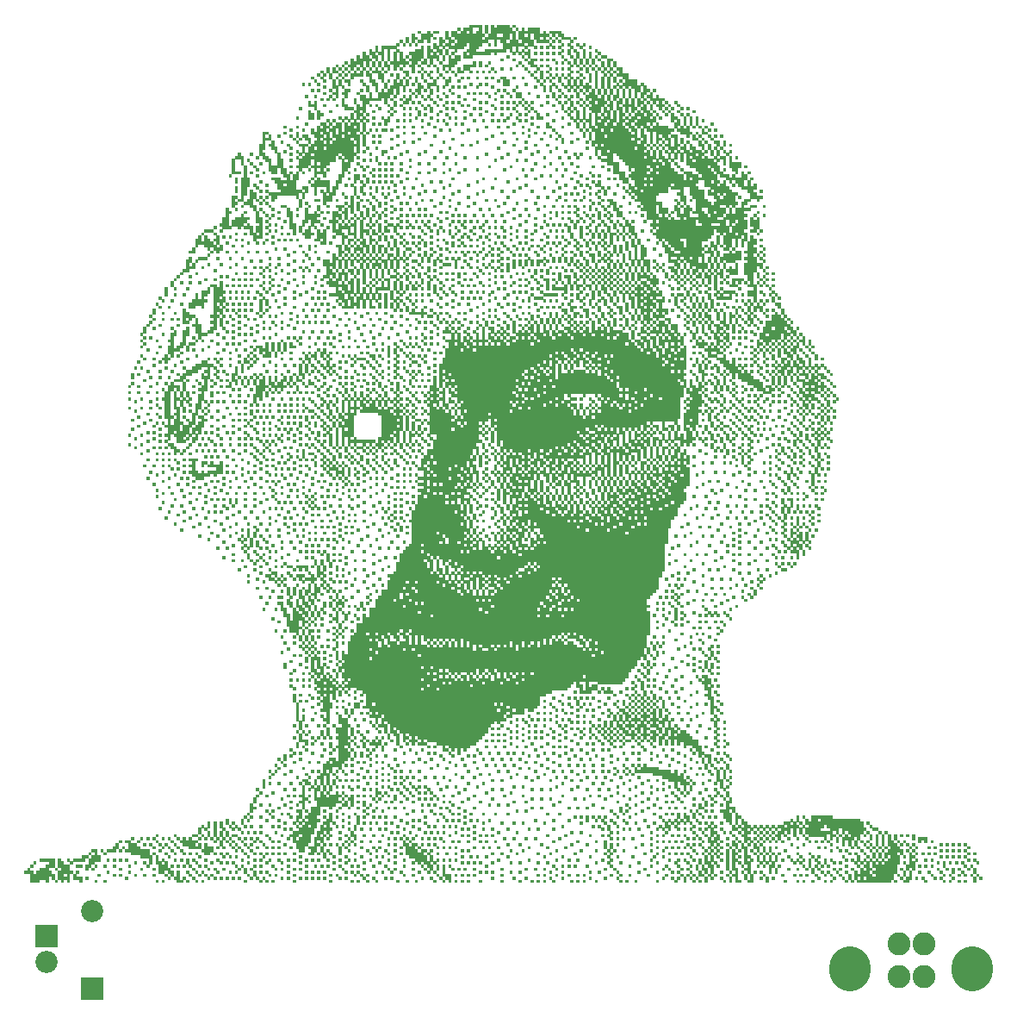
<source format=gts>
G04 start of page 2 for group 2 layer_idx 8 *
G04 Title: (unknown), top_mask *
G04 Creator: pcb-rnd 3.1.5-dev *
G04 CreationDate: 2024-03-24 09:53:49 UTC *
G04 For: STEM4ukraine *
G04 Format: Gerber/RS-274X *
G04 PCB-Dimensions: 393701 393701 *
G04 PCB-Coordinate-Origin: lower left *
%MOIN*%
%FSLAX25Y25*%
%LNTOP_MASK_NONE_2*%
%ADD37C,0.0887*%
%ADD36C,0.1595*%
%ADD35C,0.0860*%
%ADD34C,0.0001*%
G54D34*G36*
X25954Y27196D02*X17354D01*
Y35796D01*
X25954D01*
Y27196D01*
G37*
G54D35*X21654Y21496D03*
G54D34*G36*
X35070Y7039D02*Y15639D01*
X43670D01*
Y7039D01*
X35070D01*
G37*
G54D35*X39370Y41339D03*
G54D36*X380079Y19685D02*Y18110D01*
G54D37*X351457Y28543D03*
X361299D03*
X351457Y15945D03*
G54D36*X332677Y19685D02*Y18110D01*
G54D37*X361299Y15945D03*
G54D34*G36*
X166555Y381713D02*Y380492D01*
X165334D01*
Y381713D01*
X166555D01*
G37*
G36*
X170098D02*Y380492D01*
X168878D01*
Y381713D01*
X170098D01*
G37*
G36*
X164193Y380531D02*Y379311D01*
X162972D01*
Y380531D01*
X164193D01*
G37*
G36*
X171279D02*Y379311D01*
X166516D01*
Y380531D01*
X171279D01*
G37*
G36*
X173642Y381713D02*Y380492D01*
X171240D01*
Y381713D01*
X173642D01*
G37*
G36*
X177185D02*Y380492D01*
X175964D01*
Y381713D01*
X177185D01*
G37*
G36*
Y380531D02*Y379311D01*
X175964D01*
Y380531D01*
X177185D01*
G37*
G36*
X161831Y379350D02*Y378130D01*
X160610D01*
Y379350D01*
X161831D01*
G37*
G36*
X159468Y378169D02*Y376949D01*
X158248D01*
Y378169D01*
X159468D01*
G37*
G36*
X158287Y376988D02*Y375768D01*
X157067D01*
Y376988D01*
X158287D01*
G37*
G36*
X160649D02*Y375768D01*
X159429D01*
Y376988D01*
X160649D01*
G37*
G36*
X150019Y375807D02*Y374587D01*
X148799D01*
Y375807D01*
X150019D01*
G37*
G36*
X157106D02*Y374587D01*
X151161D01*
Y375807D01*
X157106D01*
G37*
G36*
X161831Y378169D02*Y376949D01*
X160610D01*
Y378169D01*
X161831D01*
G37*
G36*
X163012Y376988D02*Y375768D01*
X161791D01*
Y376988D01*
X163012D01*
G37*
G36*
X145295Y373445D02*Y372224D01*
X144075D01*
Y373445D01*
X145295D01*
G37*
G36*
X142933Y372264D02*Y371043D01*
X141712D01*
Y372264D01*
X142933D01*
G37*
G36*
X146476D02*Y371043D01*
X144075D01*
Y372264D01*
X146476D01*
G37*
G36*
X140571Y371083D02*Y369862D01*
X139350D01*
Y371083D01*
X140571D01*
G37*
G36*
X147657Y374626D02*Y373405D01*
X146437D01*
Y374626D01*
X147657D01*
G37*
G36*
X148838Y373445D02*Y372224D01*
X146437D01*
Y373445D01*
X148838D01*
G37*
G36*
X150019Y372264D02*Y371043D01*
X147618D01*
Y372264D01*
X150019D01*
G37*
G36*
X147657Y371083D02*Y369862D01*
X141712D01*
Y371083D01*
X147657D01*
G37*
G36*
X150019D02*Y369862D01*
X148799D01*
Y371083D01*
X150019D01*
G37*
G36*
X138208Y369902D02*Y368681D01*
X136988D01*
Y369902D01*
X138208D01*
G37*
G36*
X134665Y368720D02*Y367500D01*
X133445D01*
Y368720D01*
X134665D01*
G37*
G36*
X137027D02*Y367500D01*
X135807D01*
Y368720D01*
X137027D01*
G37*
G36*
X141752D02*Y367500D01*
X138169D01*
Y368720D01*
X141752D01*
G37*
G36*
X144114D02*Y367500D01*
X142894D01*
Y368720D01*
X144114D01*
G37*
G36*
X146476D02*Y367500D01*
X145256D01*
Y368720D01*
X146476D01*
G37*
G36*
X148838D02*Y367500D01*
X147618D01*
Y368720D01*
X148838D01*
G37*
G36*
X131122Y367539D02*Y366319D01*
X129901D01*
Y367539D01*
X131122D01*
G37*
G36*
X128760Y366358D02*Y365138D01*
X127539D01*
Y366358D01*
X128760D01*
G37*
G36*
X127579Y365177D02*Y363957D01*
X126358D01*
Y365177D01*
X127579D01*
G37*
G36*
X129941D02*Y363957D01*
X128720D01*
Y365177D01*
X129941D01*
G37*
G36*
X125216Y363996D02*Y362776D01*
X123996D01*
Y363996D01*
X125216D01*
G37*
G36*
X128760D02*Y362776D01*
X127539D01*
Y363996D01*
X128760D01*
G37*
G36*
X131122Y366358D02*Y365138D01*
X129901D01*
Y366358D01*
X131122D01*
G37*
G36*
X132303Y365177D02*Y363957D01*
X131082D01*
Y365177D01*
X132303D01*
G37*
G36*
Y363996D02*Y362776D01*
X131082D01*
Y363996D01*
X132303D01*
G37*
G36*
Y359272D02*Y358051D01*
X131082D01*
Y359272D01*
X132303D01*
G37*
G36*
Y356909D02*Y355689D01*
X131082D01*
Y356909D01*
X132303D01*
G37*
G36*
Y351004D02*Y349783D01*
X131082D01*
Y351004D01*
X132303D01*
G37*
G36*
Y346279D02*Y345059D01*
X131082D01*
Y346279D01*
X132303D01*
G37*
G36*
X133484Y343917D02*Y342697D01*
X131082D01*
Y343917D01*
X133484D01*
G37*
G36*
Y342736D02*Y341516D01*
X132264D01*
Y342736D01*
X133484D01*
G37*
G36*
X126397Y362815D02*Y361594D01*
X125177D01*
Y362815D01*
X126397D01*
G37*
G36*
X121673Y361634D02*Y360413D01*
X120453D01*
Y361634D01*
X121673D01*
G37*
G36*
X124035D02*Y360413D01*
X122815D01*
Y361634D01*
X124035D01*
G37*
G36*
X127579D02*Y360413D01*
X126358D01*
Y361634D01*
X127579D01*
G37*
G36*
X125216Y359272D02*Y358051D01*
X123996D01*
Y359272D01*
X125216D01*
G37*
G36*
X127579D02*Y358051D01*
X126358D01*
Y359272D01*
X127579D01*
G37*
G36*
X122854Y356909D02*Y355689D01*
X121634D01*
Y356909D01*
X122854D01*
G37*
G36*
X126397D02*Y355689D01*
X125177D01*
Y356909D01*
X126397D01*
G37*
G36*
X124035Y354547D02*Y353327D01*
X122815D01*
Y354547D01*
X124035D01*
G37*
G36*
Y351004D02*Y349783D01*
X122815D01*
Y351004D01*
X124035D01*
G37*
G36*
X125216Y349823D02*Y348602D01*
X122815D01*
Y349823D01*
X125216D01*
G37*
G36*
Y348642D02*Y347421D01*
X122815D01*
Y348642D01*
X125216D01*
G37*
G36*
X122854Y346279D02*Y345059D01*
X121634D01*
Y346279D01*
X122854D01*
G37*
G36*
X125216Y343917D02*Y342697D01*
X123996D01*
Y343917D01*
X125216D01*
G37*
G36*
X124035Y340374D02*Y339153D01*
X121634D01*
Y340374D01*
X124035D01*
G37*
G36*
Y339193D02*Y337972D01*
X122815D01*
Y339193D01*
X124035D01*
G37*
G36*
X125216Y336831D02*Y335610D01*
X122815D01*
Y336831D01*
X125216D01*
G37*
G36*
X124035Y334468D02*Y333248D01*
X121634D01*
Y334468D01*
X124035D01*
G37*
G36*
X126397Y354547D02*Y353327D01*
X125177D01*
Y354547D01*
X126397D01*
G37*
G36*
Y352185D02*Y350965D01*
X125177D01*
Y352185D01*
X126397D01*
G37*
G36*
X127579Y351004D02*Y349783D01*
X126358D01*
Y351004D01*
X127579D01*
G37*
G36*
X128760Y349823D02*Y348602D01*
X126358D01*
Y349823D01*
X128760D01*
G37*
G36*
X127579Y348642D02*Y347421D01*
X126358D01*
Y348642D01*
X127579D01*
G37*
G36*
Y345098D02*Y343878D01*
X126358D01*
Y345098D01*
X127579D01*
G37*
G36*
X129941Y343917D02*Y342697D01*
X126358D01*
Y343917D01*
X129941D01*
G37*
G36*
X127579Y342736D02*Y341516D01*
X123996D01*
Y342736D01*
X127579D01*
G37*
G36*
X128760Y341555D02*Y340335D01*
X125177D01*
Y341555D01*
X128760D01*
G37*
G36*
X127579Y340374D02*Y339153D01*
X126358D01*
Y340374D01*
X127579D01*
G37*
G36*
X128760Y336831D02*Y335610D01*
X126358D01*
Y336831D01*
X128760D01*
G37*
G36*
Y339193D02*Y337972D01*
X125177D01*
Y339193D01*
X128760D01*
G37*
G36*
X140571Y336831D02*Y335610D01*
X129901D01*
Y336831D01*
X140571D01*
G37*
G36*
Y335650D02*Y334429D01*
X122815D01*
Y335650D01*
X140571D01*
G37*
G36*
X134665Y334468D02*Y333248D01*
X125177D01*
Y334468D01*
X134665D01*
G37*
G36*
X142933Y338012D02*Y336791D01*
X123996D01*
Y338012D01*
X142933D01*
G37*
G36*
Y336831D02*Y335610D01*
X141712D01*
Y336831D01*
X142933D01*
G37*
G36*
Y335650D02*Y334429D01*
X141712D01*
Y335650D01*
X142933D01*
G37*
G36*
X141752Y334468D02*Y333248D01*
X135807D01*
Y334468D01*
X141752D01*
G37*
G36*
X133484Y333287D02*Y332067D01*
X120453D01*
Y333287D01*
X133484D01*
G37*
G36*
X126397Y330925D02*Y329705D01*
X125177D01*
Y330925D01*
X126397D01*
G37*
G36*
Y328563D02*Y327342D01*
X125177D01*
Y328563D01*
X126397D01*
G37*
G36*
X128760D02*Y327342D01*
X127539D01*
Y328563D01*
X128760D01*
G37*
G36*
X131122D02*Y327342D01*
X129901D01*
Y328563D01*
X131122D01*
G37*
G36*
X133484Y332106D02*Y330886D01*
X125177D01*
Y332106D01*
X133484D01*
G37*
G36*
X131122Y330925D02*Y329705D01*
X127539D01*
Y330925D01*
X131122D01*
G37*
G36*
X129941Y329744D02*Y328524D01*
X123996D01*
Y329744D01*
X129941D01*
G37*
G36*
Y327382D02*Y326161D01*
X125177D01*
Y327382D01*
X129941D01*
G37*
G36*
X126397Y326201D02*Y324980D01*
X125177D01*
Y326201D01*
X126397D01*
G37*
G36*
Y321476D02*Y320256D01*
X125177D01*
Y321476D01*
X126397D01*
G37*
G36*
Y320295D02*Y319075D01*
X125177D01*
Y320295D01*
X126397D01*
G37*
G36*
Y319114D02*Y317894D01*
X125177D01*
Y319114D01*
X126397D01*
G37*
G36*
X127579Y314390D02*Y313169D01*
X126358D01*
Y314390D01*
X127579D01*
G37*
G36*
Y313209D02*Y311988D01*
X126358D01*
Y313209D01*
X127579D01*
G37*
G36*
X126397Y312027D02*Y310807D01*
X125177D01*
Y312027D01*
X126397D01*
G37*
G36*
X128760D02*Y310807D01*
X127539D01*
Y312027D01*
X128760D01*
G37*
G36*
X129941Y326201D02*Y324980D01*
X128720D01*
Y326201D01*
X129941D01*
G37*
G36*
Y319114D02*Y317894D01*
X128720D01*
Y319114D01*
X129941D01*
G37*
G36*
Y315571D02*Y314350D01*
X128720D01*
Y315571D01*
X129941D01*
G37*
G36*
X131122Y314390D02*Y313169D01*
X129901D01*
Y314390D01*
X131122D01*
G37*
G36*
Y312027D02*Y310807D01*
X129901D01*
Y312027D01*
X131122D01*
G37*
G36*
X125216Y325020D02*Y323799D01*
X123996D01*
Y325020D01*
X125216D01*
G37*
G36*
X127579D02*Y323799D01*
X126358D01*
Y325020D01*
X127579D01*
G37*
G36*
X131122Y323839D02*Y322618D01*
X125177D01*
Y323839D01*
X131122D01*
G37*
G36*
Y322657D02*Y321437D01*
X123996D01*
Y322657D01*
X131122D01*
G37*
G36*
Y321476D02*Y320256D01*
X129901D01*
Y321476D01*
X131122D01*
G37*
G36*
X134665D02*Y320256D01*
X132264D01*
Y321476D01*
X134665D01*
G37*
G36*
X128760Y320295D02*Y319075D01*
X127539D01*
Y320295D01*
X128760D01*
G37*
G36*
X131122D02*Y319075D01*
X129901D01*
Y320295D01*
X131122D01*
G37*
G36*
X133484D02*Y319075D01*
X132264D01*
Y320295D01*
X133484D01*
G37*
G36*
Y319114D02*Y317894D01*
X131082D01*
Y319114D01*
X133484D01*
G37*
G36*
X134665Y312027D02*Y310807D01*
X132264D01*
Y312027D01*
X134665D01*
G37*
G36*
X135846Y310846D02*Y309626D01*
X132264D01*
Y310846D01*
X135846D01*
G37*
G36*
X133484Y309665D02*Y308445D01*
X132264D01*
Y309665D01*
X133484D01*
G37*
G36*
X135846D02*Y308445D01*
X134626D01*
Y309665D01*
X135846D01*
G37*
G36*
X134665Y308484D02*Y307264D01*
X131082D01*
Y308484D01*
X134665D01*
G37*
G36*
X133484Y307303D02*Y306083D01*
X132264D01*
Y307303D01*
X133484D01*
G37*
G36*
X135846D02*Y306083D01*
X134626D01*
Y307303D01*
X135846D01*
G37*
G36*
X133484Y306122D02*Y304902D01*
X132264D01*
Y306122D01*
X133484D01*
G37*
G36*
X135846Y304941D02*Y303720D01*
X132264D01*
Y304941D01*
X135846D01*
G37*
G36*
X133484Y302579D02*Y301358D01*
X132264D01*
Y302579D01*
X133484D01*
G37*
G36*
Y295492D02*Y294272D01*
X132264D01*
Y295492D01*
X133484D01*
G37*
G36*
Y293130D02*Y291909D01*
X132264D01*
Y293130D01*
X133484D01*
G37*
G36*
X132303Y300216D02*Y298996D01*
X131082D01*
Y300216D01*
X132303D01*
G37*
G36*
X135846Y299035D02*Y297815D01*
X133445D01*
Y299035D01*
X135846D01*
G37*
G36*
Y295492D02*Y294272D01*
X134626D01*
Y295492D01*
X135846D01*
G37*
G36*
X134665Y294311D02*Y293090D01*
X132264D01*
Y294311D01*
X134665D01*
G37*
G36*
X135846Y293130D02*Y291909D01*
X134626D01*
Y293130D01*
X135846D01*
G37*
G36*
Y291949D02*Y290728D01*
X134626D01*
Y291949D01*
X135846D01*
G37*
G36*
Y290768D02*Y289547D01*
X134626D01*
Y290768D01*
X135846D01*
G37*
G36*
X134665Y289587D02*Y288366D01*
X133445D01*
Y289587D01*
X134665D01*
G37*
G36*
X135846Y287224D02*Y286004D01*
X134626D01*
Y287224D01*
X135846D01*
G37*
G36*
Y286043D02*Y284823D01*
X133445D01*
Y286043D01*
X135846D01*
G37*
G36*
X138208Y283681D02*Y282461D01*
X131082D01*
Y283681D01*
X138208D01*
G37*
G36*
Y282500D02*Y281280D01*
X135807D01*
Y282500D01*
X138208D01*
G37*
G36*
X135846Y281319D02*Y280099D01*
X133445D01*
Y281319D01*
X135846D01*
G37*
G36*
X137027Y280138D02*Y278917D01*
X131082D01*
Y280138D01*
X137027D01*
G37*
G36*
Y278957D02*Y277736D01*
X134626D01*
Y278957D01*
X137027D01*
G37*
G36*
X134665Y277776D02*Y276555D01*
X133445D01*
Y277776D01*
X134665D01*
G37*
G36*
X138208D02*Y276555D01*
X135807D01*
Y277776D01*
X138208D01*
G37*
G36*
X135846Y276595D02*Y275374D01*
X134626D01*
Y276595D01*
X135846D01*
G37*
G36*
X138208D02*Y275374D01*
X136988D01*
Y276595D01*
X138208D01*
G37*
G36*
X133484Y275414D02*Y274193D01*
X132264D01*
Y275414D01*
X133484D01*
G37*
G36*
X138208Y268327D02*Y267106D01*
X136988D01*
Y268327D01*
X138208D01*
G37*
G36*
X137027Y260059D02*Y258839D01*
X135807D01*
Y260059D01*
X137027D01*
G37*
G36*
Y256516D02*Y255295D01*
X135807D01*
Y256516D01*
X137027D01*
G37*
G36*
X135846Y254154D02*Y252933D01*
X134626D01*
Y254154D01*
X135846D01*
G37*
G36*
X138208D02*Y252933D01*
X136988D01*
Y254154D01*
X138208D01*
G37*
G36*
X135846Y251791D02*Y250571D01*
X134626D01*
Y251791D01*
X135846D01*
G37*
G36*
X138208Y250610D02*Y249390D01*
X136988D01*
Y250610D01*
X138208D01*
G37*
G36*
X135846Y248248D02*Y247028D01*
X134626D01*
Y248248D01*
X135846D01*
G37*
G36*
X138208D02*Y247028D01*
X136988D01*
Y248248D01*
X138208D01*
G37*
G36*
X135846Y245886D02*Y244666D01*
X134626D01*
Y245886D01*
X135846D01*
G37*
G36*
X137027Y244705D02*Y243484D01*
X135807D01*
Y244705D01*
X137027D01*
G37*
G36*
X135846Y242343D02*Y241122D01*
X134626D01*
Y242343D01*
X135846D01*
G37*
G36*
X137027Y241162D02*Y239941D01*
X135807D01*
Y241162D01*
X137027D01*
G37*
G36*
Y238799D02*Y237579D01*
X135807D01*
Y238799D01*
X137027D01*
G37*
G36*
Y237618D02*Y236398D01*
X135807D01*
Y237618D01*
X137027D01*
G37*
G36*
Y236437D02*Y235217D01*
X135807D01*
Y236437D01*
X137027D01*
G37*
G36*
Y235256D02*Y234036D01*
X135807D01*
Y235256D01*
X137027D01*
G37*
G36*
X135846Y234075D02*Y232854D01*
X134626D01*
Y234075D01*
X135846D01*
G37*
G36*
X137027Y232894D02*Y231673D01*
X134626D01*
Y232894D01*
X137027D01*
G37*
G36*
X135846Y230532D02*Y229311D01*
X134626D01*
Y230532D01*
X135846D01*
G37*
G36*
X137027Y228169D02*Y226949D01*
X135807D01*
Y228169D01*
X137027D01*
G37*
G36*
Y224626D02*Y223406D01*
X135807D01*
Y224626D01*
X137027D01*
G37*
G36*
Y223445D02*Y222225D01*
X135807D01*
Y223445D01*
X137027D01*
G37*
G36*
Y222264D02*Y221043D01*
X135807D01*
Y222264D01*
X137027D01*
G37*
G36*
X135846Y221083D02*Y219862D01*
X134626D01*
Y221083D01*
X135846D01*
G37*
G36*
Y218721D02*Y217500D01*
X134626D01*
Y218721D01*
X135846D01*
G37*
G36*
Y217540D02*Y216319D01*
X134626D01*
Y217540D01*
X135846D01*
G37*
G36*
X137027Y215177D02*Y213957D01*
X135807D01*
Y215177D01*
X137027D01*
G37*
G36*
X135846Y213996D02*Y212776D01*
X134626D01*
Y213996D01*
X135846D01*
G37*
G36*
X137027Y212815D02*Y211595D01*
X135807D01*
Y212815D01*
X137027D01*
G37*
G36*
Y211634D02*Y210414D01*
X133445D01*
Y211634D01*
X137027D01*
G37*
G36*
Y210453D02*Y209232D01*
X135807D01*
Y210453D01*
X137027D01*
G37*
G36*
X135846Y209272D02*Y208051D01*
X134626D01*
Y209272D01*
X135846D01*
G37*
G36*
X137027Y208091D02*Y206870D01*
X135807D01*
Y208091D01*
X137027D01*
G37*
G36*
Y205728D02*Y204508D01*
X135807D01*
Y205728D01*
X137027D01*
G37*
G36*
Y203366D02*Y202146D01*
X135807D01*
Y203366D01*
X137027D01*
G37*
G36*
X135846Y201004D02*Y199784D01*
X134626D01*
Y201004D01*
X135846D01*
G37*
G36*
Y198642D02*Y197421D01*
X134626D01*
Y198642D01*
X135846D01*
G37*
G36*
X137027Y196280D02*Y195059D01*
X135807D01*
Y196280D01*
X137027D01*
G37*
G36*
Y193917D02*Y192697D01*
X135807D01*
Y193917D01*
X137027D01*
G37*
G36*
Y185650D02*Y184429D01*
X135807D01*
Y185650D01*
X137027D01*
G37*
G36*
X134665Y184469D02*Y183248D01*
X133445D01*
Y184469D01*
X134665D01*
G37*
G36*
X137027Y182106D02*Y180886D01*
X135807D01*
Y182106D01*
X137027D01*
G37*
G36*
X135846Y179744D02*Y178524D01*
X134626D01*
Y179744D01*
X135846D01*
G37*
G36*
Y177382D02*Y176162D01*
X134626D01*
Y177382D01*
X135846D01*
G37*
G36*
X137027Y173839D02*Y172618D01*
X135807D01*
Y173839D01*
X137027D01*
G37*
G36*
Y171476D02*Y170256D01*
X135807D01*
Y171476D01*
X137027D01*
G37*
G36*
X135846Y169114D02*Y167894D01*
X134626D01*
Y169114D01*
X135846D01*
G37*
G36*
Y165571D02*Y164351D01*
X134626D01*
Y165571D01*
X135846D01*
G37*
G36*
X137027Y163209D02*Y161988D01*
X135807D01*
Y163209D01*
X137027D01*
G37*
G36*
X135846Y162028D02*Y160807D01*
X134626D01*
Y162028D01*
X135846D01*
G37*
G36*
X137027Y160847D02*Y159626D01*
X133445D01*
Y160847D01*
X137027D01*
G37*
G36*
Y159665D02*Y158445D01*
X135807D01*
Y159665D01*
X137027D01*
G37*
G36*
X135846Y158484D02*Y157264D01*
X134626D01*
Y158484D01*
X135846D01*
G37*
G36*
X137027Y157303D02*Y156083D01*
X135807D01*
Y157303D01*
X137027D01*
G37*
G36*
Y153760D02*Y152539D01*
X135807D01*
Y153760D01*
X137027D01*
G37*
G36*
X135846Y152579D02*Y151358D01*
X134626D01*
Y152579D01*
X135846D01*
G37*
G36*
X133484Y151398D02*Y150177D01*
X132264D01*
Y151398D01*
X133484D01*
G37*
G36*
Y149036D02*Y147815D01*
X132264D01*
Y149036D01*
X133484D01*
G37*
G36*
X132303Y105335D02*Y104114D01*
X131082D01*
Y105335D01*
X132303D01*
G37*
G36*
X133484Y100610D02*Y99390D01*
X131082D01*
Y100610D01*
X133484D01*
G37*
G36*
X132303Y55728D02*Y54508D01*
X131082D01*
Y55728D01*
X132303D01*
G37*
G36*
Y53366D02*Y52146D01*
X131082D01*
Y53366D01*
X132303D01*
G37*
G36*
X135846Y151398D02*Y150177D01*
X134626D01*
Y151398D01*
X135846D01*
G37*
G36*
Y149036D02*Y147815D01*
X134626D01*
Y149036D01*
X135846D01*
G37*
G36*
Y138406D02*Y137185D01*
X134626D01*
Y138406D01*
X135846D01*
G37*
G36*
Y134862D02*Y133642D01*
X134626D01*
Y134862D01*
X135846D01*
G37*
G36*
Y128957D02*Y127736D01*
X134626D01*
Y128957D01*
X135846D01*
G37*
G36*
Y126595D02*Y125374D01*
X134626D01*
Y126595D01*
X135846D01*
G37*
G36*
Y125413D02*Y124193D01*
X134626D01*
Y125413D01*
X135846D01*
G37*
G36*
Y117146D02*Y115925D01*
X134626D01*
Y117146D01*
X135846D01*
G37*
G36*
X138208Y115965D02*Y114744D01*
X134626D01*
Y115965D01*
X138208D01*
G37*
G36*
Y114784D02*Y113563D01*
X134626D01*
Y114784D01*
X138208D01*
G37*
G36*
Y112421D02*Y111201D01*
X133445D01*
Y112421D01*
X138208D01*
G37*
G36*
Y111240D02*Y110020D01*
X133445D01*
Y111240D01*
X138208D01*
G37*
G36*
Y110059D02*Y108839D01*
X134626D01*
Y110059D01*
X138208D01*
G37*
G36*
X139390Y108878D02*Y107658D01*
X133445D01*
Y108878D01*
X139390D01*
G37*
G36*
X138208Y107697D02*Y106476D01*
X134626D01*
Y107697D01*
X138208D01*
G37*
G36*
X139390Y106516D02*Y105295D01*
X134626D01*
Y106516D01*
X139390D01*
G37*
G36*
X137027Y105335D02*Y104114D01*
X133445D01*
Y105335D01*
X137027D01*
G37*
G36*
X139390D02*Y104114D01*
X138169D01*
Y105335D01*
X139390D01*
G37*
G36*
X138208Y104154D02*Y102933D01*
X134626D01*
Y104154D01*
X138208D01*
G37*
G36*
X139390Y102973D02*Y101752D01*
X134626D01*
Y102973D01*
X139390D01*
G37*
G36*
Y101791D02*Y100571D01*
X134626D01*
Y101791D01*
X139390D01*
G37*
G36*
X138208Y100610D02*Y99390D01*
X134626D01*
Y100610D01*
X138208D01*
G37*
G36*
X137027Y99429D02*Y98209D01*
X132264D01*
Y99429D01*
X137027D01*
G37*
G36*
X138208Y98248D02*Y97028D01*
X136988D01*
Y98248D01*
X138208D01*
G37*
G36*
X137027Y95886D02*Y94665D01*
X135807D01*
Y95886D01*
X137027D01*
G37*
G36*
X138208Y94705D02*Y93484D01*
X136988D01*
Y94705D01*
X138208D01*
G37*
G36*
Y92343D02*Y91122D01*
X136988D01*
Y92343D01*
X138208D01*
G37*
G36*
X137027Y89980D02*Y88760D01*
X135807D01*
Y89980D01*
X137027D01*
G37*
G36*
X139390D02*Y88760D01*
X138169D01*
Y89980D01*
X139390D01*
G37*
G36*
X137027Y87618D02*Y86398D01*
X135807D01*
Y87618D01*
X137027D01*
G37*
G36*
X138208Y86437D02*Y85217D01*
X136988D01*
Y86437D01*
X138208D01*
G37*
G36*
Y84075D02*Y82854D01*
X136988D01*
Y84075D01*
X138208D01*
G37*
G36*
Y82894D02*Y81673D01*
X135807D01*
Y82894D01*
X138208D01*
G37*
G36*
X139390Y81713D02*Y80492D01*
X138169D01*
Y81713D01*
X139390D01*
G37*
G36*
Y78169D02*Y76949D01*
X138169D01*
Y78169D01*
X139390D01*
G37*
G36*
Y75807D02*Y74587D01*
X138169D01*
Y75807D01*
X139390D01*
G37*
G36*
Y73445D02*Y72224D01*
X138169D01*
Y73445D01*
X139390D01*
G37*
G36*
X138208Y71083D02*Y69862D01*
X136988D01*
Y71083D01*
X138208D01*
G37*
G36*
X139390Y69902D02*Y68681D01*
X138169D01*
Y69902D01*
X139390D01*
G37*
G36*
Y65177D02*Y63957D01*
X138169D01*
Y65177D01*
X139390D01*
G37*
G36*
Y61634D02*Y60413D01*
X138169D01*
Y61634D01*
X139390D01*
G37*
G36*
X138208Y68721D02*Y67500D01*
X136988D01*
Y68721D01*
X138208D01*
G37*
G36*
Y66358D02*Y65138D01*
X136988D01*
Y66358D01*
X138208D01*
G37*
G36*
Y62815D02*Y61595D01*
X136988D01*
Y62815D01*
X138208D01*
G37*
G36*
X133484Y60453D02*Y59232D01*
X132264D01*
Y60453D01*
X133484D01*
G37*
G36*
X138208D02*Y59232D01*
X136988D01*
Y60453D01*
X138208D01*
G37*
G36*
X137027Y58091D02*Y56870D01*
X135807D01*
Y58091D01*
X137027D01*
G37*
G36*
X138208Y56909D02*Y55689D01*
X136988D01*
Y56909D01*
X138208D01*
G37*
G36*
X134665Y55728D02*Y54508D01*
X133445D01*
Y55728D01*
X134665D01*
G37*
G36*
X138208Y54547D02*Y53327D01*
X136988D01*
Y54547D01*
X138208D01*
G37*
G36*
X137027Y67539D02*Y66319D01*
X135807D01*
Y67539D01*
X137027D01*
G37*
G36*
X139390D02*Y66319D01*
X138169D01*
Y67539D01*
X139390D01*
G37*
G36*
X137027Y85256D02*Y84035D01*
X135807D01*
Y85256D01*
X137027D01*
G37*
G36*
Y79350D02*Y78130D01*
X135807D01*
Y79350D01*
X137027D01*
G37*
G36*
Y76988D02*Y75768D01*
X135807D01*
Y76988D01*
X137027D01*
G37*
G36*
Y74626D02*Y73406D01*
X135807D01*
Y74626D01*
X137027D01*
G37*
G36*
Y150217D02*Y148996D01*
X135807D01*
Y150217D01*
X137027D01*
G37*
G36*
Y147854D02*Y146634D01*
X135807D01*
Y147854D01*
X137027D01*
G37*
G36*
Y145492D02*Y144272D01*
X135807D01*
Y145492D01*
X137027D01*
G37*
G36*
Y141949D02*Y140728D01*
X135807D01*
Y141949D01*
X137027D01*
G37*
G36*
Y130138D02*Y128917D01*
X135807D01*
Y130138D01*
X137027D01*
G37*
G36*
Y127776D02*Y126555D01*
X135807D01*
Y127776D01*
X137027D01*
G37*
G36*
Y123051D02*Y121831D01*
X135807D01*
Y123051D01*
X137027D01*
G37*
G36*
Y120689D02*Y119469D01*
X135807D01*
Y120689D01*
X137027D01*
G37*
G36*
X138208Y245886D02*Y244666D01*
X136988D01*
Y245886D01*
X138208D01*
G37*
G36*
Y243524D02*Y242303D01*
X136988D01*
Y243524D01*
X138208D01*
G37*
G36*
Y242343D02*Y241122D01*
X136988D01*
Y242343D01*
X138208D01*
G37*
G36*
Y239980D02*Y238760D01*
X136988D01*
Y239980D01*
X138208D01*
G37*
G36*
Y221083D02*Y219862D01*
X136988D01*
Y221083D01*
X138208D01*
G37*
G36*
Y219902D02*Y218681D01*
X136988D01*
Y219902D01*
X138208D01*
G37*
G36*
Y217540D02*Y216319D01*
X136988D01*
Y217540D01*
X138208D01*
G37*
G36*
Y213996D02*Y212776D01*
X136988D01*
Y213996D01*
X138208D01*
G37*
G36*
Y209272D02*Y208051D01*
X136988D01*
Y209272D01*
X138208D01*
G37*
G36*
Y206910D02*Y205689D01*
X136988D01*
Y206910D01*
X138208D01*
G37*
G36*
Y190374D02*Y189154D01*
X136988D01*
Y190374D01*
X138208D01*
G37*
G36*
Y188012D02*Y186791D01*
X136988D01*
Y188012D01*
X138208D01*
G37*
G36*
Y178563D02*Y177343D01*
X136988D01*
Y178563D01*
X138208D01*
G37*
G36*
Y176201D02*Y174980D01*
X136988D01*
Y176201D01*
X138208D01*
G37*
G36*
Y169114D02*Y167894D01*
X136988D01*
Y169114D01*
X138208D01*
G37*
G36*
Y166752D02*Y165532D01*
X136988D01*
Y166752D01*
X138208D01*
G37*
G36*
Y162028D02*Y160807D01*
X136988D01*
Y162028D01*
X138208D01*
G37*
G36*
Y156122D02*Y154902D01*
X136988D01*
Y156122D01*
X138208D01*
G37*
G36*
Y154941D02*Y153721D01*
X136988D01*
Y154941D01*
X138208D01*
G37*
G36*
Y151398D02*Y150177D01*
X136988D01*
Y151398D01*
X138208D01*
G37*
G36*
Y131319D02*Y130099D01*
X136988D01*
Y131319D01*
X138208D01*
G37*
G36*
Y126595D02*Y125374D01*
X136988D01*
Y126595D01*
X138208D01*
G37*
G36*
Y119508D02*Y118287D01*
X136988D01*
Y119508D01*
X138208D01*
G37*
G36*
Y118327D02*Y117106D01*
X136988D01*
Y118327D01*
X138208D01*
G37*
G36*
X132303Y317933D02*Y316713D01*
X128720D01*
Y317933D01*
X132303D01*
G37*
G36*
X127579Y316752D02*Y315531D01*
X125177D01*
Y316752D01*
X127579D01*
G37*
G36*
Y310846D02*Y309626D01*
X121634D01*
Y310846D01*
X127579D01*
G37*
G36*
X126397Y309665D02*Y308445D01*
X121634D01*
Y309665D01*
X126397D01*
G37*
G36*
X129941D02*Y308445D01*
X128720D01*
Y309665D01*
X129941D01*
G37*
G36*
X127579Y308484D02*Y307264D01*
X123996D01*
Y308484D01*
X127579D01*
G37*
G36*
X125216Y307303D02*Y306083D01*
X123996D01*
Y307303D01*
X125216D01*
G37*
G36*
X128760D02*Y306083D01*
X127539D01*
Y307303D01*
X128760D01*
G37*
G36*
X126397Y306122D02*Y304902D01*
X125177D01*
Y306122D01*
X126397D01*
G37*
G36*
Y299035D02*Y297815D01*
X125177D01*
Y299035D01*
X126397D01*
G37*
G36*
Y296673D02*Y295453D01*
X125177D01*
Y296673D01*
X126397D01*
G37*
G36*
X127579Y294311D02*Y293090D01*
X126358D01*
Y294311D01*
X127579D01*
G37*
G36*
X125216Y291949D02*Y290728D01*
X123996D01*
Y291949D01*
X125216D01*
G37*
G36*
X127579Y289587D02*Y288366D01*
X126358D01*
Y289587D01*
X127579D01*
G37*
G36*
X126397Y287224D02*Y286004D01*
X125177D01*
Y287224D01*
X126397D01*
G37*
G36*
X128760Y286043D02*Y284823D01*
X127539D01*
Y286043D01*
X128760D01*
G37*
G36*
X126397Y284862D02*Y283642D01*
X125177D01*
Y284862D01*
X126397D01*
G37*
G36*
Y276595D02*Y275374D01*
X125177D01*
Y276595D01*
X126397D01*
G37*
G36*
Y271870D02*Y270650D01*
X125177D01*
Y271870D01*
X126397D01*
G37*
G36*
Y269508D02*Y268288D01*
X125177D01*
Y269508D01*
X126397D01*
G37*
G36*
Y261240D02*Y260020D01*
X125177D01*
Y261240D01*
X126397D01*
G37*
G36*
Y257697D02*Y256477D01*
X125177D01*
Y257697D01*
X126397D01*
G37*
G36*
Y256516D02*Y255295D01*
X123996D01*
Y256516D01*
X126397D01*
G37*
G36*
Y255335D02*Y254114D01*
X125177D01*
Y255335D01*
X126397D01*
G37*
G36*
X125216Y252973D02*Y251752D01*
X123996D01*
Y252973D01*
X125216D01*
G37*
G36*
X126397Y251791D02*Y250571D01*
X125177D01*
Y251791D01*
X126397D01*
G37*
G36*
Y248248D02*Y247028D01*
X125177D01*
Y248248D01*
X126397D01*
G37*
G36*
Y244705D02*Y243484D01*
X125177D01*
Y244705D01*
X126397D01*
G37*
G36*
Y237618D02*Y236398D01*
X125177D01*
Y237618D01*
X126397D01*
G37*
G36*
Y234075D02*Y232854D01*
X125177D01*
Y234075D01*
X126397D01*
G37*
G36*
Y230532D02*Y229311D01*
X125177D01*
Y230532D01*
X126397D01*
G37*
G36*
Y229351D02*Y228130D01*
X125177D01*
Y229351D01*
X126397D01*
G37*
G36*
Y224626D02*Y223406D01*
X125177D01*
Y224626D01*
X126397D01*
G37*
G36*
Y221083D02*Y219862D01*
X125177D01*
Y221083D01*
X126397D01*
G37*
G36*
Y217540D02*Y216319D01*
X125177D01*
Y217540D01*
X126397D01*
G37*
G36*
Y215177D02*Y213957D01*
X125177D01*
Y215177D01*
X126397D01*
G37*
G36*
Y213996D02*Y212776D01*
X125177D01*
Y213996D01*
X126397D01*
G37*
G36*
Y211634D02*Y210414D01*
X125177D01*
Y211634D01*
X126397D01*
G37*
G36*
Y203366D02*Y202146D01*
X125177D01*
Y203366D01*
X126397D01*
G37*
G36*
Y201004D02*Y199784D01*
X125177D01*
Y201004D01*
X126397D01*
G37*
G36*
Y198642D02*Y197421D01*
X125177D01*
Y198642D01*
X126397D01*
G37*
G36*
Y190374D02*Y189154D01*
X125177D01*
Y190374D01*
X126397D01*
G37*
G36*
Y188012D02*Y186791D01*
X125177D01*
Y188012D01*
X126397D01*
G37*
G36*
Y185650D02*Y184429D01*
X125177D01*
Y185650D01*
X126397D01*
G37*
G36*
Y177382D02*Y176162D01*
X125177D01*
Y177382D01*
X126397D01*
G37*
G36*
Y176201D02*Y174980D01*
X125177D01*
Y176201D01*
X126397D01*
G37*
G36*
X125216Y250610D02*Y249390D01*
X123996D01*
Y250610D01*
X125216D01*
G37*
G36*
Y245886D02*Y244666D01*
X122815D01*
Y245886D01*
X125216D01*
G37*
G36*
Y242343D02*Y241122D01*
X123996D01*
Y242343D01*
X125216D01*
G37*
G36*
Y238799D02*Y237579D01*
X123996D01*
Y238799D01*
X125216D01*
G37*
G36*
Y235256D02*Y234036D01*
X122815D01*
Y235256D01*
X125216D01*
G37*
G36*
Y232894D02*Y231673D01*
X123996D01*
Y232894D01*
X125216D01*
G37*
G36*
Y226988D02*Y225768D01*
X123996D01*
Y226988D01*
X125216D01*
G37*
G36*
Y222264D02*Y221043D01*
X123996D01*
Y222264D01*
X125216D01*
G37*
G36*
Y218721D02*Y217500D01*
X122815D01*
Y218721D01*
X125216D01*
G37*
G36*
Y216358D02*Y215138D01*
X123996D01*
Y216358D01*
X125216D01*
G37*
G36*
Y209272D02*Y208051D01*
X123996D01*
Y209272D01*
X125216D01*
G37*
G36*
Y206910D02*Y205689D01*
X123996D01*
Y206910D01*
X125216D01*
G37*
G36*
Y202185D02*Y200965D01*
X123996D01*
Y202185D01*
X125216D01*
G37*
G36*
Y199823D02*Y198602D01*
X123996D01*
Y199823D01*
X125216D01*
G37*
G36*
Y197461D02*Y196240D01*
X123996D01*
Y197461D01*
X125216D01*
G37*
G36*
Y195099D02*Y193878D01*
X123996D01*
Y195099D01*
X125216D01*
G37*
G36*
Y192736D02*Y191516D01*
X123996D01*
Y192736D01*
X125216D01*
G37*
G36*
Y183288D02*Y182067D01*
X123996D01*
Y183288D01*
X125216D01*
G37*
G36*
Y180925D02*Y179705D01*
X123996D01*
Y180925D01*
X125216D01*
G37*
G36*
Y178563D02*Y177343D01*
X123996D01*
Y178563D01*
X125216D01*
G37*
G36*
Y175020D02*Y173799D01*
X123996D01*
Y175020D01*
X125216D01*
G37*
G36*
Y171476D02*Y170256D01*
X123996D01*
Y171476D01*
X125216D01*
G37*
G36*
X126397Y170295D02*Y169075D01*
X121634D01*
Y170295D01*
X126397D01*
G37*
G36*
X125216Y169114D02*Y167894D01*
X123996D01*
Y169114D01*
X125216D01*
G37*
G36*
X126397Y167933D02*Y166713D01*
X125177D01*
Y167933D01*
X126397D01*
G37*
G36*
Y164390D02*Y163169D01*
X123996D01*
Y164390D01*
X126397D01*
G37*
G36*
Y163209D02*Y161988D01*
X125177D01*
Y163209D01*
X126397D01*
G37*
G36*
X125216Y162028D02*Y160807D01*
X122815D01*
Y162028D01*
X125216D01*
G37*
G36*
Y160847D02*Y159626D01*
X123996D01*
Y160847D01*
X125216D01*
G37*
G36*
Y124232D02*Y123012D01*
X123996D01*
Y124232D01*
X125216D01*
G37*
G36*
Y120689D02*Y119469D01*
X123996D01*
Y120689D01*
X125216D01*
G37*
G36*
Y115965D02*Y114744D01*
X123996D01*
Y115965D01*
X125216D01*
G37*
G36*
Y108878D02*Y107658D01*
X123996D01*
Y108878D01*
X125216D01*
G37*
G36*
Y106516D02*Y105295D01*
X123996D01*
Y106516D01*
X125216D01*
G37*
G36*
Y102973D02*Y101752D01*
X123996D01*
Y102973D01*
X125216D01*
G37*
G36*
Y95886D02*Y94665D01*
X123996D01*
Y95886D01*
X125216D01*
G37*
G36*
Y89980D02*Y88760D01*
X123996D01*
Y89980D01*
X125216D01*
G37*
G36*
X126397Y159665D02*Y158445D01*
X125177D01*
Y159665D01*
X126397D01*
G37*
G36*
Y158484D02*Y157264D01*
X125177D01*
Y158484D01*
X126397D01*
G37*
G36*
X125216Y157303D02*Y156083D01*
X123996D01*
Y157303D01*
X125216D01*
G37*
G36*
Y156122D02*Y154902D01*
X123996D01*
Y156122D01*
X125216D01*
G37*
G36*
X126397Y154941D02*Y153721D01*
X125177D01*
Y154941D01*
X126397D01*
G37*
G36*
X125216Y153760D02*Y152539D01*
X123996D01*
Y153760D01*
X125216D01*
G37*
G36*
X126397Y152579D02*Y151358D01*
X125177D01*
Y152579D01*
X126397D01*
G37*
G36*
X125216Y150217D02*Y148996D01*
X122815D01*
Y150217D01*
X125216D01*
G37*
G36*
Y147854D02*Y146634D01*
X123996D01*
Y147854D01*
X125216D01*
G37*
G36*
Y146673D02*Y145453D01*
X123996D01*
Y146673D01*
X125216D01*
G37*
G36*
X126397Y145492D02*Y144272D01*
X125177D01*
Y145492D01*
X126397D01*
G37*
G36*
Y143130D02*Y141910D01*
X125177D01*
Y143130D01*
X126397D01*
G37*
G36*
Y140768D02*Y139547D01*
X125177D01*
Y140768D01*
X126397D01*
G37*
G36*
X127579Y124232D02*Y123012D01*
X126358D01*
Y124232D01*
X127579D01*
G37*
G36*
X126397Y118327D02*Y117106D01*
X125177D01*
Y118327D01*
X126397D01*
G37*
G36*
X127579Y108878D02*Y107658D01*
X126358D01*
Y108878D01*
X127579D01*
G37*
G36*
X126397Y107697D02*Y106476D01*
X125177D01*
Y107697D01*
X126397D01*
G37*
G36*
X127579Y95886D02*Y94665D01*
X126358D01*
Y95886D01*
X127579D01*
G37*
G36*
Y89980D02*Y88760D01*
X126358D01*
Y89980D01*
X127579D01*
G37*
G36*
Y88799D02*Y87579D01*
X125177D01*
Y88799D01*
X127579D01*
G37*
G36*
X126397Y87618D02*Y86398D01*
X125177D01*
Y87618D01*
X126397D01*
G37*
G36*
Y86437D02*Y85217D01*
X125177D01*
Y86437D01*
X126397D01*
G37*
G36*
X127579Y81713D02*Y80492D01*
X123996D01*
Y81713D01*
X127579D01*
G37*
G36*
Y80532D02*Y79311D01*
X123996D01*
Y80532D01*
X127579D01*
G37*
G36*
Y79350D02*Y78130D01*
X122815D01*
Y79350D01*
X127579D01*
G37*
G36*
X126397Y78169D02*Y76949D01*
X121634D01*
Y78169D01*
X126397D01*
G37*
G36*
X127579Y76988D02*Y75768D01*
X122815D01*
Y76988D01*
X127579D01*
G37*
G36*
X126397Y75807D02*Y74587D01*
X121634D01*
Y75807D01*
X126397D01*
G37*
G36*
Y74626D02*Y73406D01*
X123996D01*
Y74626D01*
X126397D01*
G37*
G36*
Y66358D02*Y65138D01*
X122815D01*
Y66358D01*
X126397D01*
G37*
G36*
Y65177D02*Y63957D01*
X123996D01*
Y65177D01*
X126397D01*
G37*
G36*
X127579Y63996D02*Y62776D01*
X126358D01*
Y63996D01*
X127579D01*
G37*
G36*
X125216Y144311D02*Y143091D01*
X123996D01*
Y144311D01*
X125216D01*
G37*
G36*
Y141949D02*Y140728D01*
X123996D01*
Y141949D01*
X125216D01*
G37*
G36*
X122854Y139587D02*Y138366D01*
X121634D01*
Y139587D01*
X122854D01*
G37*
G36*
X127579D02*Y138366D01*
X123996D01*
Y139587D01*
X127579D01*
G37*
G36*
X125216Y138406D02*Y137185D01*
X123996D01*
Y138406D01*
X125216D01*
G37*
G36*
X127579D02*Y137185D01*
X126358D01*
Y138406D01*
X127579D01*
G37*
G36*
X125216Y137225D02*Y136004D01*
X123996D01*
Y137225D01*
X125216D01*
G37*
G36*
X127579D02*Y136004D01*
X126358D01*
Y137225D01*
X127579D01*
G37*
G36*
X125216Y136043D02*Y134823D01*
X123996D01*
Y136043D01*
X125216D01*
G37*
G36*
X126397Y134862D02*Y133642D01*
X123996D01*
Y134862D01*
X126397D01*
G37*
G36*
X125216Y132500D02*Y131280D01*
X123996D01*
Y132500D01*
X125216D01*
G37*
G36*
X127579D02*Y131280D01*
X126358D01*
Y132500D01*
X127579D01*
G37*
G36*
X128760Y283681D02*Y282461D01*
X127539D01*
Y283681D01*
X128760D01*
G37*
G36*
X127579Y281319D02*Y280099D01*
X126358D01*
Y281319D01*
X127579D01*
G37*
G36*
Y278957D02*Y277736D01*
X126358D01*
Y278957D01*
X127579D01*
G37*
G36*
X128760Y276595D02*Y275374D01*
X127539D01*
Y276595D01*
X128760D01*
G37*
G36*
X127579Y274232D02*Y273012D01*
X126358D01*
Y274232D01*
X127579D01*
G37*
G36*
X128760Y269508D02*Y268288D01*
X127539D01*
Y269508D01*
X128760D01*
G37*
G36*
Y265965D02*Y264744D01*
X127539D01*
Y265965D01*
X128760D01*
G37*
G36*
X127579Y263603D02*Y262382D01*
X126358D01*
Y263603D01*
X127579D01*
G37*
G36*
Y258878D02*Y257658D01*
X126358D01*
Y258878D01*
X127579D01*
G37*
G36*
Y254154D02*Y252933D01*
X126358D01*
Y254154D01*
X127579D01*
G37*
G36*
Y250610D02*Y249390D01*
X126358D01*
Y250610D01*
X127579D01*
G37*
G36*
Y247067D02*Y245847D01*
X126358D01*
Y247067D01*
X127579D01*
G37*
G36*
Y243524D02*Y242303D01*
X126358D01*
Y243524D01*
X127579D01*
G37*
G36*
Y241162D02*Y239941D01*
X126358D01*
Y241162D01*
X127579D01*
G37*
G36*
Y236437D02*Y235217D01*
X126358D01*
Y236437D01*
X127579D01*
G37*
G36*
Y232894D02*Y231673D01*
X126358D01*
Y232894D01*
X127579D01*
G37*
G36*
Y226988D02*Y225768D01*
X126358D01*
Y226988D01*
X127579D01*
G37*
G36*
Y225807D02*Y224587D01*
X126358D01*
Y225807D01*
X127579D01*
G37*
G36*
Y223445D02*Y222225D01*
X126358D01*
Y223445D01*
X127579D01*
G37*
G36*
Y219902D02*Y218681D01*
X126358D01*
Y219902D01*
X127579D01*
G37*
G36*
Y208091D02*Y206870D01*
X126358D01*
Y208091D01*
X127579D01*
G37*
G36*
Y197461D02*Y196240D01*
X126358D01*
Y197461D01*
X127579D01*
G37*
G36*
Y195099D02*Y193878D01*
X126358D01*
Y195099D01*
X127579D01*
G37*
G36*
Y183288D02*Y182067D01*
X126358D01*
Y183288D01*
X127579D01*
G37*
G36*
Y180925D02*Y179705D01*
X126358D01*
Y180925D01*
X127579D01*
G37*
G36*
Y175020D02*Y173799D01*
X126358D01*
Y175020D01*
X127579D01*
G37*
G36*
Y173839D02*Y172618D01*
X126358D01*
Y173839D01*
X127579D01*
G37*
G36*
Y171476D02*Y170256D01*
X126358D01*
Y171476D01*
X127579D01*
G37*
G36*
X129941Y257697D02*Y256477D01*
X127539D01*
Y257697D01*
X129941D01*
G37*
G36*
X128760Y256516D02*Y255295D01*
X127539D01*
Y256516D01*
X128760D01*
G37*
G36*
X129941Y255335D02*Y254114D01*
X128720D01*
Y255335D01*
X129941D01*
G37*
G36*
X128760Y252973D02*Y251752D01*
X127539D01*
Y252973D01*
X128760D01*
G37*
G36*
X129941Y251791D02*Y250571D01*
X128720D01*
Y251791D01*
X129941D01*
G37*
G36*
X128760Y249429D02*Y248209D01*
X127539D01*
Y249429D01*
X128760D01*
G37*
G36*
X129941Y248248D02*Y247028D01*
X128720D01*
Y248248D01*
X129941D01*
G37*
G36*
Y245886D02*Y244666D01*
X128720D01*
Y245886D01*
X129941D01*
G37*
G36*
X128760Y244705D02*Y243484D01*
X127539D01*
Y244705D01*
X128760D01*
G37*
G36*
X129941Y242343D02*Y241122D01*
X128720D01*
Y242343D01*
X129941D01*
G37*
G36*
X128760Y239980D02*Y238760D01*
X127539D01*
Y239980D01*
X128760D01*
G37*
G36*
Y237618D02*Y236398D01*
X127539D01*
Y237618D01*
X128760D01*
G37*
G36*
Y235256D02*Y234036D01*
X127539D01*
Y235256D01*
X128760D01*
G37*
G36*
Y231713D02*Y230492D01*
X127539D01*
Y231713D01*
X128760D01*
G37*
G36*
Y229351D02*Y228130D01*
X127539D01*
Y229351D01*
X128760D01*
G37*
G36*
Y222264D02*Y221043D01*
X127539D01*
Y222264D01*
X128760D01*
G37*
G36*
Y218721D02*Y217500D01*
X127539D01*
Y218721D01*
X128760D01*
G37*
G36*
Y216358D02*Y215138D01*
X127539D01*
Y216358D01*
X128760D01*
G37*
G36*
Y213996D02*Y212776D01*
X127539D01*
Y213996D01*
X128760D01*
G37*
G36*
Y210453D02*Y209232D01*
X127539D01*
Y210453D01*
X128760D01*
G37*
G36*
Y205728D02*Y204508D01*
X127539D01*
Y205728D01*
X128760D01*
G37*
G36*
Y202185D02*Y200965D01*
X127539D01*
Y202185D01*
X128760D01*
G37*
G36*
Y192736D02*Y191516D01*
X127539D01*
Y192736D01*
X128760D01*
G37*
G36*
Y190374D02*Y189154D01*
X127539D01*
Y190374D01*
X128760D01*
G37*
G36*
Y185650D02*Y184429D01*
X127539D01*
Y185650D01*
X128760D01*
G37*
G36*
Y179744D02*Y178524D01*
X127539D01*
Y179744D01*
X128760D01*
G37*
G36*
Y177382D02*Y176162D01*
X127539D01*
Y177382D01*
X128760D01*
G37*
G36*
Y176201D02*Y174980D01*
X127539D01*
Y176201D01*
X128760D01*
G37*
G36*
Y172658D02*Y171437D01*
X126358D01*
Y172658D01*
X128760D01*
G37*
G36*
Y170295D02*Y169075D01*
X127539D01*
Y170295D01*
X128760D01*
G37*
G36*
Y167933D02*Y166713D01*
X127539D01*
Y167933D01*
X128760D01*
G37*
G36*
X127579Y166752D02*Y165532D01*
X125177D01*
Y166752D01*
X127579D01*
G37*
G36*
Y165571D02*Y164351D01*
X125177D01*
Y165571D01*
X127579D01*
G37*
G36*
X128760Y164390D02*Y163169D01*
X127539D01*
Y164390D01*
X128760D01*
G37*
G36*
X127579Y162028D02*Y160807D01*
X126358D01*
Y162028D01*
X127579D01*
G37*
G36*
X128760Y158484D02*Y157264D01*
X127539D01*
Y158484D01*
X128760D01*
G37*
G36*
X127579Y157303D02*Y156083D01*
X126358D01*
Y157303D01*
X127579D01*
G37*
G36*
Y156122D02*Y154902D01*
X126358D01*
Y156122D01*
X127579D01*
G37*
G36*
X128760Y154941D02*Y153721D01*
X127539D01*
Y154941D01*
X128760D01*
G37*
G36*
Y152579D02*Y151358D01*
X127539D01*
Y152579D01*
X128760D01*
G37*
G36*
Y144311D02*Y143091D01*
X127539D01*
Y144311D01*
X128760D01*
G37*
G36*
X127579Y150217D02*Y148996D01*
X126358D01*
Y150217D01*
X127579D01*
G37*
G36*
Y147854D02*Y146634D01*
X126358D01*
Y147854D01*
X127579D01*
G37*
G36*
Y141949D02*Y140728D01*
X126358D01*
Y141949D01*
X127579D01*
G37*
G36*
Y61634D02*Y60413D01*
X126358D01*
Y61634D01*
X127579D01*
G37*
G36*
X128760Y136043D02*Y134823D01*
X126358D01*
Y136043D01*
X128760D01*
G37*
G36*
Y134862D02*Y133642D01*
X127539D01*
Y134862D01*
X128760D01*
G37*
G36*
Y133681D02*Y132461D01*
X125177D01*
Y133681D01*
X128760D01*
G37*
G36*
X126397Y131319D02*Y130099D01*
X125177D01*
Y131319D01*
X126397D01*
G37*
G36*
X128760Y130138D02*Y128917D01*
X125177D01*
Y130138D01*
X128760D01*
G37*
G36*
X126397Y127776D02*Y126555D01*
X125177D01*
Y127776D01*
X126397D01*
G37*
G36*
Y59272D02*Y58051D01*
X125177D01*
Y59272D01*
X126397D01*
G37*
G36*
X128760Y127776D02*Y126555D01*
X127539D01*
Y127776D01*
X128760D01*
G37*
G36*
Y59272D02*Y58051D01*
X127539D01*
Y59272D01*
X128760D01*
G37*
G36*
X127579Y113602D02*Y112382D01*
X126358D01*
Y113602D01*
X127579D01*
G37*
G36*
X128760Y93524D02*Y92303D01*
X126358D01*
Y93524D01*
X128760D01*
G37*
G36*
X126397Y92343D02*Y91122D01*
X125177D01*
Y92343D01*
X126397D01*
G37*
G36*
X128760D02*Y91122D01*
X127539D01*
Y92343D01*
X128760D01*
G37*
G36*
X126397Y91161D02*Y89941D01*
X125177D01*
Y91161D01*
X126397D01*
G37*
G36*
X128760D02*Y89941D01*
X127539D01*
Y91161D01*
X128760D01*
G37*
G36*
X129941Y238799D02*Y237579D01*
X128720D01*
Y238799D01*
X129941D01*
G37*
G36*
Y234075D02*Y232854D01*
X128720D01*
Y234075D01*
X129941D01*
G37*
G36*
Y230532D02*Y229311D01*
X128720D01*
Y230532D01*
X129941D01*
G37*
G36*
Y225807D02*Y224587D01*
X128720D01*
Y225807D01*
X129941D01*
G37*
G36*
Y223445D02*Y222225D01*
X128720D01*
Y223445D01*
X129941D01*
G37*
G36*
Y221083D02*Y219862D01*
X128720D01*
Y221083D01*
X129941D01*
G37*
G36*
Y217540D02*Y216319D01*
X128720D01*
Y217540D01*
X129941D01*
G37*
G36*
Y215177D02*Y213957D01*
X128720D01*
Y215177D01*
X129941D01*
G37*
G36*
Y208091D02*Y206870D01*
X128720D01*
Y208091D01*
X129941D01*
G37*
G36*
Y199823D02*Y198602D01*
X128720D01*
Y199823D01*
X129941D01*
G37*
G36*
Y197461D02*Y196240D01*
X128720D01*
Y197461D01*
X129941D01*
G37*
G36*
Y188012D02*Y186791D01*
X128720D01*
Y188012D01*
X129941D01*
G37*
G36*
Y180925D02*Y179705D01*
X128720D01*
Y180925D01*
X129941D01*
G37*
G36*
Y175020D02*Y173799D01*
X128720D01*
Y175020D01*
X129941D01*
G37*
G36*
Y173839D02*Y172618D01*
X128720D01*
Y173839D01*
X129941D01*
G37*
G36*
Y171476D02*Y170256D01*
X128720D01*
Y171476D01*
X129941D01*
G37*
G36*
Y169114D02*Y167894D01*
X128720D01*
Y169114D01*
X129941D01*
G37*
G36*
Y166752D02*Y165532D01*
X128720D01*
Y166752D01*
X129941D01*
G37*
G36*
Y160847D02*Y159626D01*
X128720D01*
Y160847D01*
X129941D01*
G37*
G36*
Y159665D02*Y158445D01*
X128720D01*
Y159665D01*
X129941D01*
G37*
G36*
Y157303D02*Y156083D01*
X128720D01*
Y157303D01*
X129941D01*
G37*
G36*
Y141949D02*Y140728D01*
X128720D01*
Y141949D01*
X129941D01*
G37*
G36*
Y139587D02*Y138366D01*
X128720D01*
Y139587D01*
X129941D01*
G37*
G36*
Y137225D02*Y136004D01*
X128720D01*
Y137225D01*
X129941D01*
G37*
G36*
Y132500D02*Y131280D01*
X128720D01*
Y132500D01*
X129941D01*
G37*
G36*
X131122Y131319D02*Y130099D01*
X127539D01*
Y131319D01*
X131122D01*
G37*
G36*
Y127776D02*Y126555D01*
X129901D01*
Y127776D01*
X131122D01*
G37*
G36*
Y124232D02*Y123012D01*
X128720D01*
Y124232D01*
X131122D01*
G37*
G36*
Y118327D02*Y117106D01*
X129901D01*
Y118327D01*
X131122D01*
G37*
G36*
Y115965D02*Y114744D01*
X128720D01*
Y115965D01*
X131122D01*
G37*
G36*
Y114784D02*Y113563D01*
X129901D01*
Y114784D01*
X131122D01*
G37*
G36*
X129941Y113602D02*Y112382D01*
X128720D01*
Y113602D01*
X129941D01*
G37*
G36*
Y108878D02*Y107658D01*
X128720D01*
Y108878D01*
X129941D01*
G37*
G36*
X128760Y106516D02*Y105295D01*
X127539D01*
Y106516D01*
X128760D01*
G37*
G36*
X129941Y95886D02*Y94665D01*
X128720D01*
Y95886D01*
X129941D01*
G37*
G36*
X131122Y94705D02*Y93484D01*
X127539D01*
Y94705D01*
X131122D01*
G37*
G36*
Y93524D02*Y92303D01*
X129901D01*
Y93524D01*
X131122D01*
G37*
G36*
Y92343D02*Y91122D01*
X129901D01*
Y92343D01*
X131122D01*
G37*
G36*
Y91161D02*Y89941D01*
X129901D01*
Y91161D01*
X131122D01*
G37*
G36*
X129941Y89980D02*Y88760D01*
X128720D01*
Y89980D01*
X129941D01*
G37*
G36*
Y80532D02*Y79311D01*
X128720D01*
Y80532D01*
X129941D01*
G37*
G36*
Y78169D02*Y76949D01*
X128720D01*
Y78169D01*
X129941D01*
G37*
G36*
X131122Y75807D02*Y74587D01*
X128720D01*
Y75807D01*
X131122D01*
G37*
G36*
X128760Y74626D02*Y73406D01*
X127539D01*
Y74626D01*
X128760D01*
G37*
G36*
X131122D02*Y73406D01*
X129901D01*
Y74626D01*
X131122D01*
G37*
G36*
X128760Y66358D02*Y65138D01*
X127539D01*
Y66358D01*
X128760D01*
G37*
G36*
Y65177D02*Y63957D01*
X127539D01*
Y65177D01*
X128760D01*
G37*
G36*
X131122D02*Y63957D01*
X129901D01*
Y65177D01*
X131122D01*
G37*
G36*
X129941Y63996D02*Y62776D01*
X128720D01*
Y63996D01*
X129941D01*
G37*
G36*
Y62815D02*Y61595D01*
X128720D01*
Y62815D01*
X129941D01*
G37*
G36*
X131122Y61634D02*Y60413D01*
X129901D01*
Y61634D01*
X131122D01*
G37*
G36*
Y59272D02*Y58051D01*
X129901D01*
Y59272D01*
X131122D01*
G37*
G36*
X129941Y88799D02*Y87579D01*
X128720D01*
Y88799D01*
X129941D01*
G37*
G36*
X128760Y87618D02*Y86398D01*
X127539D01*
Y87618D01*
X128760D01*
G37*
G36*
X131122D02*Y86398D01*
X129901D01*
Y87618D01*
X131122D01*
G37*
G36*
X129941Y86437D02*Y85217D01*
X127539D01*
Y86437D01*
X129941D01*
G37*
G36*
X125216Y282500D02*Y281280D01*
X123996D01*
Y282500D01*
X125216D01*
G37*
G36*
Y278957D02*Y277736D01*
X123996D01*
Y278957D01*
X125216D01*
G37*
G36*
Y274232D02*Y273012D01*
X123996D01*
Y274232D01*
X125216D01*
G37*
G36*
Y265965D02*Y264744D01*
X123996D01*
Y265965D01*
X125216D01*
G37*
G36*
X131122Y306122D02*Y304902D01*
X129901D01*
Y306122D01*
X131122D01*
G37*
G36*
Y296673D02*Y295453D01*
X129901D01*
Y296673D01*
X131122D01*
G37*
G36*
Y293130D02*Y291909D01*
X128720D01*
Y293130D01*
X131122D01*
G37*
G36*
X133484Y291949D02*Y290728D01*
X128720D01*
Y291949D01*
X133484D01*
G37*
G36*
X131122Y290768D02*Y289547D01*
X129901D01*
Y290768D01*
X131122D01*
G37*
G36*
X133484D02*Y289547D01*
X132264D01*
Y290768D01*
X133484D01*
G37*
G36*
X132303Y289587D02*Y288366D01*
X129901D01*
Y289587D01*
X132303D01*
G37*
G36*
X133484Y288405D02*Y287185D01*
X129901D01*
Y288405D01*
X133484D01*
G37*
G36*
X131122Y287224D02*Y286004D01*
X128720D01*
Y287224D01*
X131122D01*
G37*
G36*
X133484D02*Y286004D01*
X132264D01*
Y287224D01*
X133484D01*
G37*
G36*
X132303Y286043D02*Y284823D01*
X131082D01*
Y286043D01*
X132303D01*
G37*
G36*
X134665Y284862D02*Y283642D01*
X129901D01*
Y284862D01*
X134665D01*
G37*
G36*
Y282500D02*Y281280D01*
X133445D01*
Y282500D01*
X134665D01*
G37*
G36*
X129941Y281319D02*Y280099D01*
X128720D01*
Y281319D01*
X129941D01*
G37*
G36*
Y278957D02*Y277736D01*
X128720D01*
Y278957D01*
X129941D01*
G37*
G36*
X131122Y276595D02*Y275374D01*
X129901D01*
Y276595D01*
X131122D01*
G37*
G36*
Y274232D02*Y273012D01*
X129901D01*
Y274232D01*
X131122D01*
G37*
G36*
X129941Y271870D02*Y270650D01*
X128720D01*
Y271870D01*
X129941D01*
G37*
G36*
Y261240D02*Y260020D01*
X128720D01*
Y261240D01*
X129941D01*
G37*
G36*
Y258878D02*Y257658D01*
X128720D01*
Y258878D01*
X129941D01*
G37*
G36*
Y228169D02*Y226949D01*
X128720D01*
Y228169D01*
X129941D01*
G37*
G36*
Y212815D02*Y211595D01*
X128720D01*
Y212815D01*
X129941D01*
G37*
G36*
X133484Y271870D02*Y270650D01*
X132264D01*
Y271870D01*
X133484D01*
G37*
G36*
X131122Y269508D02*Y268288D01*
X129901D01*
Y269508D01*
X131122D01*
G37*
G36*
X132303Y265965D02*Y264744D01*
X131082D01*
Y265965D01*
X132303D01*
G37*
G36*
X131122Y263603D02*Y262382D01*
X129901D01*
Y263603D01*
X131122D01*
G37*
G36*
X133484D02*Y262382D01*
X132264D01*
Y263603D01*
X133484D01*
G37*
G36*
X132303Y261240D02*Y260020D01*
X131082D01*
Y261240D01*
X132303D01*
G37*
G36*
X133484Y260059D02*Y258839D01*
X132264D01*
Y260059D01*
X133484D01*
G37*
G36*
X132303Y257697D02*Y256477D01*
X131082D01*
Y257697D01*
X132303D01*
G37*
G36*
X131122Y256516D02*Y255295D01*
X129901D01*
Y256516D01*
X131122D01*
G37*
G36*
X132303Y255335D02*Y254114D01*
X131082D01*
Y255335D01*
X132303D01*
G37*
G36*
X131122Y254154D02*Y252933D01*
X129901D01*
Y254154D01*
X131122D01*
G37*
G36*
Y252973D02*Y251752D01*
X129901D01*
Y252973D01*
X131122D01*
G37*
G36*
X133484D02*Y251752D01*
X132264D01*
Y252973D01*
X133484D01*
G37*
G36*
X132303Y251791D02*Y250571D01*
X131082D01*
Y251791D01*
X132303D01*
G37*
G36*
X131122Y250610D02*Y249390D01*
X129901D01*
Y250610D01*
X131122D01*
G37*
G36*
X133484D02*Y249390D01*
X132264D01*
Y250610D01*
X133484D01*
G37*
G36*
X132303Y249429D02*Y248209D01*
X131082D01*
Y249429D01*
X132303D01*
G37*
G36*
X133484Y247067D02*Y245847D01*
X132264D01*
Y247067D01*
X133484D01*
G37*
G36*
X132303Y244705D02*Y243484D01*
X131082D01*
Y244705D01*
X132303D01*
G37*
G36*
X131122Y243524D02*Y242303D01*
X129901D01*
Y243524D01*
X131122D01*
G37*
G36*
Y241162D02*Y239941D01*
X129901D01*
Y241162D01*
X131122D01*
G37*
G36*
X132303Y238799D02*Y237579D01*
X131082D01*
Y238799D01*
X132303D01*
G37*
G36*
X131122Y237618D02*Y236398D01*
X129901D01*
Y237618D01*
X131122D01*
G37*
G36*
Y236437D02*Y235217D01*
X129901D01*
Y236437D01*
X131122D01*
G37*
G36*
X132303Y235256D02*Y234036D01*
X131082D01*
Y235256D01*
X132303D01*
G37*
G36*
Y234075D02*Y232854D01*
X131082D01*
Y234075D01*
X132303D01*
G37*
G36*
X131122Y232894D02*Y231673D01*
X129901D01*
Y232894D01*
X131122D01*
G37*
G36*
X132303Y231713D02*Y230492D01*
X131082D01*
Y231713D01*
X132303D01*
G37*
G36*
X131122Y229351D02*Y228130D01*
X129901D01*
Y229351D01*
X131122D01*
G37*
G36*
X132303Y228169D02*Y226949D01*
X131082D01*
Y228169D01*
X132303D01*
G37*
G36*
Y225807D02*Y224587D01*
X131082D01*
Y225807D01*
X132303D01*
G37*
G36*
Y224626D02*Y223406D01*
X131082D01*
Y224626D01*
X132303D01*
G37*
G36*
Y223445D02*Y222225D01*
X131082D01*
Y223445D01*
X132303D01*
G37*
G36*
Y222264D02*Y221043D01*
X131082D01*
Y222264D01*
X132303D01*
G37*
G36*
Y218721D02*Y217500D01*
X131082D01*
Y218721D01*
X132303D01*
G37*
G36*
Y215177D02*Y213957D01*
X131082D01*
Y215177D01*
X132303D01*
G37*
G36*
Y210453D02*Y209232D01*
X131082D01*
Y210453D01*
X132303D01*
G37*
G36*
Y198642D02*Y197421D01*
X131082D01*
Y198642D01*
X132303D01*
G37*
G36*
Y176201D02*Y174980D01*
X131082D01*
Y176201D01*
X132303D01*
G37*
G36*
Y175020D02*Y173799D01*
X131082D01*
Y175020D01*
X132303D01*
G37*
G36*
Y166752D02*Y165532D01*
X131082D01*
Y166752D01*
X132303D01*
G37*
G36*
Y132500D02*Y131280D01*
X131082D01*
Y132500D01*
X132303D01*
G37*
G36*
Y130138D02*Y128917D01*
X129901D01*
Y130138D01*
X132303D01*
G37*
G36*
X133484Y128957D02*Y127736D01*
X126358D01*
Y128957D01*
X133484D01*
G37*
G36*
Y126595D02*Y125374D01*
X126358D01*
Y126595D01*
X133484D01*
G37*
G36*
X128760Y125413D02*Y124193D01*
X127539D01*
Y125413D01*
X128760D01*
G37*
G36*
X131122D02*Y124193D01*
X129901D01*
Y125413D01*
X131122D01*
G37*
G36*
X133484D02*Y124193D01*
X132264D01*
Y125413D01*
X133484D01*
G37*
G36*
Y124232D02*Y123012D01*
X132264D01*
Y124232D01*
X133484D01*
G37*
G36*
X131122Y123051D02*Y121831D01*
X127539D01*
Y123051D01*
X131122D01*
G37*
G36*
X127579Y121870D02*Y120650D01*
X126358D01*
Y121870D01*
X127579D01*
G37*
G36*
X128760Y111240D02*Y110020D01*
X127539D01*
Y111240D01*
X128760D01*
G37*
G36*
X131122D02*Y110020D01*
X129901D01*
Y111240D01*
X131122D01*
G37*
G36*
X128760Y110059D02*Y108839D01*
X127539D01*
Y110059D01*
X128760D01*
G37*
G36*
X131122D02*Y108839D01*
X129901D01*
Y110059D01*
X131122D01*
G37*
G36*
X132303Y108878D02*Y107658D01*
X131082D01*
Y108878D01*
X132303D01*
G37*
G36*
Y106516D02*Y105295D01*
X131082D01*
Y106516D01*
X132303D01*
G37*
G36*
X129941Y104154D02*Y102933D01*
X128720D01*
Y104154D01*
X129941D01*
G37*
G36*
X133484D02*Y102933D01*
X132264D01*
Y104154D01*
X133484D01*
G37*
G36*
X132303Y102973D02*Y101752D01*
X131082D01*
Y102973D01*
X132303D01*
G37*
G36*
Y95886D02*Y94665D01*
X131082D01*
Y95886D01*
X132303D01*
G37*
G36*
Y89980D02*Y88760D01*
X131082D01*
Y89980D01*
X132303D01*
G37*
G36*
Y88799D02*Y87579D01*
X131082D01*
Y88799D01*
X132303D01*
G37*
G36*
Y81713D02*Y80492D01*
X131082D01*
Y81713D01*
X132303D01*
G37*
G36*
Y79350D02*Y78130D01*
X131082D01*
Y79350D01*
X132303D01*
G37*
G36*
Y78169D02*Y76949D01*
X131082D01*
Y78169D01*
X132303D01*
G37*
G36*
X128760Y101791D02*Y100571D01*
X127539D01*
Y101791D01*
X128760D01*
G37*
G36*
X127579Y99429D02*Y98209D01*
X126358D01*
Y99429D01*
X127579D01*
G37*
G36*
X132303Y97067D02*Y95847D01*
X128720D01*
Y97067D01*
X132303D01*
G37*
G36*
X131122Y99429D02*Y98209D01*
X129901D01*
Y99429D01*
X131122D01*
G37*
G36*
X135846Y98248D02*Y97028D01*
X128720D01*
Y98248D01*
X135846D01*
G37*
G36*
Y97067D02*Y95847D01*
X134626D01*
Y97067D01*
X135846D01*
G37*
G36*
X134665Y95886D02*Y94665D01*
X133445D01*
Y95886D01*
X134665D01*
G37*
G36*
X133484Y94705D02*Y93484D01*
X132264D01*
Y94705D01*
X133484D01*
G37*
G36*
X134665Y93524D02*Y92303D01*
X133445D01*
Y93524D01*
X134665D01*
G37*
G36*
Y89980D02*Y88760D01*
X133445D01*
Y89980D01*
X134665D01*
G37*
G36*
X135846Y86437D02*Y85217D01*
X131082D01*
Y86437D01*
X135846D01*
G37*
G36*
X134665Y85256D02*Y84035D01*
X125177D01*
Y85256D01*
X134665D01*
G37*
G36*
Y87618D02*Y86398D01*
X133445D01*
Y87618D01*
X134665D01*
G37*
G36*
X135846Y84075D02*Y82854D01*
X126358D01*
Y84075D01*
X135846D01*
G37*
G36*
X133484Y82894D02*Y81673D01*
X126358D01*
Y82894D01*
X133484D01*
G37*
G36*
X135846Y81713D02*Y80492D01*
X134626D01*
Y81713D01*
X135846D01*
G37*
G36*
X134665Y80532D02*Y79311D01*
X133445D01*
Y80532D01*
X134665D01*
G37*
G36*
Y78169D02*Y76949D01*
X133445D01*
Y78169D01*
X134665D01*
G37*
G36*
Y74626D02*Y73406D01*
X133445D01*
Y74626D01*
X134665D01*
G37*
G36*
X135846Y72264D02*Y71043D01*
X134626D01*
Y72264D01*
X135846D01*
G37*
G36*
Y69902D02*Y68681D01*
X134626D01*
Y69902D01*
X135846D01*
G37*
G36*
X134665Y67539D02*Y66319D01*
X133445D01*
Y67539D01*
X134665D01*
G37*
G36*
X135846Y66358D02*Y65138D01*
X134626D01*
Y66358D01*
X135846D01*
G37*
G36*
Y65177D02*Y63957D01*
X134626D01*
Y65177D01*
X135846D01*
G37*
G36*
Y63996D02*Y62776D01*
X134626D01*
Y63996D01*
X135846D01*
G37*
G36*
Y61634D02*Y60413D01*
X134626D01*
Y61634D01*
X135846D01*
G37*
G36*
Y59272D02*Y58051D01*
X134626D01*
Y59272D01*
X135846D01*
G37*
G36*
Y54547D02*Y53327D01*
X134626D01*
Y54547D01*
X135846D01*
G37*
G36*
X133484Y58091D02*Y56870D01*
X132264D01*
Y58091D01*
X133484D01*
G37*
G36*
X132303Y76988D02*Y75768D01*
X129901D01*
Y76988D01*
X132303D01*
G37*
G36*
X133484Y75807D02*Y74587D01*
X132264D01*
Y75807D01*
X133484D01*
G37*
G36*
X128760Y72264D02*Y71043D01*
X126358D01*
Y72264D01*
X128760D01*
G37*
G36*
X132303Y73445D02*Y72224D01*
X127539D01*
Y73445D01*
X132303D01*
G37*
G36*
X131122Y72264D02*Y71043D01*
X129901D01*
Y72264D01*
X131122D01*
G37*
G36*
X127579Y71083D02*Y69862D01*
X126358D01*
Y71083D01*
X127579D01*
G37*
G36*
X129941D02*Y69862D01*
X128720D01*
Y71083D01*
X129941D01*
G37*
G36*
X132303D02*Y69862D01*
X131082D01*
Y71083D01*
X132303D01*
G37*
G36*
X128760Y69902D02*Y68681D01*
X125177D01*
Y69902D01*
X128760D01*
G37*
G36*
X131122D02*Y68681D01*
X129901D01*
Y69902D01*
X131122D01*
G37*
G36*
X132303Y63996D02*Y62776D01*
X131082D01*
Y63996D01*
X132303D01*
G37*
G36*
X133484Y62815D02*Y61595D01*
X132264D01*
Y62815D01*
X133484D01*
G37*
G36*
X126397Y68721D02*Y67500D01*
X125177D01*
Y68721D01*
X126397D01*
G37*
G36*
X127579Y67539D02*Y66319D01*
X125177D01*
Y67539D01*
X127579D01*
G37*
G36*
Y56909D02*Y55689D01*
X126358D01*
Y56909D01*
X127579D01*
G37*
G36*
X129941D02*Y55689D01*
X128720D01*
Y56909D01*
X129941D01*
G37*
G36*
X127579Y54547D02*Y53327D01*
X126358D01*
Y54547D01*
X127579D01*
G37*
G36*
X129941D02*Y53327D01*
X128720D01*
Y54547D01*
X129941D01*
G37*
G36*
X128760Y68721D02*Y67500D01*
X127539D01*
Y68721D01*
X128760D01*
G37*
G36*
X129941Y67539D02*Y66319D01*
X128720D01*
Y67539D01*
X129941D01*
G37*
G36*
X132303D02*Y66319D01*
X131082D01*
Y67539D01*
X132303D01*
G37*
G36*
X133484Y92343D02*Y91122D01*
X132264D01*
Y92343D01*
X133484D01*
G37*
G36*
Y91161D02*Y89941D01*
X132264D01*
Y91161D01*
X133484D01*
G37*
G36*
X135846Y92343D02*Y91122D01*
X134626D01*
Y92343D01*
X135846D01*
G37*
G36*
X132303Y121870D02*Y120650D01*
X128720D01*
Y121870D01*
X132303D01*
G37*
G36*
Y120689D02*Y119469D01*
X128720D01*
Y120689D01*
X132303D01*
G37*
G36*
X131122Y119508D02*Y118287D01*
X127539D01*
Y119508D01*
X131122D01*
G37*
G36*
X128760Y117146D02*Y115925D01*
X127539D01*
Y117146D01*
X128760D01*
G37*
G36*
X131122D02*Y115925D01*
X129901D01*
Y117146D01*
X131122D01*
G37*
G36*
Y226988D02*Y225768D01*
X129901D01*
Y226988D01*
X131122D01*
G37*
G36*
Y219902D02*Y218681D01*
X129901D01*
Y219902D01*
X131122D01*
G37*
G36*
Y216358D02*Y215138D01*
X129901D01*
Y216358D01*
X131122D01*
G37*
G36*
Y213996D02*Y212776D01*
X129901D01*
Y213996D01*
X131122D01*
G37*
G36*
Y211634D02*Y210414D01*
X129901D01*
Y211634D01*
X131122D01*
G37*
G36*
Y204547D02*Y203327D01*
X129901D01*
Y204547D01*
X131122D01*
G37*
G36*
Y202185D02*Y200965D01*
X129901D01*
Y202185D01*
X131122D01*
G37*
G36*
Y195099D02*Y193878D01*
X129901D01*
Y195099D01*
X131122D01*
G37*
G36*
Y190374D02*Y189154D01*
X129901D01*
Y190374D01*
X131122D01*
G37*
G36*
Y185650D02*Y184429D01*
X129901D01*
Y185650D01*
X131122D01*
G37*
G36*
Y183288D02*Y182067D01*
X129901D01*
Y183288D01*
X131122D01*
G37*
G36*
Y179744D02*Y178524D01*
X129901D01*
Y179744D01*
X131122D01*
G37*
G36*
Y178563D02*Y177343D01*
X129901D01*
Y178563D01*
X131122D01*
G37*
G36*
Y177382D02*Y176162D01*
X129901D01*
Y177382D01*
X131122D01*
G37*
G36*
Y167933D02*Y166713D01*
X129901D01*
Y167933D01*
X131122D01*
G37*
G36*
Y165571D02*Y164351D01*
X129901D01*
Y165571D01*
X131122D01*
G37*
G36*
Y150217D02*Y148996D01*
X129901D01*
Y150217D01*
X131122D01*
G37*
G36*
Y146673D02*Y145453D01*
X129901D01*
Y146673D01*
X131122D01*
G37*
G36*
Y144311D02*Y143091D01*
X129901D01*
Y144311D01*
X131122D01*
G37*
G36*
Y136043D02*Y134823D01*
X129901D01*
Y136043D01*
X131122D01*
G37*
G36*
Y133681D02*Y132461D01*
X129901D01*
Y133681D01*
X131122D01*
G37*
G36*
Y112421D02*Y111201D01*
X129901D01*
Y112421D01*
X131122D01*
G37*
G36*
X133484Y241162D02*Y239941D01*
X132264D01*
Y241162D01*
X133484D01*
G37*
G36*
Y237618D02*Y236398D01*
X132264D01*
Y237618D01*
X133484D01*
G37*
G36*
Y232894D02*Y231673D01*
X132264D01*
Y232894D01*
X133484D01*
G37*
G36*
Y230532D02*Y229311D01*
X132264D01*
Y230532D01*
X133484D01*
G37*
G36*
Y229351D02*Y228130D01*
X132264D01*
Y229351D01*
X133484D01*
G37*
G36*
Y221083D02*Y219862D01*
X132264D01*
Y221083D01*
X133484D01*
G37*
G36*
Y217540D02*Y216319D01*
X132264D01*
Y217540D01*
X133484D01*
G37*
G36*
Y216358D02*Y215138D01*
X132264D01*
Y216358D01*
X133484D01*
G37*
G36*
Y213996D02*Y212776D01*
X132264D01*
Y213996D01*
X133484D01*
G37*
G36*
X134665Y212815D02*Y211595D01*
X131082D01*
Y212815D01*
X134665D01*
G37*
G36*
Y210453D02*Y209232D01*
X133445D01*
Y210453D01*
X134665D01*
G37*
G36*
X133484Y209272D02*Y208051D01*
X132264D01*
Y209272D01*
X133484D01*
G37*
G36*
X132303Y206910D02*Y205689D01*
X131082D01*
Y206910D01*
X132303D01*
G37*
G36*
X134665D02*Y205689D01*
X133445D01*
Y206910D01*
X134665D01*
G37*
G36*
Y204547D02*Y203327D01*
X133445D01*
Y204547D01*
X134665D01*
G37*
G36*
X133484Y202185D02*Y200965D01*
X132264D01*
Y202185D01*
X133484D01*
G37*
G36*
Y196280D02*Y195059D01*
X132264D01*
Y196280D01*
X133484D01*
G37*
G36*
X134665Y193917D02*Y192697D01*
X133445D01*
Y193917D01*
X134665D01*
G37*
G36*
X132303Y192736D02*Y191516D01*
X131082D01*
Y192736D01*
X132303D01*
G37*
G36*
X133484Y190374D02*Y189154D01*
X132264D01*
Y190374D01*
X133484D01*
G37*
G36*
Y188012D02*Y186791D01*
X132264D01*
Y188012D01*
X133484D01*
G37*
G36*
Y185650D02*Y184429D01*
X132264D01*
Y185650D01*
X133484D01*
G37*
G36*
Y182106D02*Y180886D01*
X132264D01*
Y182106D01*
X133484D01*
G37*
G36*
Y179744D02*Y178524D01*
X132264D01*
Y179744D01*
X133484D01*
G37*
G36*
Y177382D02*Y176162D01*
X132264D01*
Y177382D01*
X133484D01*
G37*
G36*
X134665Y175020D02*Y173799D01*
X133445D01*
Y175020D01*
X134665D01*
G37*
G36*
Y173839D02*Y172618D01*
X133445D01*
Y173839D01*
X134665D01*
G37*
G36*
X132303Y172658D02*Y171437D01*
X131082D01*
Y172658D01*
X132303D01*
G37*
G36*
X134665Y171476D02*Y170256D01*
X133445D01*
Y171476D01*
X134665D01*
G37*
G36*
X132303Y170295D02*Y169075D01*
X131082D01*
Y170295D01*
X132303D01*
G37*
G36*
Y163209D02*Y161988D01*
X131082D01*
Y163209D01*
X132303D01*
G37*
G36*
Y160847D02*Y159626D01*
X131082D01*
Y160847D01*
X132303D01*
G37*
G36*
Y159665D02*Y158445D01*
X131082D01*
Y159665D01*
X132303D01*
G37*
G36*
Y156122D02*Y154902D01*
X131082D01*
Y156122D01*
X132303D01*
G37*
G36*
Y153760D02*Y152539D01*
X131082D01*
Y153760D01*
X132303D01*
G37*
G36*
Y140768D02*Y139547D01*
X131082D01*
Y140768D01*
X132303D01*
G37*
G36*
Y138406D02*Y137185D01*
X131082D01*
Y138406D01*
X132303D01*
G37*
G36*
X133484Y169114D02*Y167894D01*
X132264D01*
Y169114D01*
X133484D01*
G37*
G36*
Y165571D02*Y164351D01*
X132264D01*
Y165571D01*
X133484D01*
G37*
G36*
X134665Y164390D02*Y163169D01*
X133445D01*
Y164390D01*
X134665D01*
G37*
G36*
Y163209D02*Y161988D01*
X133445D01*
Y163209D01*
X134665D01*
G37*
G36*
X133484Y162028D02*Y160807D01*
X132264D01*
Y162028D01*
X133484D01*
G37*
G36*
X134665Y159665D02*Y158445D01*
X133445D01*
Y159665D01*
X134665D01*
G37*
G36*
X133484Y158484D02*Y157264D01*
X132264D01*
Y158484D01*
X133484D01*
G37*
G36*
X134665Y157303D02*Y156083D01*
X133445D01*
Y157303D01*
X134665D01*
G37*
G36*
Y156122D02*Y154902D01*
X133445D01*
Y156122D01*
X134665D01*
G37*
G36*
Y154941D02*Y153721D01*
X132264D01*
Y154941D01*
X134665D01*
G37*
G36*
Y153760D02*Y152539D01*
X133445D01*
Y153760D01*
X134665D01*
G37*
G36*
Y150217D02*Y148996D01*
X133445D01*
Y150217D01*
X134665D01*
G37*
G36*
Y147854D02*Y146634D01*
X133445D01*
Y147854D01*
X134665D01*
G37*
G36*
X133484Y146673D02*Y145453D01*
X132264D01*
Y146673D01*
X133484D01*
G37*
G36*
X134665Y145492D02*Y144272D01*
X133445D01*
Y145492D01*
X134665D01*
G37*
G36*
Y144311D02*Y143091D01*
X133445D01*
Y144311D01*
X134665D01*
G37*
G36*
X133484Y143130D02*Y141910D01*
X132264D01*
Y143130D01*
X133484D01*
G37*
G36*
X134665Y141949D02*Y140728D01*
X133445D01*
Y141949D01*
X134665D01*
G37*
G36*
Y140768D02*Y139547D01*
X133445D01*
Y140768D01*
X134665D01*
G37*
G36*
Y139587D02*Y138366D01*
X133445D01*
Y139587D01*
X134665D01*
G37*
G36*
Y137225D02*Y136004D01*
X133445D01*
Y137225D01*
X134665D01*
G37*
G36*
X133484Y134862D02*Y133642D01*
X132264D01*
Y134862D01*
X133484D01*
G37*
G36*
X134665Y133681D02*Y132461D01*
X133445D01*
Y133681D01*
X134665D01*
G37*
G36*
Y132500D02*Y131280D01*
X133445D01*
Y132500D01*
X134665D01*
G37*
G36*
X133484Y131319D02*Y130099D01*
X132264D01*
Y131319D01*
X133484D01*
G37*
G36*
X134665Y130138D02*Y128917D01*
X133445D01*
Y130138D01*
X134665D01*
G37*
G36*
Y127776D02*Y126555D01*
X132264D01*
Y127776D01*
X134665D01*
G37*
G36*
Y123051D02*Y121831D01*
X133445D01*
Y123051D01*
X134665D01*
G37*
G36*
Y120689D02*Y119469D01*
X133445D01*
Y120689D01*
X134665D01*
G37*
G36*
Y118327D02*Y117106D01*
X133445D01*
Y118327D01*
X134665D01*
G37*
G36*
X133484Y113602D02*Y112382D01*
X132264D01*
Y113602D01*
X133484D01*
G37*
G36*
X134665Y268327D02*Y267106D01*
X133445D01*
Y268327D01*
X134665D01*
G37*
G36*
Y257697D02*Y256477D01*
X133445D01*
Y257697D01*
X134665D01*
G37*
G36*
Y249429D02*Y248209D01*
X133445D01*
Y249429D01*
X134665D01*
G37*
G36*
Y243524D02*Y242303D01*
X133445D01*
Y243524D01*
X134665D01*
G37*
G36*
Y239980D02*Y238760D01*
X133445D01*
Y239980D01*
X134665D01*
G37*
G36*
Y238799D02*Y237579D01*
X133445D01*
Y238799D01*
X134665D01*
G37*
G36*
Y236437D02*Y235217D01*
X133445D01*
Y236437D01*
X134665D01*
G37*
G36*
Y235256D02*Y234036D01*
X133445D01*
Y235256D01*
X134665D01*
G37*
G36*
Y231713D02*Y230492D01*
X133445D01*
Y231713D01*
X134665D01*
G37*
G36*
Y228169D02*Y226949D01*
X133445D01*
Y228169D01*
X134665D01*
G37*
G36*
Y226988D02*Y225768D01*
X133445D01*
Y226988D01*
X134665D01*
G37*
G36*
Y225807D02*Y224587D01*
X133445D01*
Y225807D01*
X134665D01*
G37*
G36*
Y224626D02*Y223406D01*
X133445D01*
Y224626D01*
X134665D01*
G37*
G36*
Y223445D02*Y222225D01*
X133445D01*
Y223445D01*
X134665D01*
G37*
G36*
Y222264D02*Y221043D01*
X133445D01*
Y222264D01*
X134665D01*
G37*
G36*
Y219902D02*Y218681D01*
X133445D01*
Y219902D01*
X134665D01*
G37*
G36*
Y215177D02*Y213957D01*
X133445D01*
Y215177D01*
X134665D01*
G37*
G36*
X127579Y304941D02*Y303720D01*
X126358D01*
Y304941D01*
X127579D01*
G37*
G36*
X125216Y303760D02*Y302539D01*
X120453D01*
Y303760D01*
X125216D01*
G37*
G36*
X127579Y301398D02*Y300177D01*
X125177D01*
Y301398D01*
X127579D01*
G37*
G36*
X129941Y303760D02*Y302539D01*
X126358D01*
Y303760D01*
X129941D01*
G37*
G36*
Y302579D02*Y301358D01*
X126358D01*
Y302579D01*
X129941D01*
G37*
G36*
Y301398D02*Y300177D01*
X128720D01*
Y301398D01*
X129941D01*
G37*
G36*
Y300216D02*Y298996D01*
X127539D01*
Y300216D01*
X129941D01*
G37*
G36*
Y304941D02*Y303720D01*
X128720D01*
Y304941D01*
X129941D01*
G37*
G36*
X132303Y316752D02*Y315531D01*
X128720D01*
Y316752D01*
X132303D01*
G37*
G36*
X134665D02*Y315531D01*
X133445D01*
Y316752D01*
X134665D01*
G37*
G36*
X135846Y333287D02*Y332067D01*
X134626D01*
Y333287D01*
X135846D01*
G37*
G36*
X137027Y332106D02*Y330886D01*
X135807D01*
Y332106D01*
X137027D01*
G37*
G36*
Y326201D02*Y324980D01*
X134626D01*
Y326201D01*
X137027D01*
G37*
G36*
X135846Y325020D02*Y323799D01*
X134626D01*
Y325020D01*
X135846D01*
G37*
G36*
Y323839D02*Y322618D01*
X133445D01*
Y323839D01*
X135846D01*
G37*
G36*
X134665Y322657D02*Y321437D01*
X133445D01*
Y322657D01*
X134665D01*
G37*
G36*
X137027Y314390D02*Y313169D01*
X133445D01*
Y314390D01*
X137027D01*
G37*
G36*
X135846Y313209D02*Y311988D01*
X134626D01*
Y313209D01*
X135846D01*
G37*
G36*
X137027Y303760D02*Y302539D01*
X133445D01*
Y303760D01*
X137027D01*
G37*
G36*
Y301398D02*Y300177D01*
X135807D01*
Y301398D01*
X137027D01*
G37*
G36*
Y300216D02*Y298996D01*
X135807D01*
Y300216D01*
X137027D01*
G37*
G36*
X135846Y297854D02*Y296634D01*
X134626D01*
Y297854D01*
X135846D01*
G37*
G36*
X137027Y296673D02*Y295453D01*
X134626D01*
Y296673D01*
X137027D01*
G37*
G36*
Y294311D02*Y293090D01*
X135807D01*
Y294311D01*
X137027D01*
G37*
G36*
X140571Y333287D02*Y332067D01*
X136988D01*
Y333287D01*
X140571D01*
G37*
G36*
Y332106D02*Y330886D01*
X138169D01*
Y332106D01*
X140571D01*
G37*
G36*
X139390Y330925D02*Y329705D01*
X135807D01*
Y330925D01*
X139390D01*
G37*
G36*
Y329744D02*Y328524D01*
X135807D01*
Y329744D01*
X139390D01*
G37*
G36*
X138208Y328563D02*Y327342D01*
X135807D01*
Y328563D01*
X138208D01*
G37*
G36*
X142933Y333287D02*Y332067D01*
X141712D01*
Y333287D01*
X142933D01*
G37*
G36*
Y330925D02*Y329705D01*
X141712D01*
Y330925D01*
X142933D01*
G37*
G36*
X141752Y328563D02*Y327342D01*
X140531D01*
Y328563D01*
X141752D01*
G37*
G36*
X137027Y327382D02*Y326161D01*
X135807D01*
Y327382D01*
X137027D01*
G37*
G36*
Y319114D02*Y317894D01*
X135807D01*
Y319114D01*
X137027D01*
G37*
G36*
X138208Y317933D02*Y316713D01*
X136988D01*
Y317933D01*
X138208D01*
G37*
G36*
Y315571D02*Y314350D01*
X136988D01*
Y315571D01*
X138208D01*
G37*
G36*
Y313209D02*Y311988D01*
X136988D01*
Y313209D01*
X138208D01*
G37*
G36*
Y312027D02*Y310807D01*
X135807D01*
Y312027D01*
X138208D01*
G37*
G36*
Y310846D02*Y309626D01*
X136988D01*
Y310846D01*
X138208D01*
G37*
G36*
Y309665D02*Y308445D01*
X136988D01*
Y309665D01*
X138208D01*
G37*
G36*
X137027Y308484D02*Y307264D01*
X135807D01*
Y308484D01*
X137027D01*
G37*
G36*
Y289587D02*Y288366D01*
X135807D01*
Y289587D01*
X137027D01*
G37*
G36*
X138208Y288405D02*Y287185D01*
X134626D01*
Y288405D01*
X138208D01*
G37*
G36*
Y287224D02*Y286004D01*
X136988D01*
Y287224D01*
X138208D01*
G37*
G36*
Y286043D02*Y284823D01*
X136988D01*
Y286043D01*
X138208D01*
G37*
G36*
X137027Y284862D02*Y283642D01*
X135807D01*
Y284862D01*
X137027D01*
G37*
G36*
X135846Y270689D02*Y269469D01*
X134626D01*
Y270689D01*
X135846D01*
G37*
G36*
X139390D02*Y269469D01*
X138169D01*
Y270689D01*
X139390D01*
G37*
G36*
X135846Y264784D02*Y263563D01*
X134626D01*
Y264784D01*
X135846D01*
G37*
G36*
X139390Y263603D02*Y262382D01*
X138169D01*
Y263603D01*
X139390D01*
G37*
G36*
Y260059D02*Y258839D01*
X138169D01*
Y260059D01*
X139390D01*
G37*
G36*
Y256516D02*Y255295D01*
X138169D01*
Y256516D01*
X139390D01*
G37*
G36*
X135846Y262421D02*Y261201D01*
X134626D01*
Y262421D01*
X135846D01*
G37*
G36*
X138208Y307303D02*Y306083D01*
X136988D01*
Y307303D01*
X138208D01*
G37*
G36*
Y299035D02*Y297815D01*
X136988D01*
Y299035D01*
X138208D01*
G37*
G36*
X139390Y297854D02*Y296634D01*
X136988D01*
Y297854D01*
X139390D01*
G37*
G36*
Y296673D02*Y295453D01*
X138169D01*
Y296673D01*
X139390D01*
G37*
G36*
X138208Y295492D02*Y294272D01*
X136988D01*
Y295492D01*
X138208D01*
G37*
G36*
X139390Y294311D02*Y293090D01*
X138169D01*
Y294311D01*
X139390D01*
G37*
G36*
X138208Y293130D02*Y291909D01*
X136988D01*
Y293130D01*
X138208D01*
G37*
G36*
Y291949D02*Y290728D01*
X136988D01*
Y291949D01*
X138208D01*
G37*
G36*
Y290768D02*Y289547D01*
X136988D01*
Y290768D01*
X138208D01*
G37*
G36*
X139390Y306122D02*Y304902D01*
X134626D01*
Y306122D01*
X139390D01*
G37*
G36*
Y304941D02*Y303720D01*
X138169D01*
Y304941D01*
X139390D01*
G37*
G36*
X138208Y302579D02*Y301358D01*
X135807D01*
Y302579D01*
X138208D01*
G37*
G36*
X139390Y327382D02*Y326161D01*
X138169D01*
Y327382D01*
X139390D01*
G37*
G36*
Y325020D02*Y323799D01*
X138169D01*
Y325020D01*
X139390D01*
G37*
G36*
X138208Y322657D02*Y321437D01*
X136988D01*
Y322657D01*
X138208D01*
G37*
G36*
X140571D02*Y321437D01*
X139350D01*
Y322657D01*
X140571D01*
G37*
G36*
X142933Y326201D02*Y324980D01*
X140531D01*
Y326201D01*
X142933D01*
G37*
G36*
Y325020D02*Y323799D01*
X140531D01*
Y325020D01*
X142933D01*
G37*
G36*
X141752Y323839D02*Y322618D01*
X140531D01*
Y323839D01*
X141752D01*
G37*
G36*
Y321476D02*Y320256D01*
X140531D01*
Y321476D01*
X141752D01*
G37*
G36*
Y320295D02*Y319075D01*
X140531D01*
Y320295D01*
X141752D01*
G37*
G36*
Y319114D02*Y317894D01*
X140531D01*
Y319114D01*
X141752D01*
G37*
G36*
X140571Y317933D02*Y316713D01*
X139350D01*
Y317933D01*
X140571D01*
G37*
G36*
X142933D02*Y316713D01*
X141712D01*
Y317933D01*
X142933D01*
G37*
G36*
X140571Y316752D02*Y315531D01*
X139350D01*
Y316752D01*
X140571D01*
G37*
G36*
Y315571D02*Y314350D01*
X139350D01*
Y315571D01*
X140571D01*
G37*
G36*
Y314390D02*Y313169D01*
X138169D01*
Y314390D01*
X140571D01*
G37*
G36*
Y313209D02*Y311988D01*
X139350D01*
Y313209D01*
X140571D01*
G37*
G36*
Y312027D02*Y310807D01*
X139350D01*
Y312027D01*
X140571D01*
G37*
G36*
X141752Y310846D02*Y309626D01*
X140531D01*
Y310846D01*
X141752D01*
G37*
G36*
X140571Y309665D02*Y308445D01*
X139350D01*
Y309665D01*
X140571D01*
G37*
G36*
X139390Y308484D02*Y307264D01*
X138169D01*
Y308484D01*
X139390D01*
G37*
G36*
X141752D02*Y307264D01*
X140531D01*
Y308484D01*
X141752D01*
G37*
G36*
Y307303D02*Y306083D01*
X139350D01*
Y307303D01*
X141752D01*
G37*
G36*
Y306122D02*Y304902D01*
X140531D01*
Y306122D01*
X141752D01*
G37*
G36*
Y304941D02*Y303720D01*
X140531D01*
Y304941D01*
X141752D01*
G37*
G36*
Y302579D02*Y301358D01*
X140531D01*
Y302579D01*
X141752D01*
G37*
G36*
Y296673D02*Y295453D01*
X140531D01*
Y296673D01*
X141752D01*
G37*
G36*
Y294311D02*Y293090D01*
X140531D01*
Y294311D01*
X141752D01*
G37*
G36*
Y303760D02*Y302539D01*
X138169D01*
Y303760D01*
X141752D01*
G37*
G36*
X140571Y301398D02*Y300177D01*
X138169D01*
Y301398D01*
X140571D01*
G37*
G36*
X139390Y300216D02*Y298996D01*
X138169D01*
Y300216D01*
X139390D01*
G37*
G36*
X141752D02*Y298996D01*
X140531D01*
Y300216D01*
X141752D01*
G37*
G36*
X140571Y299035D02*Y297815D01*
X139350D01*
Y299035D01*
X140571D01*
G37*
G36*
Y295492D02*Y294272D01*
X139350D01*
Y295492D01*
X140571D01*
G37*
G36*
Y293130D02*Y291909D01*
X139350D01*
Y293130D01*
X140571D01*
G37*
G36*
Y291949D02*Y290728D01*
X139350D01*
Y291949D01*
X140571D01*
G37*
G36*
Y255335D02*Y254114D01*
X139350D01*
Y255335D01*
X140571D01*
G37*
G36*
Y252973D02*Y251752D01*
X139350D01*
Y252973D01*
X140571D01*
G37*
G36*
Y248248D02*Y247028D01*
X139350D01*
Y248248D01*
X140571D01*
G37*
G36*
Y245886D02*Y244666D01*
X139350D01*
Y245886D01*
X140571D01*
G37*
G36*
Y243524D02*Y242303D01*
X139350D01*
Y243524D01*
X140571D01*
G37*
G36*
X139390Y241162D02*Y239941D01*
X138169D01*
Y241162D01*
X139390D01*
G37*
G36*
X140571Y239980D02*Y238760D01*
X139350D01*
Y239980D01*
X140571D01*
G37*
G36*
X139390Y238799D02*Y237579D01*
X138169D01*
Y238799D01*
X139390D01*
G37*
G36*
Y237618D02*Y236398D01*
X138169D01*
Y237618D01*
X139390D01*
G37*
G36*
X141752Y290768D02*Y289547D01*
X140531D01*
Y290768D01*
X141752D01*
G37*
G36*
Y256516D02*Y255295D01*
X140531D01*
Y256516D01*
X141752D01*
G37*
G36*
Y254154D02*Y252933D01*
X140531D01*
Y254154D01*
X141752D01*
G37*
G36*
Y250610D02*Y249390D01*
X140531D01*
Y250610D01*
X141752D01*
G37*
G36*
X142933Y249429D02*Y248209D01*
X141712D01*
Y249429D01*
X142933D01*
G37*
G36*
Y247067D02*Y245847D01*
X141712D01*
Y247067D01*
X142933D01*
G37*
G36*
X141752Y244705D02*Y243484D01*
X140531D01*
Y244705D01*
X141752D01*
G37*
G36*
Y242343D02*Y241122D01*
X140531D01*
Y242343D01*
X141752D01*
G37*
G36*
Y241162D02*Y239941D01*
X140531D01*
Y241162D01*
X141752D01*
G37*
G36*
X142933Y239980D02*Y238760D01*
X141712D01*
Y239980D01*
X142933D01*
G37*
G36*
X141752Y238799D02*Y237579D01*
X140531D01*
Y238799D01*
X141752D01*
G37*
G36*
Y237618D02*Y236398D01*
X140531D01*
Y237618D01*
X141752D01*
G37*
G36*
X142933Y236437D02*Y235217D01*
X138169D01*
Y236437D01*
X142933D01*
G37*
G36*
X139390Y235256D02*Y234036D01*
X138169D01*
Y235256D01*
X139390D01*
G37*
G36*
X141752D02*Y234036D01*
X140531D01*
Y235256D01*
X141752D01*
G37*
G36*
Y234075D02*Y232854D01*
X136988D01*
Y234075D01*
X141752D01*
G37*
G36*
X140571Y232894D02*Y231673D01*
X138169D01*
Y232894D01*
X140571D01*
G37*
G36*
Y231713D02*Y230492D01*
X135807D01*
Y231713D01*
X140571D01*
G37*
G36*
Y230532D02*Y229311D01*
X136988D01*
Y230532D01*
X140571D01*
G37*
G36*
Y229351D02*Y228130D01*
X134626D01*
Y229351D01*
X140571D01*
G37*
G36*
Y228169D02*Y226949D01*
X138169D01*
Y228169D01*
X140571D01*
G37*
G36*
Y226988D02*Y225768D01*
X135807D01*
Y226988D01*
X140571D01*
G37*
G36*
Y225807D02*Y224587D01*
X135807D01*
Y225807D01*
X140571D01*
G37*
G36*
X139390Y224626D02*Y223406D01*
X138169D01*
Y224626D01*
X139390D01*
G37*
G36*
X141752D02*Y223406D01*
X140531D01*
Y224626D01*
X141752D01*
G37*
G36*
X139390Y222264D02*Y221043D01*
X138169D01*
Y222264D01*
X139390D01*
G37*
G36*
X141752D02*Y221043D01*
X140531D01*
Y222264D01*
X141752D01*
G37*
G36*
X140571Y221083D02*Y219862D01*
X139350D01*
Y221083D01*
X140571D01*
G37*
G36*
X141752Y219902D02*Y218681D01*
X140531D01*
Y219902D01*
X141752D01*
G37*
G36*
X139390Y218721D02*Y217500D01*
X138169D01*
Y218721D01*
X139390D01*
G37*
G36*
X140571Y217540D02*Y216319D01*
X139350D01*
Y217540D01*
X140571D01*
G37*
G36*
X139390Y216358D02*Y215138D01*
X138169D01*
Y216358D01*
X139390D01*
G37*
G36*
X141752D02*Y215138D01*
X140531D01*
Y216358D01*
X141752D01*
G37*
G36*
X140571Y215177D02*Y213957D01*
X139350D01*
Y215177D01*
X140571D01*
G37*
G36*
X139390Y212815D02*Y211595D01*
X138169D01*
Y212815D01*
X139390D01*
G37*
G36*
X141752D02*Y211595D01*
X140531D01*
Y212815D01*
X141752D01*
G37*
G36*
X139390Y211634D02*Y210414D01*
X138169D01*
Y211634D01*
X139390D01*
G37*
G36*
Y210453D02*Y209232D01*
X138169D01*
Y210453D01*
X139390D01*
G37*
G36*
Y127776D02*Y126555D01*
X138169D01*
Y127776D01*
X139390D01*
G37*
G36*
Y125413D02*Y124193D01*
X138169D01*
Y125413D01*
X139390D01*
G37*
G36*
Y121870D02*Y120650D01*
X138169D01*
Y121870D01*
X139390D01*
G37*
G36*
Y117146D02*Y115925D01*
X138169D01*
Y117146D01*
X139390D01*
G37*
G36*
Y113602D02*Y112382D01*
X135807D01*
Y113602D01*
X139390D01*
G37*
G36*
X141752Y210453D02*Y209232D01*
X140531D01*
Y210453D01*
X141752D01*
G37*
G36*
Y126595D02*Y125374D01*
X140531D01*
Y126595D01*
X141752D01*
G37*
G36*
Y124232D02*Y123012D01*
X140531D01*
Y124232D01*
X141752D01*
G37*
G36*
X142933Y121870D02*Y120650D01*
X140531D01*
Y121870D01*
X142933D01*
G37*
G36*
Y120689D02*Y119469D01*
X140531D01*
Y120689D01*
X142933D01*
G37*
G36*
X140571Y119508D02*Y118287D01*
X139350D01*
Y119508D01*
X140571D01*
G37*
G36*
Y118327D02*Y117106D01*
X139350D01*
Y118327D01*
X140571D01*
G37*
G36*
X141752Y115965D02*Y114744D01*
X140531D01*
Y115965D01*
X141752D01*
G37*
G36*
X142933Y113602D02*Y112382D01*
X141712D01*
Y113602D01*
X142933D01*
G37*
G36*
Y105335D02*Y104114D01*
X141712D01*
Y105335D01*
X142933D01*
G37*
G36*
Y99429D02*Y98209D01*
X141712D01*
Y99429D01*
X142933D01*
G37*
G36*
Y94705D02*Y93484D01*
X141712D01*
Y94705D01*
X142933D01*
G37*
G36*
Y92343D02*Y91122D01*
X141712D01*
Y92343D01*
X142933D01*
G37*
G36*
Y89980D02*Y88760D01*
X141712D01*
Y89980D01*
X142933D01*
G37*
G36*
Y86437D02*Y85217D01*
X141712D01*
Y86437D01*
X142933D01*
G37*
G36*
Y84075D02*Y82854D01*
X141712D01*
Y84075D01*
X142933D01*
G37*
G36*
Y81713D02*Y80492D01*
X141712D01*
Y81713D01*
X142933D01*
G37*
G36*
Y78169D02*Y76949D01*
X141712D01*
Y78169D01*
X142933D01*
G37*
G36*
Y76988D02*Y75768D01*
X141712D01*
Y76988D01*
X142933D01*
G37*
G36*
Y75807D02*Y74587D01*
X141712D01*
Y75807D01*
X142933D01*
G37*
G36*
Y59272D02*Y58051D01*
X141712D01*
Y59272D01*
X142933D01*
G37*
G36*
Y56909D02*Y55689D01*
X141712D01*
Y56909D01*
X142933D01*
G37*
G36*
Y53366D02*Y52146D01*
X141712D01*
Y53366D01*
X142933D01*
G37*
G36*
X140571Y112421D02*Y111201D01*
X139350D01*
Y112421D01*
X140571D01*
G37*
G36*
Y110059D02*Y108839D01*
X139350D01*
Y110059D01*
X140571D01*
G37*
G36*
X141752Y108878D02*Y107658D01*
X140531D01*
Y108878D01*
X141752D01*
G37*
G36*
X140571Y107697D02*Y106476D01*
X139350D01*
Y107697D01*
X140571D01*
G37*
G36*
X141752Y106516D02*Y105295D01*
X140531D01*
Y106516D01*
X141752D01*
G37*
G36*
X140571Y104154D02*Y102933D01*
X139350D01*
Y104154D01*
X140571D01*
G37*
G36*
X141752Y102973D02*Y101752D01*
X140531D01*
Y102973D01*
X141752D01*
G37*
G36*
Y101791D02*Y100571D01*
X140531D01*
Y101791D01*
X141752D01*
G37*
G36*
Y79350D02*Y78130D01*
X140531D01*
Y79350D01*
X141752D01*
G37*
G36*
Y74626D02*Y73406D01*
X140531D01*
Y74626D01*
X141752D01*
G37*
G36*
Y73445D02*Y72224D01*
X140531D01*
Y73445D01*
X141752D01*
G37*
G36*
Y63996D02*Y62776D01*
X140531D01*
Y63996D01*
X141752D01*
G37*
G36*
Y61634D02*Y60413D01*
X140531D01*
Y61634D01*
X141752D01*
G37*
G36*
X140571Y100610D02*Y99390D01*
X139350D01*
Y100610D01*
X140571D01*
G37*
G36*
Y98248D02*Y97028D01*
X139350D01*
Y98248D01*
X140571D01*
G37*
G36*
Y95886D02*Y94665D01*
X139350D01*
Y95886D01*
X140571D01*
G37*
G36*
Y92343D02*Y91122D01*
X139350D01*
Y92343D01*
X140571D01*
G37*
G36*
Y88799D02*Y87579D01*
X139350D01*
Y88799D01*
X140571D01*
G37*
G36*
Y86437D02*Y85217D01*
X139350D01*
Y86437D01*
X140571D01*
G37*
G36*
Y85256D02*Y84035D01*
X138169D01*
Y85256D01*
X140571D01*
G37*
G36*
Y84075D02*Y82854D01*
X139350D01*
Y84075D01*
X140571D01*
G37*
G36*
Y82894D02*Y81673D01*
X139350D01*
Y82894D01*
X140571D01*
G37*
G36*
Y72264D02*Y71043D01*
X139350D01*
Y72264D01*
X140571D01*
G37*
G36*
X141752Y71083D02*Y69862D01*
X139350D01*
Y71083D01*
X141752D01*
G37*
G36*
Y69902D02*Y68681D01*
X140531D01*
Y69902D01*
X141752D01*
G37*
G36*
Y67539D02*Y66319D01*
X140531D01*
Y67539D01*
X141752D01*
G37*
G36*
Y55728D02*Y54508D01*
X140531D01*
Y55728D01*
X141752D01*
G37*
G36*
X140571Y68721D02*Y67500D01*
X139350D01*
Y68721D01*
X140571D01*
G37*
G36*
Y59272D02*Y58051D01*
X139350D01*
Y59272D01*
X140571D01*
G37*
G36*
Y56909D02*Y55689D01*
X139350D01*
Y56909D01*
X140571D01*
G37*
G36*
Y53366D02*Y52146D01*
X139350D01*
Y53366D01*
X140571D01*
G37*
G36*
Y111240D02*Y110020D01*
X139350D01*
Y111240D01*
X140571D01*
G37*
G36*
X142933D02*Y110020D01*
X141712D01*
Y111240D01*
X142933D01*
G37*
G36*
X139390Y208091D02*Y206870D01*
X138169D01*
Y208091D01*
X139390D01*
G37*
G36*
X140571Y206910D02*Y205689D01*
X139350D01*
Y206910D01*
X140571D01*
G37*
G36*
X139390Y204547D02*Y203327D01*
X138169D01*
Y204547D01*
X139390D01*
G37*
G36*
X141752D02*Y203327D01*
X140531D01*
Y204547D01*
X141752D01*
G37*
G36*
X139390Y202185D02*Y200965D01*
X138169D01*
Y202185D01*
X139390D01*
G37*
G36*
X140571Y201004D02*Y199784D01*
X139350D01*
Y201004D01*
X140571D01*
G37*
G36*
X139390Y198642D02*Y197421D01*
X138169D01*
Y198642D01*
X139390D01*
G37*
G36*
X140571Y197461D02*Y196240D01*
X139350D01*
Y197461D01*
X140571D01*
G37*
G36*
Y180925D02*Y179705D01*
X139350D01*
Y180925D01*
X140571D01*
G37*
G36*
Y167933D02*Y166713D01*
X139350D01*
Y167933D01*
X140571D01*
G37*
G36*
Y163209D02*Y161988D01*
X139350D01*
Y163209D01*
X140571D01*
G37*
G36*
Y153760D02*Y152539D01*
X139350D01*
Y153760D01*
X140571D01*
G37*
G36*
Y150217D02*Y148996D01*
X139350D01*
Y150217D01*
X140571D01*
G37*
G36*
X139390Y195099D02*Y193878D01*
X138169D01*
Y195099D01*
X139390D01*
G37*
G36*
Y184469D02*Y183248D01*
X138169D01*
Y184469D01*
X139390D01*
G37*
G36*
Y172658D02*Y171437D01*
X138169D01*
Y172658D01*
X139390D01*
G37*
G36*
Y159665D02*Y158445D01*
X138169D01*
Y159665D01*
X139390D01*
G37*
G36*
Y157303D02*Y156083D01*
X138169D01*
Y157303D01*
X139390D01*
G37*
G36*
X141752Y195099D02*Y193878D01*
X140531D01*
Y195099D01*
X141752D01*
G37*
G36*
Y177382D02*Y176162D01*
X140531D01*
Y177382D01*
X141752D01*
G37*
G36*
Y173839D02*Y172618D01*
X140531D01*
Y173839D01*
X141752D01*
G37*
G36*
Y170295D02*Y169075D01*
X140531D01*
Y170295D01*
X141752D01*
G37*
G36*
Y159665D02*Y158445D01*
X140531D01*
Y159665D01*
X141752D01*
G37*
G36*
Y156122D02*Y154902D01*
X140531D01*
Y156122D01*
X141752D01*
G37*
G36*
X139390Y192736D02*Y191516D01*
X138169D01*
Y192736D01*
X139390D01*
G37*
G36*
X135846Y191555D02*Y190335D01*
X134626D01*
Y191555D01*
X135846D01*
G37*
G36*
Y189193D02*Y187973D01*
X134626D01*
Y189193D01*
X135846D01*
G37*
G36*
Y186831D02*Y185610D01*
X134626D01*
Y186831D01*
X135846D01*
G37*
G36*
X141752Y192736D02*Y191516D01*
X140531D01*
Y192736D01*
X141752D01*
G37*
G36*
X140571Y190374D02*Y189154D01*
X139350D01*
Y190374D01*
X140571D01*
G37*
G36*
Y188012D02*Y186791D01*
X139350D01*
Y188012D01*
X140571D01*
G37*
G36*
X142933Y218721D02*Y217500D01*
X141712D01*
Y218721D01*
X142933D01*
G37*
G36*
Y215177D02*Y213957D01*
X141712D01*
Y215177D01*
X142933D01*
G37*
G36*
Y211634D02*Y210414D01*
X141712D01*
Y211634D01*
X142933D01*
G37*
G36*
Y209272D02*Y208051D01*
X141712D01*
Y209272D01*
X142933D01*
G37*
G36*
Y206910D02*Y205689D01*
X141712D01*
Y206910D01*
X142933D01*
G37*
G36*
Y202185D02*Y200965D01*
X141712D01*
Y202185D01*
X142933D01*
G37*
G36*
Y198642D02*Y197421D01*
X141712D01*
Y198642D01*
X142933D01*
G37*
G36*
Y189193D02*Y187973D01*
X141712D01*
Y189193D01*
X142933D01*
G37*
G36*
Y183288D02*Y182067D01*
X141712D01*
Y183288D01*
X142933D01*
G37*
G36*
Y165571D02*Y164351D01*
X141712D01*
Y165571D01*
X142933D01*
G37*
G36*
Y158484D02*Y157264D01*
X141712D01*
Y158484D01*
X142933D01*
G37*
G36*
Y154941D02*Y153721D01*
X141712D01*
Y154941D01*
X142933D01*
G37*
G36*
X140571Y289587D02*Y288366D01*
X138169D01*
Y289587D01*
X140571D01*
G37*
G36*
Y288405D02*Y287185D01*
X139350D01*
Y288405D01*
X140571D01*
G37*
G36*
X141752Y287224D02*Y286004D01*
X140531D01*
Y287224D01*
X141752D01*
G37*
G36*
X140571Y286043D02*Y284823D01*
X139350D01*
Y286043D01*
X140571D01*
G37*
G36*
Y284862D02*Y283642D01*
X138169D01*
Y284862D01*
X140571D01*
G37*
G36*
Y283681D02*Y282461D01*
X139350D01*
Y283681D01*
X140571D01*
G37*
G36*
Y282500D02*Y281280D01*
X139350D01*
Y282500D01*
X140571D01*
G37*
G36*
Y281319D02*Y280099D01*
X136988D01*
Y281319D01*
X140571D01*
G37*
G36*
X139390Y280138D02*Y278917D01*
X138169D01*
Y280138D01*
X139390D01*
G37*
G36*
Y265965D02*Y264744D01*
X138169D01*
Y265965D01*
X139390D01*
G37*
G36*
X141752Y280138D02*Y278917D01*
X140531D01*
Y280138D01*
X141752D01*
G37*
G36*
Y269508D02*Y268288D01*
X140531D01*
Y269508D01*
X141752D01*
G37*
G36*
Y262421D02*Y261201D01*
X140531D01*
Y262421D01*
X141752D01*
G37*
G36*
X140571Y278957D02*Y277736D01*
X138169D01*
Y278957D01*
X140571D01*
G37*
G36*
Y277776D02*Y276555D01*
X139350D01*
Y277776D01*
X140571D01*
G37*
G36*
X142933Y276595D02*Y275374D01*
X139350D01*
Y276595D01*
X142933D01*
G37*
G36*
X140571Y275414D02*Y274193D01*
X135807D01*
Y275414D01*
X140571D01*
G37*
G36*
X142933D02*Y274193D01*
X141712D01*
Y275414D01*
X142933D01*
G37*
G36*
X138208Y273051D02*Y271831D01*
X136988D01*
Y273051D01*
X138208D01*
G37*
G36*
X141752D02*Y271831D01*
X140531D01*
Y273051D01*
X141752D01*
G37*
G36*
X142933Y315571D02*Y314350D01*
X141712D01*
Y315571D01*
X142933D01*
G37*
G36*
Y314390D02*Y313169D01*
X141712D01*
Y314390D01*
X142933D01*
G37*
G36*
Y313209D02*Y311988D01*
X141712D01*
Y313209D01*
X142933D01*
G37*
G36*
Y309665D02*Y308445D01*
X141712D01*
Y309665D01*
X142933D01*
G37*
G36*
Y301398D02*Y300177D01*
X141712D01*
Y301398D01*
X142933D01*
G37*
G36*
Y299035D02*Y297815D01*
X141712D01*
Y299035D01*
X142933D01*
G37*
G36*
Y295492D02*Y294272D01*
X141712D01*
Y295492D01*
X142933D01*
G37*
G36*
Y293130D02*Y291909D01*
X141712D01*
Y293130D01*
X142933D01*
G37*
G36*
Y289587D02*Y288366D01*
X141712D01*
Y289587D01*
X142933D01*
G37*
G36*
Y288405D02*Y287185D01*
X141712D01*
Y288405D01*
X142933D01*
G37*
G36*
Y286043D02*Y284823D01*
X141712D01*
Y286043D01*
X142933D01*
G37*
G36*
Y284862D02*Y283642D01*
X141712D01*
Y284862D01*
X142933D01*
G37*
G36*
Y283681D02*Y282461D01*
X141712D01*
Y283681D01*
X142933D01*
G37*
G36*
Y282500D02*Y281280D01*
X141712D01*
Y282500D01*
X142933D01*
G37*
G36*
Y281319D02*Y280099D01*
X141712D01*
Y281319D01*
X142933D01*
G37*
G36*
Y277776D02*Y276555D01*
X141712D01*
Y277776D01*
X142933D01*
G37*
G36*
Y267146D02*Y265925D01*
X141712D01*
Y267146D01*
X142933D01*
G37*
G36*
Y260059D02*Y258839D01*
X141712D01*
Y260059D01*
X142933D01*
G37*
G36*
X126397Y353366D02*Y352146D01*
X122815D01*
Y353366D01*
X126397D01*
G37*
G36*
X120492Y352185D02*Y350965D01*
X119271D01*
Y352185D01*
X120492D01*
G37*
G36*
X119311Y348642D02*Y347421D01*
X118090D01*
Y348642D01*
X119311D01*
G37*
G36*
X114586Y345098D02*Y343878D01*
X113366D01*
Y345098D01*
X114586D01*
G37*
G36*
X119311D02*Y343878D01*
X118090D01*
Y345098D01*
X119311D01*
G37*
G36*
X116949Y343917D02*Y342697D01*
X115728D01*
Y343917D01*
X116949D01*
G37*
G36*
X121673D02*Y342697D01*
X120453D01*
Y343917D01*
X121673D01*
G37*
G36*
X107500Y342736D02*Y341516D01*
X105098D01*
Y342736D01*
X107500D01*
G37*
G36*
X114586D02*Y341516D01*
X113366D01*
Y342736D01*
X114586D01*
G37*
G36*
X119311D02*Y341516D01*
X118090D01*
Y342736D01*
X119311D01*
G37*
G36*
X106319Y341555D02*Y340335D01*
X105098D01*
Y341555D01*
X106319D01*
G37*
G36*
X108681Y340374D02*Y339153D01*
X105098D01*
Y340374D01*
X108681D01*
G37*
G36*
X106319Y339193D02*Y337972D01*
X105098D01*
Y339193D01*
X106319D01*
G37*
G36*
Y338012D02*Y336791D01*
X103917D01*
Y338012D01*
X106319D01*
G37*
G36*
Y336831D02*Y335610D01*
X103917D01*
Y336831D01*
X106319D01*
G37*
G36*
X109862Y339193D02*Y337972D01*
X108642D01*
Y339193D01*
X109862D01*
G37*
G36*
Y338012D02*Y336791D01*
X107461D01*
Y338012D01*
X109862D01*
G37*
G36*
X111043Y336831D02*Y335610D01*
X108642D01*
Y336831D01*
X111043D01*
G37*
G36*
X105138Y335650D02*Y334429D01*
X103917D01*
Y335650D01*
X105138D01*
G37*
G36*
X106319Y334468D02*Y333248D01*
X103917D01*
Y334468D01*
X106319D01*
G37*
G36*
X107500Y333287D02*Y332067D01*
X105098D01*
Y333287D01*
X107500D01*
G37*
G36*
X108681Y332106D02*Y330886D01*
X106280D01*
Y332106D01*
X108681D01*
G37*
G36*
Y330925D02*Y329705D01*
X107461D01*
Y330925D01*
X108681D01*
G37*
G36*
X113405Y329744D02*Y328524D01*
X107461D01*
Y329744D01*
X113405D01*
G37*
G36*
X111043Y328563D02*Y327342D01*
X107461D01*
Y328563D01*
X111043D01*
G37*
G36*
Y327382D02*Y326161D01*
X108642D01*
Y327382D01*
X111043D01*
G37*
G36*
X112224Y325020D02*Y323799D01*
X108642D01*
Y325020D01*
X112224D01*
G37*
G36*
X113405Y322657D02*Y321437D01*
X111004D01*
Y322657D01*
X113405D01*
G37*
G36*
X111043Y335650D02*Y334429D01*
X109823D01*
Y335650D01*
X111043D01*
G37*
G36*
Y317933D02*Y316713D01*
X108642D01*
Y317933D01*
X111043D01*
G37*
G36*
X109862Y316752D02*Y315531D01*
X108642D01*
Y316752D01*
X109862D01*
G37*
G36*
X114586Y314390D02*Y313169D01*
X112185D01*
Y314390D01*
X114586D01*
G37*
G36*
X109862Y313209D02*Y311988D01*
X108642D01*
Y313209D01*
X109862D01*
G37*
G36*
X112224Y312027D02*Y310807D01*
X111004D01*
Y312027D01*
X112224D01*
G37*
G36*
X109862Y310846D02*Y309626D01*
X108642D01*
Y310846D01*
X109862D01*
G37*
G36*
X112224Y309665D02*Y308445D01*
X111004D01*
Y309665D01*
X112224D01*
G37*
G36*
X114586Y308484D02*Y307264D01*
X113366D01*
Y308484D01*
X114586D01*
G37*
G36*
X111043Y307303D02*Y306083D01*
X109823D01*
Y307303D01*
X111043D01*
G37*
G36*
Y304941D02*Y303720D01*
X109823D01*
Y304941D01*
X111043D01*
G37*
G36*
X109862Y302579D02*Y301358D01*
X108642D01*
Y302579D01*
X109862D01*
G37*
G36*
Y300216D02*Y298996D01*
X108642D01*
Y300216D01*
X109862D01*
G37*
G36*
X111043Y297854D02*Y296634D01*
X109823D01*
Y297854D01*
X111043D01*
G37*
G36*
Y290768D02*Y289547D01*
X109823D01*
Y290768D01*
X111043D01*
G37*
G36*
Y288405D02*Y287185D01*
X109823D01*
Y288405D01*
X111043D01*
G37*
G36*
X109862Y286043D02*Y284823D01*
X108642D01*
Y286043D01*
X109862D01*
G37*
G36*
Y283681D02*Y282461D01*
X108642D01*
Y283681D01*
X109862D01*
G37*
G36*
Y280138D02*Y278917D01*
X108642D01*
Y280138D01*
X109862D01*
G37*
G36*
Y269508D02*Y268288D01*
X108642D01*
Y269508D01*
X109862D01*
G37*
G36*
Y261240D02*Y260020D01*
X108642D01*
Y261240D01*
X109862D01*
G37*
G36*
Y260059D02*Y258839D01*
X108642D01*
Y260059D01*
X109862D01*
G37*
G36*
Y258878D02*Y257658D01*
X108642D01*
Y258878D01*
X109862D01*
G37*
G36*
X111043Y277776D02*Y276555D01*
X109823D01*
Y277776D01*
X111043D01*
G37*
G36*
Y271870D02*Y270650D01*
X109823D01*
Y271870D01*
X111043D01*
G37*
G36*
Y268327D02*Y267106D01*
X109823D01*
Y268327D01*
X111043D01*
G37*
G36*
Y264784D02*Y263563D01*
X109823D01*
Y264784D01*
X111043D01*
G37*
G36*
Y257697D02*Y256477D01*
X109823D01*
Y257697D01*
X111043D01*
G37*
G36*
Y256516D02*Y255295D01*
X109823D01*
Y256516D01*
X111043D01*
G37*
G36*
Y252973D02*Y251752D01*
X109823D01*
Y252973D01*
X111043D01*
G37*
G36*
Y250610D02*Y249390D01*
X109823D01*
Y250610D01*
X111043D01*
G37*
G36*
Y248248D02*Y247028D01*
X109823D01*
Y248248D01*
X111043D01*
G37*
G36*
Y247067D02*Y245847D01*
X109823D01*
Y247067D01*
X111043D01*
G37*
G36*
X113405Y306122D02*Y304902D01*
X112185D01*
Y306122D01*
X113405D01*
G37*
G36*
Y303760D02*Y302539D01*
X112185D01*
Y303760D01*
X113405D01*
G37*
G36*
X112224Y301398D02*Y300177D01*
X111004D01*
Y301398D01*
X112224D01*
G37*
G36*
X114586D02*Y300177D01*
X113366D01*
Y301398D01*
X114586D01*
G37*
G36*
Y297854D02*Y296634D01*
X113366D01*
Y297854D01*
X114586D01*
G37*
G36*
X112224Y294311D02*Y293090D01*
X111004D01*
Y294311D01*
X112224D01*
G37*
G36*
Y291949D02*Y290728D01*
X111004D01*
Y291949D01*
X112224D01*
G37*
G36*
X113405Y289587D02*Y288366D01*
X112185D01*
Y289587D01*
X113405D01*
G37*
G36*
Y286043D02*Y284823D01*
X112185D01*
Y286043D01*
X113405D01*
G37*
G36*
Y273051D02*Y271831D01*
X112185D01*
Y273051D01*
X113405D01*
G37*
G36*
Y269508D02*Y268288D01*
X112185D01*
Y269508D01*
X113405D01*
G37*
G36*
Y267146D02*Y265925D01*
X112185D01*
Y267146D01*
X113405D01*
G37*
G36*
Y262421D02*Y261201D01*
X112185D01*
Y262421D01*
X113405D01*
G37*
G36*
Y257697D02*Y256477D01*
X112185D01*
Y257697D01*
X113405D01*
G37*
G36*
Y255335D02*Y254114D01*
X112185D01*
Y255335D01*
X113405D01*
G37*
G36*
Y249429D02*Y248209D01*
X112185D01*
Y249429D01*
X113405D01*
G37*
G36*
Y239980D02*Y238760D01*
X112185D01*
Y239980D01*
X113405D01*
G37*
G36*
Y232894D02*Y231673D01*
X112185D01*
Y232894D01*
X113405D01*
G37*
G36*
Y230532D02*Y229311D01*
X112185D01*
Y230532D01*
X113405D01*
G37*
G36*
Y223445D02*Y222225D01*
X112185D01*
Y223445D01*
X113405D01*
G37*
G36*
Y217540D02*Y216319D01*
X112185D01*
Y217540D01*
X113405D01*
G37*
G36*
X112224Y283681D02*Y282461D01*
X111004D01*
Y283681D01*
X112224D01*
G37*
G36*
Y281319D02*Y280099D01*
X111004D01*
Y281319D01*
X112224D01*
G37*
G36*
Y275414D02*Y274193D01*
X111004D01*
Y275414D01*
X112224D01*
G37*
G36*
Y261240D02*Y260020D01*
X111004D01*
Y261240D01*
X112224D01*
G37*
G36*
Y260059D02*Y258839D01*
X111004D01*
Y260059D01*
X112224D01*
G37*
G36*
Y258878D02*Y257658D01*
X111004D01*
Y258878D01*
X112224D01*
G37*
G36*
Y237618D02*Y236398D01*
X111004D01*
Y237618D01*
X112224D01*
G37*
G36*
Y235256D02*Y234036D01*
X111004D01*
Y235256D01*
X112224D01*
G37*
G36*
Y231713D02*Y230492D01*
X111004D01*
Y231713D01*
X112224D01*
G37*
G36*
Y228169D02*Y226949D01*
X111004D01*
Y228169D01*
X112224D01*
G37*
G36*
Y224626D02*Y223406D01*
X111004D01*
Y224626D01*
X112224D01*
G37*
G36*
Y219902D02*Y218681D01*
X111004D01*
Y219902D01*
X112224D01*
G37*
G36*
Y215177D02*Y213957D01*
X111004D01*
Y215177D01*
X112224D01*
G37*
G36*
X114586Y282500D02*Y281280D01*
X113366D01*
Y282500D01*
X114586D01*
G37*
G36*
Y278957D02*Y277736D01*
X113366D01*
Y278957D01*
X114586D01*
G37*
G36*
Y276595D02*Y275374D01*
X113366D01*
Y276595D01*
X114586D01*
G37*
G36*
Y261240D02*Y260020D01*
X113366D01*
Y261240D01*
X114586D01*
G37*
G36*
Y260059D02*Y258839D01*
X113366D01*
Y260059D01*
X114586D01*
G37*
G36*
Y258878D02*Y257658D01*
X113366D01*
Y258878D01*
X114586D01*
G37*
G36*
Y252973D02*Y251752D01*
X113366D01*
Y252973D01*
X114586D01*
G37*
G36*
Y248248D02*Y247028D01*
X113366D01*
Y248248D01*
X114586D01*
G37*
G36*
Y237618D02*Y236398D01*
X113366D01*
Y237618D01*
X114586D01*
G37*
G36*
Y235256D02*Y234036D01*
X113366D01*
Y235256D01*
X114586D01*
G37*
G36*
Y228169D02*Y226949D01*
X113366D01*
Y228169D01*
X114586D01*
G37*
G36*
Y221083D02*Y219862D01*
X113366D01*
Y221083D01*
X114586D01*
G37*
G36*
Y215177D02*Y213957D01*
X113366D01*
Y215177D01*
X114586D01*
G37*
G36*
Y209272D02*Y208051D01*
X113366D01*
Y209272D01*
X114586D01*
G37*
G36*
Y199823D02*Y198602D01*
X113366D01*
Y199823D01*
X114586D01*
G37*
G36*
Y193917D02*Y192697D01*
X113366D01*
Y193917D01*
X114586D01*
G37*
G36*
Y191555D02*Y190335D01*
X113366D01*
Y191555D01*
X114586D01*
G37*
G36*
Y176201D02*Y174980D01*
X113366D01*
Y176201D01*
X114586D01*
G37*
G36*
Y170295D02*Y169075D01*
X113366D01*
Y170295D01*
X114586D01*
G37*
G36*
Y167933D02*Y166713D01*
X113366D01*
Y167933D01*
X114586D01*
G37*
G36*
Y247067D02*Y245847D01*
X112185D01*
Y247067D01*
X114586D01*
G37*
G36*
X113405Y245886D02*Y244666D01*
X111004D01*
Y245886D01*
X113405D01*
G37*
G36*
X111043Y229351D02*Y228130D01*
X109823D01*
Y229351D01*
X111043D01*
G37*
G36*
Y225807D02*Y224587D01*
X109823D01*
Y225807D01*
X111043D01*
G37*
G36*
X113405D02*Y224587D01*
X112185D01*
Y225807D01*
X113405D01*
G37*
G36*
X111043Y222264D02*Y221043D01*
X109823D01*
Y222264D01*
X111043D01*
G37*
G36*
Y212815D02*Y211595D01*
X109823D01*
Y212815D01*
X111043D01*
G37*
G36*
X113405D02*Y211595D01*
X112185D01*
Y212815D01*
X113405D01*
G37*
G36*
X111043Y210453D02*Y209232D01*
X109823D01*
Y210453D01*
X111043D01*
G37*
G36*
X113405D02*Y209232D01*
X112185D01*
Y210453D01*
X113405D01*
G37*
G36*
Y205728D02*Y204508D01*
X112185D01*
Y205728D01*
X113405D01*
G37*
G36*
Y203366D02*Y202146D01*
X112185D01*
Y203366D01*
X113405D01*
G37*
G36*
Y197461D02*Y196240D01*
X112185D01*
Y197461D01*
X113405D01*
G37*
G36*
Y184469D02*Y183248D01*
X112185D01*
Y184469D01*
X113405D01*
G37*
G36*
Y182106D02*Y180886D01*
X112185D01*
Y182106D01*
X113405D01*
G37*
G36*
Y178563D02*Y177343D01*
X112185D01*
Y178563D01*
X113405D01*
G37*
G36*
Y175020D02*Y173799D01*
X112185D01*
Y175020D01*
X113405D01*
G37*
G36*
Y171476D02*Y170256D01*
X112185D01*
Y171476D01*
X113405D01*
G37*
G36*
Y169114D02*Y167894D01*
X112185D01*
Y169114D01*
X113405D01*
G37*
G36*
Y165571D02*Y164351D01*
X112185D01*
Y165571D01*
X113405D01*
G37*
G36*
Y163209D02*Y161988D01*
X111004D01*
Y163209D01*
X113405D01*
G37*
G36*
Y160847D02*Y159626D01*
X111004D01*
Y160847D01*
X113405D01*
G37*
G36*
Y159665D02*Y158445D01*
X112185D01*
Y159665D01*
X113405D01*
G37*
G36*
X114586Y158484D02*Y157264D01*
X112185D01*
Y158484D01*
X114586D01*
G37*
G36*
Y157303D02*Y156083D01*
X113366D01*
Y157303D01*
X114586D01*
G37*
G36*
X112224Y153760D02*Y152539D01*
X111004D01*
Y153760D01*
X112224D01*
G37*
G36*
X114586Y150217D02*Y148996D01*
X113366D01*
Y150217D01*
X114586D01*
G37*
G36*
X113405Y147854D02*Y146634D01*
X112185D01*
Y147854D01*
X113405D01*
G37*
G36*
X112224Y208091D02*Y206870D01*
X111004D01*
Y208091D01*
X112224D01*
G37*
G36*
Y199823D02*Y198602D01*
X111004D01*
Y199823D01*
X112224D01*
G37*
G36*
Y195099D02*Y193878D01*
X111004D01*
Y195099D01*
X112224D01*
G37*
G36*
Y189193D02*Y187973D01*
X111004D01*
Y189193D01*
X112224D01*
G37*
G36*
Y186831D02*Y185610D01*
X111004D01*
Y186831D01*
X112224D01*
G37*
G36*
Y170295D02*Y169075D01*
X111004D01*
Y170295D01*
X112224D01*
G37*
G36*
Y167933D02*Y166713D01*
X111004D01*
Y167933D01*
X112224D01*
G37*
G36*
X111043Y206910D02*Y205689D01*
X109823D01*
Y206910D01*
X111043D01*
G37*
G36*
Y203366D02*Y202146D01*
X109823D01*
Y203366D01*
X111043D01*
G37*
G36*
Y201004D02*Y199784D01*
X109823D01*
Y201004D01*
X111043D01*
G37*
G36*
Y197461D02*Y196240D01*
X109823D01*
Y197461D01*
X111043D01*
G37*
G36*
Y192736D02*Y191516D01*
X109823D01*
Y192736D01*
X111043D01*
G37*
G36*
Y180925D02*Y179705D01*
X109823D01*
Y180925D01*
X111043D01*
G37*
G36*
Y177382D02*Y176162D01*
X109823D01*
Y177382D01*
X111043D01*
G37*
G36*
Y175020D02*Y173799D01*
X109823D01*
Y175020D01*
X111043D01*
G37*
G36*
Y172658D02*Y171437D01*
X108642D01*
Y172658D01*
X111043D01*
G37*
G36*
Y171476D02*Y170256D01*
X109823D01*
Y171476D01*
X111043D01*
G37*
G36*
Y158484D02*Y157264D01*
X109823D01*
Y158484D01*
X111043D01*
G37*
G36*
X109862Y154941D02*Y153721D01*
X108642D01*
Y154941D01*
X109862D01*
G37*
G36*
X111043Y150217D02*Y148996D01*
X109823D01*
Y150217D01*
X111043D01*
G37*
G36*
Y169114D02*Y167894D01*
X109823D01*
Y169114D01*
X111043D01*
G37*
G36*
X109862Y165571D02*Y164351D01*
X108642D01*
Y165571D01*
X109862D01*
G37*
G36*
X114586Y244705D02*Y243484D01*
X108642D01*
Y244705D01*
X114586D01*
G37*
G36*
X111043Y243524D02*Y242303D01*
X109823D01*
Y243524D01*
X111043D01*
G37*
G36*
X113405D02*Y242303D01*
X112185D01*
Y243524D01*
X113405D01*
G37*
G36*
X112224Y242343D02*Y241122D01*
X111004D01*
Y242343D01*
X112224D01*
G37*
G36*
X96870Y334468D02*Y333248D01*
X95650D01*
Y334468D01*
X96870D01*
G37*
G36*
X98051Y333287D02*Y332067D01*
X94469D01*
Y333287D01*
X98051D01*
G37*
G36*
X94508Y332106D02*Y330886D01*
X93287D01*
Y332106D01*
X94508D01*
G37*
G36*
X101595Y334468D02*Y333248D01*
X100374D01*
Y334468D01*
X101595D01*
G37*
G36*
X103957Y333287D02*Y332067D01*
X102736D01*
Y333287D01*
X103957D01*
G37*
G36*
X98051Y332106D02*Y330886D01*
X96831D01*
Y332106D01*
X98051D01*
G37*
G36*
X100413D02*Y330886D01*
X99193D01*
Y332106D01*
X100413D01*
G37*
G36*
X94508Y330925D02*Y329705D01*
X93287D01*
Y330925D01*
X94508D01*
G37*
G36*
Y329744D02*Y328524D01*
X93287D01*
Y329744D01*
X94508D01*
G37*
G36*
Y328563D02*Y327342D01*
X93287D01*
Y328563D01*
X94508D01*
G37*
G36*
X96870Y327382D02*Y326161D01*
X93287D01*
Y327382D01*
X96870D01*
G37*
G36*
X93327Y326201D02*Y324980D01*
X92106D01*
Y326201D01*
X93327D01*
G37*
G36*
X95689Y325020D02*Y323799D01*
X94469D01*
Y325020D01*
X95689D01*
G37*
G36*
Y323839D02*Y322618D01*
X94469D01*
Y323839D01*
X95689D01*
G37*
G36*
Y321476D02*Y320256D01*
X94469D01*
Y321476D01*
X95689D01*
G37*
G36*
Y320295D02*Y319075D01*
X94469D01*
Y320295D01*
X95689D01*
G37*
G36*
Y317933D02*Y316713D01*
X93287D01*
Y317933D01*
X95689D01*
G37*
G36*
X94508Y316752D02*Y315531D01*
X93287D01*
Y316752D01*
X94508D01*
G37*
G36*
X95689Y315571D02*Y314350D01*
X93287D01*
Y315571D01*
X95689D01*
G37*
G36*
X94508Y314390D02*Y313169D01*
X93287D01*
Y314390D01*
X94508D01*
G37*
G36*
X92146Y313209D02*Y311988D01*
X90925D01*
Y313209D01*
X92146D01*
G37*
G36*
X95689D02*Y311988D01*
X94469D01*
Y313209D01*
X95689D01*
G37*
G36*
X98051Y316752D02*Y315531D01*
X95650D01*
Y316752D01*
X98051D01*
G37*
G36*
Y314390D02*Y313169D01*
X96831D01*
Y314390D01*
X98051D01*
G37*
G36*
X93327Y312027D02*Y310807D01*
X90925D01*
Y312027D01*
X93327D01*
G37*
G36*
X92146Y307303D02*Y306083D01*
X88563D01*
Y307303D01*
X92146D01*
G37*
G36*
X87421Y306122D02*Y304902D01*
X86201D01*
Y306122D01*
X87421D01*
G37*
G36*
X86240Y304941D02*Y303720D01*
X82658D01*
Y304941D01*
X86240D01*
G37*
G36*
X89783D02*Y303720D01*
X88563D01*
Y304941D01*
X89783D01*
G37*
G36*
X92146Y310846D02*Y309626D01*
X90925D01*
Y310846D01*
X92146D01*
G37*
G36*
Y308484D02*Y307264D01*
X89744D01*
Y308484D01*
X92146D01*
G37*
G36*
X93327Y306122D02*Y304902D01*
X89744D01*
Y306122D01*
X93327D01*
G37*
G36*
X82697Y303760D02*Y302539D01*
X81476D01*
Y303760D01*
X82697D01*
G37*
G36*
X87421D02*Y302539D01*
X86201D01*
Y303760D01*
X87421D01*
G37*
G36*
X88602Y302579D02*Y301358D01*
X87382D01*
Y302579D01*
X88602D01*
G37*
G36*
Y301398D02*Y300177D01*
X86201D01*
Y301398D01*
X88602D01*
G37*
G36*
X90965Y302579D02*Y301358D01*
X89744D01*
Y302579D01*
X90965D01*
G37*
G36*
X93327D02*Y301358D01*
X92106D01*
Y302579D01*
X93327D01*
G37*
G36*
X88602Y300216D02*Y298996D01*
X87382D01*
Y300216D01*
X88602D01*
G37*
G36*
X92146D02*Y298996D01*
X90925D01*
Y300216D01*
X92146D01*
G37*
G36*
X89783Y299035D02*Y297815D01*
X88563D01*
Y299035D01*
X89783D01*
G37*
G36*
X94508D02*Y297815D01*
X93287D01*
Y299035D01*
X94508D01*
G37*
G36*
Y286043D02*Y284823D01*
X93287D01*
Y286043D01*
X94508D01*
G37*
G36*
Y283681D02*Y282461D01*
X93287D01*
Y283681D01*
X94508D01*
G37*
G36*
Y276595D02*Y275374D01*
X93287D01*
Y276595D01*
X94508D01*
G37*
G36*
Y274232D02*Y273012D01*
X93287D01*
Y274232D01*
X94508D01*
G37*
G36*
Y270689D02*Y269469D01*
X93287D01*
Y270689D01*
X94508D01*
G37*
G36*
Y268327D02*Y267106D01*
X93287D01*
Y268327D01*
X94508D01*
G37*
G36*
Y265965D02*Y264744D01*
X93287D01*
Y265965D01*
X94508D01*
G37*
G36*
Y263603D02*Y262382D01*
X93287D01*
Y263603D01*
X94508D01*
G37*
G36*
Y261240D02*Y260020D01*
X93287D01*
Y261240D01*
X94508D01*
G37*
G36*
X95689Y249429D02*Y248209D01*
X93287D01*
Y249429D01*
X95689D01*
G37*
G36*
X94508Y248248D02*Y247028D01*
X93287D01*
Y248248D01*
X94508D01*
G37*
G36*
X95689Y247067D02*Y245847D01*
X93287D01*
Y247067D01*
X95689D01*
G37*
G36*
Y245886D02*Y244666D01*
X94469D01*
Y245886D01*
X95689D01*
G37*
G36*
X94508Y243524D02*Y242303D01*
X93287D01*
Y243524D01*
X94508D01*
G37*
G36*
Y238799D02*Y237579D01*
X93287D01*
Y238799D01*
X94508D01*
G37*
G36*
X95689Y236437D02*Y235217D01*
X94469D01*
Y236437D01*
X95689D01*
G37*
G36*
X94508Y231713D02*Y230492D01*
X93287D01*
Y231713D01*
X94508D01*
G37*
G36*
Y229351D02*Y228130D01*
X93287D01*
Y229351D01*
X94508D01*
G37*
G36*
Y226988D02*Y225768D01*
X93287D01*
Y226988D01*
X94508D01*
G37*
G36*
Y219902D02*Y218681D01*
X93287D01*
Y219902D01*
X94508D01*
G37*
G36*
Y216358D02*Y215138D01*
X93287D01*
Y216358D01*
X94508D01*
G37*
G36*
X95689Y213996D02*Y212776D01*
X94469D01*
Y213996D01*
X95689D01*
G37*
G36*
X94508Y211634D02*Y210414D01*
X93287D01*
Y211634D01*
X94508D01*
G37*
G36*
X95689Y209272D02*Y208051D01*
X94469D01*
Y209272D01*
X95689D01*
G37*
G36*
Y203366D02*Y202146D01*
X94469D01*
Y203366D01*
X95689D01*
G37*
G36*
Y201004D02*Y199784D01*
X94469D01*
Y201004D01*
X95689D01*
G37*
G36*
Y199823D02*Y198602D01*
X94469D01*
Y199823D01*
X95689D01*
G37*
G36*
X94508Y198642D02*Y197421D01*
X93287D01*
Y198642D01*
X94508D01*
G37*
G36*
Y195099D02*Y193878D01*
X93287D01*
Y195099D01*
X94508D01*
G37*
G36*
Y183288D02*Y182067D01*
X93287D01*
Y183288D01*
X94508D01*
G37*
G36*
Y179744D02*Y178524D01*
X93287D01*
Y179744D01*
X94508D01*
G37*
G36*
Y177382D02*Y176162D01*
X93287D01*
Y177382D01*
X94508D01*
G37*
G36*
X89783Y297854D02*Y296634D01*
X86201D01*
Y297854D01*
X89783D01*
G37*
G36*
X90965Y281319D02*Y280099D01*
X86201D01*
Y281319D01*
X90965D01*
G37*
G36*
Y278957D02*Y277736D01*
X89744D01*
Y278957D01*
X90965D01*
G37*
G36*
Y277776D02*Y276555D01*
X86201D01*
Y277776D01*
X90965D01*
G37*
G36*
Y275414D02*Y274193D01*
X89744D01*
Y275414D01*
X90965D01*
G37*
G36*
Y271870D02*Y270650D01*
X89744D01*
Y271870D01*
X90965D01*
G37*
G36*
Y267146D02*Y265925D01*
X89744D01*
Y267146D01*
X90965D01*
G37*
G36*
Y263603D02*Y262382D01*
X89744D01*
Y263603D01*
X90965D01*
G37*
G36*
Y258878D02*Y257658D01*
X89744D01*
Y258878D01*
X90965D01*
G37*
G36*
Y250610D02*Y249390D01*
X89744D01*
Y250610D01*
X90965D01*
G37*
G36*
Y242343D02*Y241122D01*
X89744D01*
Y242343D01*
X90965D01*
G37*
G36*
Y238799D02*Y237579D01*
X89744D01*
Y238799D01*
X90965D01*
G37*
G36*
Y232894D02*Y231673D01*
X89744D01*
Y232894D01*
X90965D01*
G37*
G36*
Y229351D02*Y228130D01*
X89744D01*
Y229351D01*
X90965D01*
G37*
G36*
Y219902D02*Y218681D01*
X89744D01*
Y219902D01*
X90965D01*
G37*
G36*
Y209272D02*Y208051D01*
X89744D01*
Y209272D01*
X90965D01*
G37*
G36*
Y206910D02*Y205689D01*
X89744D01*
Y206910D01*
X90965D01*
G37*
G36*
Y201004D02*Y199784D01*
X89744D01*
Y201004D01*
X90965D01*
G37*
G36*
Y198642D02*Y197421D01*
X89744D01*
Y198642D01*
X90965D01*
G37*
G36*
Y189193D02*Y187973D01*
X89744D01*
Y189193D01*
X90965D01*
G37*
G36*
Y184469D02*Y183248D01*
X89744D01*
Y184469D01*
X90965D01*
G37*
G36*
X88602Y182106D02*Y180886D01*
X87382D01*
Y182106D01*
X88602D01*
G37*
G36*
X90965Y178563D02*Y177343D01*
X89744D01*
Y178563D01*
X90965D01*
G37*
G36*
X92146Y296673D02*Y295453D01*
X90925D01*
Y296673D01*
X92146D01*
G37*
G36*
X93327Y294311D02*Y293090D01*
X92106D01*
Y294311D01*
X93327D01*
G37*
G36*
Y290768D02*Y289547D01*
X92106D01*
Y290768D01*
X93327D01*
G37*
G36*
X92146Y287224D02*Y286004D01*
X90925D01*
Y287224D01*
X92146D01*
G37*
G36*
Y283681D02*Y282461D01*
X90925D01*
Y283681D01*
X92146D01*
G37*
G36*
X93327Y281319D02*Y280099D01*
X92106D01*
Y281319D01*
X93327D01*
G37*
G36*
Y278957D02*Y277736D01*
X92106D01*
Y278957D01*
X93327D01*
G37*
G36*
X92146Y276595D02*Y275374D01*
X90925D01*
Y276595D01*
X92146D01*
G37*
G36*
Y274232D02*Y273012D01*
X90925D01*
Y274232D01*
X92146D01*
G37*
G36*
X93327Y271870D02*Y270650D01*
X92106D01*
Y271870D01*
X93327D01*
G37*
G36*
Y257697D02*Y256477D01*
X92106D01*
Y257697D01*
X93327D01*
G37*
G36*
Y255335D02*Y254114D01*
X92106D01*
Y255335D01*
X93327D01*
G37*
G36*
Y252973D02*Y251752D01*
X92106D01*
Y252973D01*
X93327D01*
G37*
G36*
Y245886D02*Y244666D01*
X92106D01*
Y245886D01*
X93327D01*
G37*
G36*
Y241162D02*Y239941D01*
X92106D01*
Y241162D01*
X93327D01*
G37*
G36*
X92146Y269508D02*Y268288D01*
X90925D01*
Y269508D01*
X92146D01*
G37*
G36*
Y265965D02*Y264744D01*
X90925D01*
Y265965D01*
X92146D01*
G37*
G36*
Y261240D02*Y260020D01*
X90925D01*
Y261240D01*
X92146D01*
G37*
G36*
Y249429D02*Y248209D01*
X90925D01*
Y249429D01*
X92146D01*
G37*
G36*
Y247067D02*Y245847D01*
X90925D01*
Y247067D01*
X92146D01*
G37*
G36*
X93327Y244705D02*Y243484D01*
X90925D01*
Y244705D01*
X93327D01*
G37*
G36*
X92146Y236437D02*Y235217D01*
X90925D01*
Y236437D01*
X92146D01*
G37*
G36*
X93327Y234075D02*Y232854D01*
X92106D01*
Y234075D01*
X93327D01*
G37*
G36*
X92146Y226988D02*Y225768D01*
X90925D01*
Y226988D01*
X92146D01*
G37*
G36*
Y217540D02*Y216319D01*
X90925D01*
Y217540D01*
X92146D01*
G37*
G36*
Y213996D02*Y212776D01*
X90925D01*
Y213996D01*
X92146D01*
G37*
G36*
Y211634D02*Y210414D01*
X90925D01*
Y211634D01*
X92146D01*
G37*
G36*
Y203366D02*Y202146D01*
X90925D01*
Y203366D01*
X92146D01*
G37*
G36*
Y197461D02*Y196240D01*
X90925D01*
Y197461D01*
X92146D01*
G37*
G36*
Y193917D02*Y192697D01*
X90925D01*
Y193917D01*
X92146D01*
G37*
G36*
Y182106D02*Y180886D01*
X90925D01*
Y182106D01*
X92146D01*
G37*
G36*
X93327Y224626D02*Y223406D01*
X92106D01*
Y224626D01*
X93327D01*
G37*
G36*
Y222264D02*Y221043D01*
X92106D01*
Y222264D01*
X93327D01*
G37*
G36*
Y208091D02*Y206870D01*
X92106D01*
Y208091D01*
X93327D01*
G37*
G36*
Y205728D02*Y204508D01*
X92106D01*
Y205728D01*
X93327D01*
G37*
G36*
Y201004D02*Y199784D01*
X92106D01*
Y201004D01*
X93327D01*
G37*
G36*
Y199823D02*Y198602D01*
X92106D01*
Y199823D01*
X93327D01*
G37*
G36*
Y190374D02*Y189154D01*
X92106D01*
Y190374D01*
X93327D01*
G37*
G36*
Y186831D02*Y185610D01*
X92106D01*
Y186831D01*
X93327D01*
G37*
G36*
X95689Y303760D02*Y302539D01*
X94469D01*
Y303760D01*
X95689D01*
G37*
G36*
Y301398D02*Y300177D01*
X94469D01*
Y301398D01*
X95689D01*
G37*
G36*
Y296673D02*Y295453D01*
X94469D01*
Y296673D01*
X95689D01*
G37*
G36*
Y291949D02*Y290728D01*
X94469D01*
Y291949D01*
X95689D01*
G37*
G36*
Y288405D02*Y287185D01*
X94469D01*
Y288405D01*
X95689D01*
G37*
G36*
X96870Y286043D02*Y284823D01*
X95650D01*
Y286043D01*
X96870D01*
G37*
G36*
Y283681D02*Y282461D01*
X95650D01*
Y283681D01*
X96870D01*
G37*
G36*
X95689Y281319D02*Y280099D01*
X94469D01*
Y281319D01*
X95689D01*
G37*
G36*
Y278957D02*Y277736D01*
X94469D01*
Y278957D01*
X95689D01*
G37*
G36*
X96870Y276595D02*Y275374D01*
X95650D01*
Y276595D01*
X96870D01*
G37*
G36*
Y274232D02*Y273012D01*
X95650D01*
Y274232D01*
X96870D01*
G37*
G36*
X95689Y273051D02*Y271831D01*
X94469D01*
Y273051D01*
X95689D01*
G37*
G36*
X96870Y271870D02*Y270650D01*
X95650D01*
Y271870D01*
X96870D01*
G37*
G36*
Y269508D02*Y268288D01*
X95650D01*
Y269508D01*
X96870D01*
G37*
G36*
Y267146D02*Y265925D01*
X95650D01*
Y267146D01*
X96870D01*
G37*
G36*
Y264784D02*Y263563D01*
X95650D01*
Y264784D01*
X96870D01*
G37*
G36*
Y261240D02*Y260020D01*
X95650D01*
Y261240D01*
X96870D01*
G37*
G36*
X95689Y258878D02*Y257658D01*
X94469D01*
Y258878D01*
X95689D01*
G37*
G36*
X96870Y256516D02*Y255295D01*
X95650D01*
Y256516D01*
X96870D01*
G37*
G36*
Y254154D02*Y252933D01*
X95650D01*
Y254154D01*
X96870D01*
G37*
G36*
Y248248D02*Y247028D01*
X95650D01*
Y248248D01*
X96870D01*
G37*
G36*
Y243524D02*Y242303D01*
X95650D01*
Y243524D01*
X96870D01*
G37*
G36*
Y241162D02*Y239941D01*
X95650D01*
Y241162D01*
X96870D01*
G37*
G36*
Y238799D02*Y237579D01*
X95650D01*
Y238799D01*
X96870D01*
G37*
G36*
Y234075D02*Y232854D01*
X95650D01*
Y234075D01*
X96870D01*
G37*
G36*
Y231713D02*Y230492D01*
X95650D01*
Y231713D01*
X96870D01*
G37*
G36*
Y228169D02*Y226949D01*
X95650D01*
Y228169D01*
X96870D01*
G37*
G36*
Y224626D02*Y223406D01*
X95650D01*
Y224626D01*
X96870D01*
G37*
G36*
Y222264D02*Y221043D01*
X95650D01*
Y222264D01*
X96870D01*
G37*
G36*
Y218721D02*Y217500D01*
X95650D01*
Y218721D01*
X96870D01*
G37*
G36*
Y205728D02*Y204508D01*
X95650D01*
Y205728D01*
X96870D01*
G37*
G36*
Y196280D02*Y195059D01*
X95650D01*
Y196280D01*
X96870D01*
G37*
G36*
Y185650D02*Y184429D01*
X95650D01*
Y185650D01*
X96870D01*
G37*
G36*
Y173839D02*Y172618D01*
X95650D01*
Y173839D01*
X96870D01*
G37*
G36*
X95689Y251791D02*Y250571D01*
X94469D01*
Y251791D01*
X95689D01*
G37*
G36*
Y250610D02*Y249390D01*
X94469D01*
Y250610D01*
X95689D01*
G37*
G36*
Y191555D02*Y190335D01*
X94469D01*
Y191555D01*
X95689D01*
G37*
G36*
Y188012D02*Y186791D01*
X94469D01*
Y188012D01*
X95689D01*
G37*
G36*
X81516Y302579D02*Y301358D01*
X80295D01*
Y302579D01*
X81516D01*
G37*
G36*
X83878D02*Y301358D01*
X82658D01*
Y302579D01*
X83878D01*
G37*
G36*
X81516Y301398D02*Y300177D01*
X79114D01*
Y301398D01*
X81516D01*
G37*
G36*
X80335Y299035D02*Y297815D01*
X79114D01*
Y299035D01*
X80335D01*
G37*
G36*
X85059Y301398D02*Y300177D01*
X82658D01*
Y301398D01*
X85059D01*
G37*
G36*
X86240Y300216D02*Y298996D01*
X79114D01*
Y300216D01*
X86240D01*
G37*
G36*
X87421Y299035D02*Y297815D01*
X82658D01*
Y299035D01*
X87421D01*
G37*
G36*
X79154Y297854D02*Y296634D01*
X77933D01*
Y297854D01*
X79154D01*
G37*
G36*
X85059D02*Y296634D01*
X83839D01*
Y297854D01*
X85059D01*
G37*
G36*
Y295492D02*Y294272D01*
X83839D01*
Y295492D01*
X85059D01*
G37*
G36*
Y291949D02*Y290728D01*
X83839D01*
Y291949D01*
X85059D01*
G37*
G36*
Y282500D02*Y281280D01*
X83839D01*
Y282500D01*
X85059D01*
G37*
G36*
X79154Y296673D02*Y295453D01*
X76752D01*
Y296673D01*
X79154D01*
G37*
G36*
X77972Y294311D02*Y293090D01*
X76752D01*
Y294311D01*
X77972D01*
G37*
G36*
Y293130D02*Y291909D01*
X75571D01*
Y293130D01*
X77972D01*
G37*
G36*
X76791Y291949D02*Y290728D01*
X75571D01*
Y291949D01*
X76791D01*
G37*
G36*
X79154D02*Y290728D01*
X77933D01*
Y291949D01*
X79154D01*
G37*
G36*
X83878Y294311D02*Y293090D01*
X80295D01*
Y294311D01*
X83878D01*
G37*
G36*
X80335Y293130D02*Y291909D01*
X79114D01*
Y293130D01*
X80335D01*
G37*
G36*
X79154Y290768D02*Y289547D01*
X75571D01*
Y290768D01*
X79154D01*
G37*
G36*
X82697D02*Y289547D01*
X81476D01*
Y290768D01*
X82697D01*
G37*
G36*
X76791Y289587D02*Y288366D01*
X74390D01*
Y289587D01*
X76791D01*
G37*
G36*
X74429Y288405D02*Y287185D01*
X73209D01*
Y288405D01*
X74429D01*
G37*
G36*
X73248Y287224D02*Y286004D01*
X72028D01*
Y287224D01*
X73248D01*
G37*
G36*
X72067Y286043D02*Y284823D01*
X70846D01*
Y286043D01*
X72067D01*
G37*
G36*
X70886Y284862D02*Y283642D01*
X69665D01*
Y284862D01*
X70886D01*
G37*
G36*
X74429D02*Y283642D01*
X73209D01*
Y284862D01*
X74429D01*
G37*
G36*
X80335Y288405D02*Y287185D01*
X79114D01*
Y288405D01*
X80335D01*
G37*
G36*
X77972Y287224D02*Y286004D01*
X76752D01*
Y287224D01*
X77972D01*
G37*
G36*
X83878Y286043D02*Y284823D01*
X82658D01*
Y286043D01*
X83878D01*
G37*
G36*
X77972Y284862D02*Y283642D01*
X76752D01*
Y284862D01*
X77972D01*
G37*
G36*
X76791Y282500D02*Y281280D01*
X75571D01*
Y282500D01*
X76791D01*
G37*
G36*
X75610Y280138D02*Y278917D01*
X74390D01*
Y280138D01*
X75610D01*
G37*
G36*
Y274232D02*Y273012D01*
X74390D01*
Y274232D01*
X75610D01*
G37*
G36*
X76791Y273051D02*Y271831D01*
X74390D01*
Y273051D01*
X76791D01*
G37*
G36*
X79154Y271870D02*Y270650D01*
X74390D01*
Y271870D01*
X79154D01*
G37*
G36*
X75610Y270689D02*Y269469D01*
X74390D01*
Y270689D01*
X75610D01*
G37*
G36*
X77972D02*Y269469D01*
X76752D01*
Y270689D01*
X77972D01*
G37*
G36*
X80335D02*Y269469D01*
X79114D01*
Y270689D01*
X80335D01*
G37*
G36*
X76791Y269508D02*Y268288D01*
X74390D01*
Y269508D01*
X76791D01*
G37*
G36*
Y267146D02*Y265925D01*
X75571D01*
Y267146D01*
X76791D01*
G37*
G36*
Y265965D02*Y264744D01*
X74390D01*
Y265965D01*
X76791D01*
G37*
G36*
Y264784D02*Y263563D01*
X74390D01*
Y264784D01*
X76791D01*
G37*
G36*
X75610Y263603D02*Y262382D01*
X74390D01*
Y263603D01*
X75610D01*
G37*
G36*
Y262421D02*Y261201D01*
X74390D01*
Y262421D01*
X75610D01*
G37*
G36*
X76791Y260059D02*Y258839D01*
X75571D01*
Y260059D01*
X76791D01*
G37*
G36*
Y258878D02*Y257658D01*
X75571D01*
Y258878D01*
X76791D01*
G37*
G36*
Y255335D02*Y254114D01*
X75571D01*
Y255335D01*
X76791D01*
G37*
G36*
X80335Y269508D02*Y268288D01*
X79114D01*
Y269508D01*
X80335D01*
G37*
G36*
Y262421D02*Y261201D01*
X79114D01*
Y262421D01*
X80335D01*
G37*
G36*
Y256516D02*Y255295D01*
X79114D01*
Y256516D01*
X80335D01*
G37*
G36*
X81516Y268327D02*Y267106D01*
X77933D01*
Y268327D01*
X81516D01*
G37*
G36*
Y267146D02*Y265925D01*
X79114D01*
Y267146D01*
X81516D01*
G37*
G36*
Y265965D02*Y264744D01*
X79114D01*
Y265965D01*
X81516D01*
G37*
G36*
X79154Y263603D02*Y262382D01*
X77933D01*
Y263603D01*
X79154D01*
G37*
G36*
X81516D02*Y262382D01*
X80295D01*
Y263603D01*
X81516D01*
G37*
G36*
X86240Y265965D02*Y264744D01*
X83839D01*
Y265965D01*
X86240D01*
G37*
G36*
X83878Y264784D02*Y263563D01*
X80295D01*
Y264784D01*
X83878D01*
G37*
G36*
X82697Y262421D02*Y261201D01*
X81476D01*
Y262421D01*
X82697D01*
G37*
G36*
Y258878D02*Y257658D01*
X81476D01*
Y258878D01*
X82697D01*
G37*
G36*
X83878Y254154D02*Y252933D01*
X81476D01*
Y254154D01*
X83878D01*
G37*
G36*
X86240Y262421D02*Y261201D01*
X85020D01*
Y262421D01*
X86240D01*
G37*
G36*
X79154Y261240D02*Y260020D01*
X76752D01*
Y261240D01*
X79154D01*
G37*
G36*
Y258878D02*Y257658D01*
X77933D01*
Y258878D01*
X79154D01*
G37*
G36*
X85059Y260059D02*Y258839D01*
X83839D01*
Y260059D01*
X85059D01*
G37*
G36*
Y255335D02*Y254114D01*
X83839D01*
Y255335D01*
X85059D01*
G37*
G36*
X81516Y251791D02*Y250571D01*
X77933D01*
Y251791D01*
X81516D01*
G37*
G36*
X86240Y252973D02*Y251752D01*
X79114D01*
Y252973D01*
X86240D01*
G37*
G36*
X85059Y251791D02*Y250571D01*
X83839D01*
Y251791D01*
X85059D01*
G37*
G36*
X80335Y250610D02*Y249390D01*
X75571D01*
Y250610D01*
X80335D01*
G37*
G36*
X85059D02*Y249390D01*
X82658D01*
Y250610D01*
X85059D01*
G37*
G36*
X77972Y249429D02*Y248209D01*
X74390D01*
Y249429D01*
X77972D01*
G37*
G36*
X76791Y247067D02*Y245847D01*
X75571D01*
Y247067D01*
X76791D01*
G37*
G36*
X80335D02*Y245847D01*
X79114D01*
Y247067D01*
X80335D01*
G37*
G36*
X79154Y244705D02*Y243484D01*
X77933D01*
Y244705D01*
X79154D01*
G37*
G36*
X76791Y242343D02*Y241122D01*
X75571D01*
Y242343D01*
X76791D01*
G37*
G36*
X79154D02*Y241122D01*
X77933D01*
Y242343D01*
X79154D01*
G37*
G36*
X76791Y241162D02*Y239941D01*
X75571D01*
Y241162D01*
X76791D01*
G37*
G36*
X77972Y239980D02*Y238760D01*
X76752D01*
Y239980D01*
X77972D01*
G37*
G36*
X76791Y238799D02*Y237579D01*
X75571D01*
Y238799D01*
X76791D01*
G37*
G36*
Y231713D02*Y230492D01*
X75571D01*
Y231713D01*
X76791D01*
G37*
G36*
X77972Y237618D02*Y236398D01*
X76752D01*
Y237618D01*
X77972D01*
G37*
G36*
Y235256D02*Y234036D01*
X76752D01*
Y235256D01*
X77972D01*
G37*
G36*
X81516Y237618D02*Y236398D01*
X79114D01*
Y237618D01*
X81516D01*
G37*
G36*
Y236437D02*Y235217D01*
X79114D01*
Y236437D01*
X81516D01*
G37*
G36*
X80335Y235256D02*Y234036D01*
X79114D01*
Y235256D01*
X80335D01*
G37*
G36*
Y234075D02*Y232854D01*
X77933D01*
Y234075D01*
X80335D01*
G37*
G36*
X79154Y232894D02*Y231673D01*
X77933D01*
Y232894D01*
X79154D01*
G37*
G36*
Y231713D02*Y230492D01*
X77933D01*
Y231713D01*
X79154D01*
G37*
G36*
Y230532D02*Y229311D01*
X76752D01*
Y230532D01*
X79154D01*
G37*
G36*
X77972Y229351D02*Y228130D01*
X74390D01*
Y229351D01*
X77972D01*
G37*
G36*
X82697D02*Y228130D01*
X79114D01*
Y229351D01*
X82697D01*
G37*
G36*
X76791Y228169D02*Y226949D01*
X74390D01*
Y228169D01*
X76791D01*
G37*
G36*
X75610Y202185D02*Y200965D01*
X74390D01*
Y202185D01*
X75610D01*
G37*
G36*
Y196280D02*Y195059D01*
X74390D01*
Y196280D01*
X75610D01*
G37*
G36*
X81516Y228169D02*Y226949D01*
X77933D01*
Y228169D01*
X81516D01*
G37*
G36*
X79154Y226988D02*Y225768D01*
X77933D01*
Y226988D01*
X79154D01*
G37*
G36*
X77972Y225807D02*Y224587D01*
X76752D01*
Y225807D01*
X77972D01*
G37*
G36*
X81516Y226988D02*Y225768D01*
X80295D01*
Y226988D01*
X81516D01*
G37*
G36*
X80335Y225807D02*Y224587D01*
X79114D01*
Y225807D01*
X80335D01*
G37*
G36*
Y224626D02*Y223406D01*
X77933D01*
Y224626D01*
X80335D01*
G37*
G36*
X82697D02*Y223406D01*
X81476D01*
Y224626D01*
X82697D01*
G37*
G36*
X79154Y223445D02*Y222225D01*
X77933D01*
Y223445D01*
X79154D01*
G37*
G36*
X77972Y222264D02*Y221043D01*
X76752D01*
Y222264D01*
X77972D01*
G37*
G36*
Y218721D02*Y217500D01*
X76752D01*
Y218721D01*
X77972D01*
G37*
G36*
X80335Y216358D02*Y215138D01*
X76752D01*
Y216358D01*
X80335D01*
G37*
G36*
X79154Y215177D02*Y213957D01*
X77933D01*
Y215177D01*
X79154D01*
G37*
G36*
Y213996D02*Y212776D01*
X76752D01*
Y213996D01*
X79154D01*
G37*
G36*
Y212815D02*Y211595D01*
X77933D01*
Y212815D01*
X79154D01*
G37*
G36*
X80335Y211634D02*Y210414D01*
X76752D01*
Y211634D01*
X80335D01*
G37*
G36*
X81516Y222264D02*Y221043D01*
X80295D01*
Y222264D01*
X81516D01*
G37*
G36*
X80335Y219902D02*Y218681D01*
X79114D01*
Y219902D01*
X80335D01*
G37*
G36*
X82697D02*Y218681D01*
X81476D01*
Y219902D01*
X82697D01*
G37*
G36*
Y213996D02*Y212776D01*
X81476D01*
Y213996D01*
X82697D01*
G37*
G36*
Y211634D02*Y210414D01*
X81476D01*
Y211634D01*
X82697D01*
G37*
G36*
X85059Y210453D02*Y209232D01*
X77933D01*
Y210453D01*
X85059D01*
G37*
G36*
X82697Y209272D02*Y208051D01*
X79114D01*
Y209272D01*
X82697D01*
G37*
G36*
X79154Y208091D02*Y206870D01*
X77933D01*
Y208091D01*
X79154D01*
G37*
G36*
Y205728D02*Y204508D01*
X77933D01*
Y205728D01*
X79154D01*
G37*
G36*
Y197461D02*Y196240D01*
X77933D01*
Y197461D01*
X79154D01*
G37*
G36*
Y190374D02*Y189154D01*
X77933D01*
Y190374D01*
X79154D01*
G37*
G36*
X81516Y205728D02*Y204508D01*
X80295D01*
Y205728D01*
X81516D01*
G37*
G36*
Y203366D02*Y202146D01*
X80295D01*
Y203366D01*
X81516D01*
G37*
G36*
X80335Y201004D02*Y199784D01*
X79114D01*
Y201004D01*
X80335D01*
G37*
G36*
Y195099D02*Y193878D01*
X79114D01*
Y195099D01*
X80335D01*
G37*
G36*
X81516Y191555D02*Y190335D01*
X80295D01*
Y191555D01*
X81516D01*
G37*
G36*
Y186831D02*Y185610D01*
X80295D01*
Y186831D01*
X81516D01*
G37*
G36*
X85059Y204547D02*Y203327D01*
X83839D01*
Y204547D01*
X85059D01*
G37*
G36*
X83878Y202185D02*Y200965D01*
X82658D01*
Y202185D01*
X83878D01*
G37*
G36*
Y199823D02*Y198602D01*
X82658D01*
Y199823D01*
X83878D01*
G37*
G36*
X82697Y197461D02*Y196240D01*
X81476D01*
Y197461D01*
X82697D01*
G37*
G36*
X85059Y196280D02*Y195059D01*
X83839D01*
Y196280D01*
X85059D01*
G37*
G36*
X83878Y193917D02*Y192697D01*
X82658D01*
Y193917D01*
X83878D01*
G37*
G36*
X85059Y190374D02*Y189154D01*
X83839D01*
Y190374D01*
X85059D01*
G37*
G36*
X77972Y203366D02*Y202146D01*
X76752D01*
Y203366D01*
X77972D01*
G37*
G36*
Y199823D02*Y198602D01*
X76752D01*
Y199823D01*
X77972D01*
G37*
G36*
Y193917D02*Y192697D01*
X76752D01*
Y193917D01*
X77972D01*
G37*
G36*
X82697Y249429D02*Y248209D01*
X81476D01*
Y249429D01*
X82697D01*
G37*
G36*
X85059D02*Y248209D01*
X83839D01*
Y249429D01*
X85059D01*
G37*
G36*
Y248248D02*Y247028D01*
X81476D01*
Y248248D01*
X85059D01*
G37*
G36*
X83878Y247067D02*Y245847D01*
X82658D01*
Y247067D01*
X83878D01*
G37*
G36*
X81516Y245886D02*Y244666D01*
X80295D01*
Y245886D01*
X81516D01*
G37*
G36*
X86240Y247067D02*Y245847D01*
X85020D01*
Y247067D01*
X86240D01*
G37*
G36*
X83878Y245886D02*Y244666D01*
X82658D01*
Y245886D01*
X83878D01*
G37*
G36*
Y244705D02*Y243484D01*
X81476D01*
Y244705D01*
X83878D01*
G37*
G36*
X86240D02*Y243484D01*
X85020D01*
Y244705D01*
X86240D01*
G37*
G36*
X83878Y243524D02*Y242303D01*
X80295D01*
Y243524D01*
X83878D01*
G37*
G36*
X82697Y242343D02*Y241122D01*
X81476D01*
Y242343D01*
X82697D01*
G37*
G36*
X86240D02*Y241122D01*
X85020D01*
Y242343D01*
X86240D01*
G37*
G36*
Y241162D02*Y239941D01*
X85020D01*
Y241162D01*
X86240D01*
G37*
G36*
Y238799D02*Y237579D01*
X85020D01*
Y238799D01*
X86240D01*
G37*
G36*
X85059Y237618D02*Y236398D01*
X83839D01*
Y237618D01*
X85059D01*
G37*
G36*
Y235256D02*Y234036D01*
X83839D01*
Y235256D01*
X85059D01*
G37*
G36*
X86240Y232894D02*Y231673D01*
X85020D01*
Y232894D01*
X86240D01*
G37*
G36*
Y229351D02*Y228130D01*
X85020D01*
Y229351D01*
X86240D01*
G37*
G36*
Y226988D02*Y225768D01*
X85020D01*
Y226988D01*
X86240D01*
G37*
G36*
X85059Y224626D02*Y223406D01*
X83839D01*
Y224626D01*
X85059D01*
G37*
G36*
X86240Y223445D02*Y222225D01*
X85020D01*
Y223445D01*
X86240D01*
G37*
G36*
X85059Y219902D02*Y218681D01*
X83839D01*
Y219902D01*
X85059D01*
G37*
G36*
X86240Y217540D02*Y216319D01*
X85020D01*
Y217540D01*
X86240D01*
G37*
G36*
Y215177D02*Y213957D01*
X85020D01*
Y215177D01*
X86240D01*
G37*
G36*
Y208091D02*Y206870D01*
X85020D01*
Y208091D01*
X86240D01*
G37*
G36*
Y201004D02*Y199784D01*
X85020D01*
Y201004D01*
X86240D01*
G37*
G36*
X82697Y241162D02*Y239941D01*
X80295D01*
Y241162D01*
X82697D01*
G37*
G36*
Y239980D02*Y238760D01*
X80295D01*
Y239980D01*
X82697D01*
G37*
G36*
X81516Y238799D02*Y237579D01*
X80295D01*
Y238799D01*
X81516D01*
G37*
G36*
X83878D02*Y237579D01*
X82658D01*
Y238799D01*
X83878D01*
G37*
G36*
Y236437D02*Y235217D01*
X82658D01*
Y236437D01*
X83878D01*
G37*
G36*
X82697Y235256D02*Y234036D01*
X81476D01*
Y235256D01*
X82697D01*
G37*
G36*
X83878Y234075D02*Y232854D01*
X82658D01*
Y234075D01*
X83878D01*
G37*
G36*
X82697Y232894D02*Y231673D01*
X80295D01*
Y232894D01*
X82697D01*
G37*
G36*
X83878Y231713D02*Y230492D01*
X81476D01*
Y231713D01*
X83878D01*
G37*
G36*
X82697Y230532D02*Y229311D01*
X80295D01*
Y230532D01*
X82697D01*
G37*
G36*
X83878Y226988D02*Y225768D01*
X82658D01*
Y226988D01*
X83878D01*
G37*
G36*
Y222264D02*Y221043D01*
X82658D01*
Y222264D01*
X83878D01*
G37*
G36*
Y217540D02*Y216319D01*
X82658D01*
Y217540D01*
X83878D01*
G37*
G36*
Y215177D02*Y213957D01*
X81476D01*
Y215177D01*
X83878D01*
G37*
G36*
Y206910D02*Y205689D01*
X82658D01*
Y206910D01*
X83878D01*
G37*
G36*
X81516Y284862D02*Y283642D01*
X80295D01*
Y284862D01*
X81516D01*
G37*
G36*
X85059Y281319D02*Y280099D01*
X81476D01*
Y281319D01*
X85059D01*
G37*
G36*
X80335Y280138D02*Y278917D01*
X79114D01*
Y280138D01*
X80335D01*
G37*
G36*
X83878D02*Y278917D01*
X81476D01*
Y280138D01*
X83878D01*
G37*
G36*
X80335Y278957D02*Y277736D01*
X79114D01*
Y278957D01*
X80335D01*
G37*
G36*
X82697D02*Y277736D01*
X81476D01*
Y278957D01*
X82697D01*
G37*
G36*
X83878Y277776D02*Y276555D01*
X77933D01*
Y277776D01*
X83878D01*
G37*
G36*
X82697Y276595D02*Y275374D01*
X76752D01*
Y276595D01*
X82697D01*
G37*
G36*
X79154Y275414D02*Y274193D01*
X76752D01*
Y275414D01*
X79154D01*
G37*
G36*
X82697D02*Y274193D01*
X81476D01*
Y275414D01*
X82697D01*
G37*
G36*
X70886Y283681D02*Y282461D01*
X69665D01*
Y283681D01*
X70886D01*
G37*
G36*
X72067Y282500D02*Y281280D01*
X70846D01*
Y282500D01*
X72067D01*
G37*
G36*
Y280138D02*Y278917D01*
X70846D01*
Y280138D01*
X72067D01*
G37*
G36*
X70886Y277776D02*Y276555D01*
X69665D01*
Y277776D01*
X70886D01*
G37*
G36*
X74429Y276595D02*Y275374D01*
X73209D01*
Y276595D01*
X74429D01*
G37*
G36*
X72067Y273051D02*Y271831D01*
X70846D01*
Y273051D01*
X72067D01*
G37*
G36*
X70886Y270689D02*Y269469D01*
X69665D01*
Y270689D01*
X70886D01*
G37*
G36*
X73248D02*Y269469D01*
X72028D01*
Y270689D01*
X73248D01*
G37*
G36*
Y268327D02*Y267106D01*
X72028D01*
Y268327D01*
X73248D01*
G37*
G36*
X70886Y267146D02*Y265925D01*
X69665D01*
Y267146D01*
X70886D01*
G37*
G36*
X72067Y265965D02*Y264744D01*
X70846D01*
Y265965D01*
X72067D01*
G37*
G36*
Y264784D02*Y263563D01*
X69665D01*
Y264784D01*
X72067D01*
G37*
G36*
X70886Y263603D02*Y262382D01*
X69665D01*
Y263603D01*
X70886D01*
G37*
G36*
X75610Y261240D02*Y260020D01*
X73209D01*
Y261240D01*
X75610D01*
G37*
G36*
X74429Y260059D02*Y258839D01*
X72028D01*
Y260059D01*
X74429D01*
G37*
G36*
X73248Y258878D02*Y257658D01*
X68484D01*
Y258878D01*
X73248D01*
G37*
G36*
X74429Y257697D02*Y256477D01*
X73209D01*
Y257697D01*
X74429D01*
G37*
G36*
X73248Y256516D02*Y255295D01*
X72028D01*
Y256516D01*
X73248D01*
G37*
G36*
X74429Y254154D02*Y252933D01*
X73209D01*
Y254154D01*
X74429D01*
G37*
G36*
X72067Y252973D02*Y251752D01*
X70846D01*
Y252973D01*
X72067D01*
G37*
G36*
X75610Y251791D02*Y250571D01*
X74390D01*
Y251791D01*
X75610D01*
G37*
G36*
X73248Y249429D02*Y248209D01*
X72028D01*
Y249429D01*
X73248D01*
G37*
G36*
X75610Y248248D02*Y247028D01*
X73209D01*
Y248248D01*
X75610D01*
G37*
G36*
X74429Y247067D02*Y245847D01*
X70846D01*
Y247067D01*
X74429D01*
G37*
G36*
X73248Y244705D02*Y243484D01*
X68484D01*
Y244705D01*
X73248D01*
G37*
G36*
Y243524D02*Y242303D01*
X72028D01*
Y243524D01*
X73248D01*
G37*
G36*
X75610D02*Y242303D01*
X74390D01*
Y243524D01*
X75610D01*
G37*
G36*
Y245886D02*Y244666D01*
X74390D01*
Y245886D01*
X75610D01*
G37*
G36*
Y244705D02*Y243484D01*
X74390D01*
Y244705D01*
X75610D01*
G37*
G36*
X72067Y242343D02*Y241122D01*
X70846D01*
Y242343D01*
X72067D01*
G37*
G36*
X74429D02*Y241122D01*
X73209D01*
Y242343D01*
X74429D01*
G37*
G36*
X72067Y241162D02*Y239941D01*
X70846D01*
Y241162D01*
X72067D01*
G37*
G36*
X73248Y239980D02*Y238760D01*
X70846D01*
Y239980D01*
X73248D01*
G37*
G36*
X72067Y238799D02*Y237579D01*
X70846D01*
Y238799D01*
X72067D01*
G37*
G36*
Y237618D02*Y236398D01*
X70846D01*
Y237618D01*
X72067D01*
G37*
G36*
X73248Y236437D02*Y235217D01*
X70846D01*
Y236437D01*
X73248D01*
G37*
G36*
Y235256D02*Y234036D01*
X72028D01*
Y235256D01*
X73248D01*
G37*
G36*
Y234075D02*Y232854D01*
X70846D01*
Y234075D01*
X73248D01*
G37*
G36*
Y232894D02*Y231673D01*
X72028D01*
Y232894D01*
X73248D01*
G37*
G36*
Y231713D02*Y230492D01*
X70846D01*
Y231713D01*
X73248D01*
G37*
G36*
X74429Y230532D02*Y229311D01*
X70846D01*
Y230532D01*
X74429D01*
G37*
G36*
X73248Y229351D02*Y228130D01*
X67303D01*
Y229351D01*
X73248D01*
G37*
G36*
Y228169D02*Y226949D01*
X68484D01*
Y228169D01*
X73248D01*
G37*
G36*
X75610Y225807D02*Y224587D01*
X70846D01*
Y225807D01*
X75610D01*
G37*
G36*
X76791Y226988D02*Y225768D01*
X72028D01*
Y226988D01*
X76791D01*
G37*
G36*
X74429Y224626D02*Y223406D01*
X72028D01*
Y224626D01*
X74429D01*
G37*
G36*
X76791D02*Y223406D01*
X75571D01*
Y224626D01*
X76791D01*
G37*
G36*
X75610Y223445D02*Y222225D01*
X72028D01*
Y223445D01*
X75610D01*
G37*
G36*
X72067Y221083D02*Y219862D01*
X69665D01*
Y221083D01*
X72067D01*
G37*
G36*
X76791D02*Y219862D01*
X75571D01*
Y221083D01*
X76791D01*
G37*
G36*
Y209272D02*Y208051D01*
X75571D01*
Y209272D01*
X76791D01*
G37*
G36*
Y206910D02*Y205689D01*
X75571D01*
Y206910D01*
X76791D01*
G37*
G36*
X73248Y219902D02*Y218681D01*
X70846D01*
Y219902D01*
X73248D01*
G37*
G36*
X72067Y218721D02*Y217500D01*
X70846D01*
Y218721D01*
X72067D01*
G37*
G36*
X74429D02*Y217500D01*
X73209D01*
Y218721D01*
X74429D01*
G37*
G36*
X72067Y216358D02*Y215138D01*
X70846D01*
Y216358D01*
X72067D01*
G37*
G36*
X73248Y215177D02*Y213957D01*
X72028D01*
Y215177D01*
X73248D01*
G37*
G36*
X70886Y212815D02*Y211595D01*
X69665D01*
Y212815D01*
X70886D01*
G37*
G36*
X73248D02*Y211595D01*
X72028D01*
Y212815D01*
X73248D01*
G37*
G36*
X72067Y210453D02*Y209232D01*
X70846D01*
Y210453D01*
X72067D01*
G37*
G36*
Y201004D02*Y199784D01*
X70846D01*
Y201004D01*
X72067D01*
G37*
G36*
Y191555D02*Y190335D01*
X70846D01*
Y191555D01*
X72067D01*
G37*
G36*
X74429Y209272D02*Y208051D01*
X73209D01*
Y209272D01*
X74429D01*
G37*
G36*
Y204547D02*Y203327D01*
X73209D01*
Y204547D01*
X74429D01*
G37*
G36*
Y198642D02*Y197421D01*
X73209D01*
Y198642D01*
X74429D01*
G37*
G36*
Y189193D02*Y187973D01*
X73209D01*
Y189193D01*
X74429D01*
G37*
G36*
X73248Y206910D02*Y205689D01*
X72028D01*
Y206910D01*
X73248D01*
G37*
G36*
Y195099D02*Y193878D01*
X72028D01*
Y195099D01*
X73248D01*
G37*
G36*
X69705Y205728D02*Y204508D01*
X68484D01*
Y205728D01*
X69705D01*
G37*
G36*
X68524Y193917D02*Y192697D01*
X67303D01*
Y193917D01*
X68524D01*
G37*
G36*
X75610Y219902D02*Y218681D01*
X74390D01*
Y219902D01*
X75610D01*
G37*
G36*
Y216358D02*Y215138D01*
X74390D01*
Y216358D01*
X75610D01*
G37*
G36*
Y213996D02*Y212776D01*
X74390D01*
Y213996D01*
X75610D01*
G37*
G36*
Y211634D02*Y210414D01*
X74390D01*
Y211634D01*
X75610D01*
G37*
G36*
Y192736D02*Y191516D01*
X74390D01*
Y192736D01*
X75610D01*
G37*
G36*
X74429Y241162D02*Y239941D01*
X73209D01*
Y241162D01*
X74429D01*
G37*
G36*
X75610Y239980D02*Y238760D01*
X74390D01*
Y239980D01*
X75610D01*
G37*
G36*
X74429Y238799D02*Y237579D01*
X73209D01*
Y238799D01*
X74429D01*
G37*
G36*
Y237618D02*Y236398D01*
X73209D01*
Y237618D01*
X74429D01*
G37*
G36*
X75610Y236437D02*Y235217D01*
X74390D01*
Y236437D01*
X75610D01*
G37*
G36*
Y235256D02*Y234036D01*
X74390D01*
Y235256D01*
X75610D01*
G37*
G36*
Y232894D02*Y231673D01*
X74390D01*
Y232894D01*
X75610D01*
G37*
G36*
X68524Y282500D02*Y281280D01*
X67303D01*
Y282500D01*
X68524D01*
G37*
G36*
Y281319D02*Y280099D01*
X67303D01*
Y281319D01*
X68524D01*
G37*
G36*
Y280138D02*Y278917D01*
X67303D01*
Y280138D01*
X68524D01*
G37*
G36*
X66161Y278957D02*Y277736D01*
X64941D01*
Y278957D01*
X66161D01*
G37*
G36*
X67343Y277776D02*Y276555D01*
X66122D01*
Y277776D01*
X67343D01*
G37*
G36*
X64980Y276595D02*Y275374D01*
X63760D01*
Y276595D01*
X64980D01*
G37*
G36*
X66161Y275414D02*Y274193D01*
X64941D01*
Y275414D01*
X66161D01*
G37*
G36*
X69705D02*Y274193D01*
X68484D01*
Y275414D01*
X69705D01*
G37*
G36*
X70886Y262421D02*Y261201D01*
X68484D01*
Y262421D01*
X70886D01*
G37*
G36*
Y261240D02*Y260020D01*
X69665D01*
Y261240D01*
X70886D01*
G37*
G36*
Y260059D02*Y258839D01*
X68484D01*
Y260059D01*
X70886D01*
G37*
G36*
Y257697D02*Y256477D01*
X68484D01*
Y257697D01*
X70886D01*
G37*
G36*
X68524Y256516D02*Y255295D01*
X67303D01*
Y256516D01*
X68524D01*
G37*
G36*
X70886D02*Y255295D01*
X69665D01*
Y256516D01*
X70886D01*
G37*
G36*
X69705Y255335D02*Y254114D01*
X66122D01*
Y255335D01*
X69705D01*
G37*
G36*
X68524Y254154D02*Y252933D01*
X67303D01*
Y254154D01*
X68524D01*
G37*
G36*
Y251791D02*Y250571D01*
X67303D01*
Y251791D01*
X68524D01*
G37*
G36*
Y245886D02*Y244666D01*
X67303D01*
Y245886D01*
X68524D01*
G37*
G36*
X67343Y243524D02*Y242303D01*
X66122D01*
Y243524D01*
X67343D01*
G37*
G36*
X70886Y250610D02*Y249390D01*
X69665D01*
Y250610D01*
X70886D01*
G37*
G36*
X69705Y248248D02*Y247028D01*
X68484D01*
Y248248D01*
X69705D01*
G37*
G36*
X70886Y245886D02*Y244666D01*
X69665D01*
Y245886D01*
X70886D01*
G37*
G36*
Y243524D02*Y242303D01*
X68484D01*
Y243524D01*
X70886D01*
G37*
G36*
X69705Y242343D02*Y241122D01*
X67303D01*
Y242343D01*
X69705D01*
G37*
G36*
Y241162D02*Y239941D01*
X67303D01*
Y241162D01*
X69705D01*
G37*
G36*
Y239980D02*Y238760D01*
X66122D01*
Y239980D01*
X69705D01*
G37*
G36*
Y238799D02*Y237579D01*
X67303D01*
Y238799D01*
X69705D01*
G37*
G36*
Y237618D02*Y236398D01*
X67303D01*
Y237618D01*
X69705D01*
G37*
G36*
Y236437D02*Y235217D01*
X67303D01*
Y236437D01*
X69705D01*
G37*
G36*
Y235256D02*Y234036D01*
X67303D01*
Y235256D01*
X69705D01*
G37*
G36*
Y234075D02*Y232854D01*
X67303D01*
Y234075D01*
X69705D01*
G37*
G36*
X70886Y232894D02*Y231673D01*
X67303D01*
Y232894D01*
X70886D01*
G37*
G36*
X69705Y231713D02*Y230492D01*
X68484D01*
Y231713D01*
X69705D01*
G37*
G36*
X67343Y230532D02*Y229311D01*
X66122D01*
Y230532D01*
X67343D01*
G37*
G36*
X69705D02*Y229311D01*
X68484D01*
Y230532D01*
X69705D01*
G37*
G36*
X70886Y226988D02*Y225768D01*
X68484D01*
Y226988D01*
X70886D01*
G37*
G36*
X69705Y225807D02*Y224587D01*
X67303D01*
Y225807D01*
X69705D01*
G37*
G36*
Y224626D02*Y223406D01*
X68484D01*
Y224626D01*
X69705D01*
G37*
G36*
Y218721D02*Y217500D01*
X68484D01*
Y218721D01*
X69705D01*
G37*
G36*
Y216358D02*Y215138D01*
X68484D01*
Y216358D01*
X69705D01*
G37*
G36*
Y213996D02*Y212776D01*
X68484D01*
Y213996D01*
X69705D01*
G37*
G36*
Y209272D02*Y208051D01*
X68484D01*
Y209272D01*
X69705D01*
G37*
G36*
X70886Y203366D02*Y202146D01*
X69665D01*
Y203366D01*
X70886D01*
G37*
G36*
Y198642D02*Y197421D01*
X69665D01*
Y198642D01*
X70886D01*
G37*
G36*
X69705Y196280D02*Y195059D01*
X68484D01*
Y196280D01*
X69705D01*
G37*
G36*
X68524Y223445D02*Y222225D01*
X67303D01*
Y223445D01*
X68524D01*
G37*
G36*
Y221083D02*Y219862D01*
X67303D01*
Y221083D01*
X68524D01*
G37*
G36*
X67343Y208091D02*Y206870D01*
X66122D01*
Y208091D01*
X67343D01*
G37*
G36*
X70886Y222264D02*Y221043D01*
X68484D01*
Y222264D01*
X70886D01*
G37*
G36*
X63799Y274232D02*Y273012D01*
X62579D01*
Y274232D01*
X63799D01*
G37*
G36*
Y273051D02*Y271831D01*
X62579D01*
Y273051D01*
X63799D01*
G37*
G36*
X62618Y271870D02*Y270650D01*
X61398D01*
Y271870D01*
X62618D01*
G37*
G36*
X63799Y270689D02*Y269469D01*
X62579D01*
Y270689D01*
X63799D01*
G37*
G36*
X62618Y269508D02*Y268288D01*
X61398D01*
Y269508D01*
X62618D01*
G37*
G36*
X61437Y268327D02*Y267106D01*
X60217D01*
Y268327D01*
X61437D01*
G37*
G36*
X60256Y267146D02*Y265925D01*
X59035D01*
Y267146D01*
X60256D01*
G37*
G36*
X63799D02*Y265925D01*
X62579D01*
Y267146D01*
X63799D01*
G37*
G36*
X60256Y265965D02*Y264744D01*
X59035D01*
Y265965D01*
X60256D01*
G37*
G36*
X59075Y264784D02*Y263563D01*
X57854D01*
Y264784D01*
X59075D01*
G37*
G36*
Y262421D02*Y261201D01*
X57854D01*
Y262421D01*
X59075D01*
G37*
G36*
Y260059D02*Y258839D01*
X57854D01*
Y260059D01*
X59075D01*
G37*
G36*
Y256516D02*Y255295D01*
X57854D01*
Y256516D01*
X59075D01*
G37*
G36*
X57894Y254154D02*Y252933D01*
X56673D01*
Y254154D01*
X57894D01*
G37*
G36*
X56713Y251791D02*Y250571D01*
X55492D01*
Y251791D01*
X56713D01*
G37*
G36*
X59075D02*Y250571D01*
X57854D01*
Y251791D01*
X59075D01*
G37*
G36*
X55532Y249429D02*Y248209D01*
X54311D01*
Y249429D01*
X55532D01*
G37*
G36*
X57894D02*Y248209D01*
X56673D01*
Y249429D01*
X57894D01*
G37*
G36*
X55532Y248248D02*Y247028D01*
X54311D01*
Y248248D01*
X55532D01*
G37*
G36*
Y245886D02*Y244666D01*
X54311D01*
Y245886D01*
X55532D01*
G37*
G36*
X54350Y244705D02*Y243484D01*
X53130D01*
Y244705D01*
X54350D01*
G37*
G36*
Y242343D02*Y241122D01*
X53130D01*
Y242343D01*
X54350D01*
G37*
G36*
X57894Y244705D02*Y243484D01*
X56673D01*
Y244705D01*
X57894D01*
G37*
G36*
Y242343D02*Y241122D01*
X56673D01*
Y242343D01*
X57894D01*
G37*
G36*
X54350Y239980D02*Y238760D01*
X53130D01*
Y239980D01*
X54350D01*
G37*
G36*
X59075D02*Y238760D01*
X57854D01*
Y239980D01*
X59075D01*
G37*
G36*
X56713Y238799D02*Y237579D01*
X55492D01*
Y238799D01*
X56713D01*
G37*
G36*
X54350Y236437D02*Y235217D01*
X53130D01*
Y236437D01*
X54350D01*
G37*
G36*
Y225807D02*Y224587D01*
X53130D01*
Y225807D01*
X54350D01*
G37*
G36*
Y222264D02*Y221043D01*
X53130D01*
Y222264D01*
X54350D01*
G37*
G36*
X59075Y236437D02*Y235217D01*
X57854D01*
Y236437D01*
X59075D01*
G37*
G36*
Y225807D02*Y224587D01*
X57854D01*
Y225807D01*
X59075D01*
G37*
G36*
Y222264D02*Y221043D01*
X57854D01*
Y222264D01*
X59075D01*
G37*
G36*
Y218721D02*Y217500D01*
X57854D01*
Y218721D01*
X59075D01*
G37*
G36*
X56713Y235256D02*Y234036D01*
X55492D01*
Y235256D01*
X56713D01*
G37*
G36*
X57894Y232894D02*Y231673D01*
X56673D01*
Y232894D01*
X57894D01*
G37*
G36*
X55532Y231713D02*Y230492D01*
X54311D01*
Y231713D01*
X55532D01*
G37*
G36*
X57894Y229351D02*Y228130D01*
X56673D01*
Y229351D01*
X57894D01*
G37*
G36*
X55532Y228169D02*Y226949D01*
X54311D01*
Y228169D01*
X55532D01*
G37*
G36*
X56713Y224626D02*Y223406D01*
X55492D01*
Y224626D01*
X56713D01*
G37*
G36*
Y221083D02*Y219862D01*
X55492D01*
Y221083D01*
X56713D01*
G37*
G36*
X60256Y263603D02*Y262382D01*
X59035D01*
Y263603D01*
X60256D01*
G37*
G36*
Y261240D02*Y260020D01*
X59035D01*
Y261240D01*
X60256D01*
G37*
G36*
X61437Y258878D02*Y257658D01*
X60217D01*
Y258878D01*
X61437D01*
G37*
G36*
X60256Y255335D02*Y254114D01*
X59035D01*
Y255335D01*
X60256D01*
G37*
G36*
X61437Y250610D02*Y249390D01*
X60217D01*
Y250610D01*
X61437D01*
G37*
G36*
X60256Y247067D02*Y245847D01*
X59035D01*
Y247067D01*
X60256D01*
G37*
G36*
X61437Y242343D02*Y241122D01*
X60217D01*
Y242343D01*
X61437D01*
G37*
G36*
Y234075D02*Y232854D01*
X60217D01*
Y234075D01*
X61437D01*
G37*
G36*
X60256Y230532D02*Y229311D01*
X59035D01*
Y230532D01*
X60256D01*
G37*
G36*
X61437Y226988D02*Y225768D01*
X60217D01*
Y226988D01*
X61437D01*
G37*
G36*
Y223445D02*Y222225D01*
X60217D01*
Y223445D01*
X61437D01*
G37*
G36*
Y219902D02*Y218681D01*
X60217D01*
Y219902D01*
X61437D01*
G37*
G36*
Y216358D02*Y215138D01*
X60217D01*
Y216358D01*
X61437D01*
G37*
G36*
X60256Y213996D02*Y212776D01*
X59035D01*
Y213996D01*
X60256D01*
G37*
G36*
X61437Y209272D02*Y208051D01*
X60217D01*
Y209272D01*
X61437D01*
G37*
G36*
X62618Y263603D02*Y262382D01*
X61398D01*
Y263603D01*
X62618D01*
G37*
G36*
X64980Y262421D02*Y261201D01*
X63760D01*
Y262421D01*
X64980D01*
G37*
G36*
Y257697D02*Y256477D01*
X63760D01*
Y257697D01*
X64980D01*
G37*
G36*
X63799Y255335D02*Y254114D01*
X62579D01*
Y255335D01*
X63799D01*
G37*
G36*
Y252973D02*Y251752D01*
X62579D01*
Y252973D01*
X63799D01*
G37*
G36*
X62618Y248248D02*Y247028D01*
X61398D01*
Y248248D01*
X62618D01*
G37*
G36*
X64980Y245886D02*Y244666D01*
X63760D01*
Y245886D01*
X64980D01*
G37*
G36*
X62618Y244705D02*Y243484D01*
X61398D01*
Y244705D01*
X62618D01*
G37*
G36*
X64980Y242343D02*Y241122D01*
X63760D01*
Y242343D01*
X64980D01*
G37*
G36*
Y239980D02*Y238760D01*
X63760D01*
Y239980D01*
X64980D01*
G37*
G36*
Y237618D02*Y236398D01*
X63760D01*
Y237618D01*
X64980D01*
G37*
G36*
Y234075D02*Y232854D01*
X63760D01*
Y234075D01*
X64980D01*
G37*
G36*
Y230532D02*Y229311D01*
X63760D01*
Y230532D01*
X64980D01*
G37*
G36*
X63799Y229351D02*Y228130D01*
X62579D01*
Y229351D01*
X63799D01*
G37*
G36*
Y226988D02*Y225768D01*
X62579D01*
Y226988D01*
X63799D01*
G37*
G36*
Y224626D02*Y223406D01*
X62579D01*
Y224626D01*
X63799D01*
G37*
G36*
Y221083D02*Y219862D01*
X62579D01*
Y221083D01*
X63799D01*
G37*
G36*
X64980Y218721D02*Y217500D01*
X63760D01*
Y218721D01*
X64980D01*
G37*
G36*
Y216358D02*Y215138D01*
X63760D01*
Y216358D01*
X64980D01*
G37*
G36*
Y210453D02*Y209232D01*
X63760D01*
Y210453D01*
X64980D01*
G37*
G36*
Y204547D02*Y203327D01*
X63760D01*
Y204547D01*
X64980D01*
G37*
G36*
Y202185D02*Y200965D01*
X63760D01*
Y202185D01*
X64980D01*
G37*
G36*
X63799Y213996D02*Y212776D01*
X62579D01*
Y213996D01*
X63799D01*
G37*
G36*
Y206910D02*Y205689D01*
X62579D01*
Y206910D01*
X63799D01*
G37*
G36*
X62618Y238799D02*Y237579D01*
X61398D01*
Y238799D01*
X62618D01*
G37*
G36*
Y236437D02*Y235217D01*
X61398D01*
Y236437D01*
X62618D01*
G37*
G36*
Y231713D02*Y230492D01*
X61398D01*
Y231713D01*
X62618D01*
G37*
G36*
Y211634D02*Y210414D01*
X61398D01*
Y211634D01*
X62618D01*
G37*
G36*
X67343Y273051D02*Y271831D01*
X66122D01*
Y273051D01*
X67343D01*
G37*
G36*
Y270689D02*Y269469D01*
X66122D01*
Y270689D01*
X67343D01*
G37*
G36*
X66161Y268327D02*Y267106D01*
X64941D01*
Y268327D01*
X66161D01*
G37*
G36*
X67343Y264784D02*Y263563D01*
X66122D01*
Y264784D01*
X67343D01*
G37*
G36*
X66161Y260059D02*Y258839D01*
X64941D01*
Y260059D01*
X66161D01*
G37*
G36*
Y254154D02*Y252933D01*
X64941D01*
Y254154D01*
X66161D01*
G37*
G36*
Y250610D02*Y249390D01*
X64941D01*
Y250610D01*
X66161D01*
G37*
G36*
Y248248D02*Y247028D01*
X64941D01*
Y248248D01*
X66161D01*
G37*
G36*
Y236437D02*Y235217D01*
X64941D01*
Y236437D01*
X66161D01*
G37*
G36*
Y232894D02*Y231673D01*
X64941D01*
Y232894D01*
X66161D01*
G37*
G36*
Y228169D02*Y226949D01*
X64941D01*
Y228169D01*
X66161D01*
G37*
G36*
Y225807D02*Y224587D01*
X64941D01*
Y225807D01*
X66161D01*
G37*
G36*
Y223445D02*Y222225D01*
X64941D01*
Y223445D01*
X66161D01*
G37*
G36*
Y221083D02*Y219862D01*
X64941D01*
Y221083D01*
X66161D01*
G37*
G36*
X67343Y218721D02*Y217500D01*
X66122D01*
Y218721D01*
X67343D01*
G37*
G36*
Y216358D02*Y215138D01*
X66122D01*
Y216358D01*
X67343D01*
G37*
G36*
Y213996D02*Y212776D01*
X66122D01*
Y213996D01*
X67343D01*
G37*
G36*
Y211634D02*Y210414D01*
X66122D01*
Y211634D01*
X67343D01*
G37*
G36*
Y203366D02*Y202146D01*
X66122D01*
Y203366D01*
X67343D01*
G37*
G36*
Y199823D02*Y198602D01*
X66122D01*
Y199823D01*
X67343D01*
G37*
G36*
X66161Y197461D02*Y196240D01*
X64941D01*
Y197461D01*
X66161D01*
G37*
G36*
X86240Y296673D02*Y295453D01*
X85020D01*
Y296673D01*
X86240D01*
G37*
G36*
X88602D02*Y295453D01*
X87382D01*
Y296673D01*
X88602D01*
G37*
G36*
Y294311D02*Y293090D01*
X87382D01*
Y294311D01*
X88602D01*
G37*
G36*
X89783Y291949D02*Y290728D01*
X88563D01*
Y291949D01*
X89783D01*
G37*
G36*
X87421Y289587D02*Y288366D01*
X86201D01*
Y289587D01*
X87421D01*
G37*
G36*
X89783Y287224D02*Y286004D01*
X88563D01*
Y287224D01*
X89783D01*
G37*
G36*
X87421Y286043D02*Y284823D01*
X86201D01*
Y286043D01*
X87421D01*
G37*
G36*
X89783Y284862D02*Y283642D01*
X88563D01*
Y284862D01*
X89783D01*
G37*
G36*
X87421Y283681D02*Y282461D01*
X85020D01*
Y283681D01*
X87421D01*
G37*
G36*
X89783D02*Y282461D01*
X88563D01*
Y283681D01*
X89783D01*
G37*
G36*
Y282500D02*Y281280D01*
X86201D01*
Y282500D01*
X89783D01*
G37*
G36*
Y280138D02*Y278917D01*
X86201D01*
Y280138D01*
X89783D01*
G37*
G36*
X88602Y278957D02*Y277736D01*
X86201D01*
Y278957D01*
X88602D01*
G37*
G36*
X87421Y276595D02*Y275374D01*
X86201D01*
Y276595D01*
X87421D01*
G37*
G36*
X89783D02*Y275374D01*
X88563D01*
Y276595D01*
X89783D01*
G37*
G36*
X88602Y275414D02*Y274193D01*
X86201D01*
Y275414D01*
X88602D01*
G37*
G36*
X89783Y274232D02*Y273012D01*
X86201D01*
Y274232D01*
X89783D01*
G37*
G36*
X87421Y273051D02*Y271831D01*
X86201D01*
Y273051D01*
X87421D01*
G37*
G36*
X89783D02*Y271831D01*
X88563D01*
Y273051D01*
X89783D01*
G37*
G36*
X88602Y271870D02*Y270650D01*
X85020D01*
Y271870D01*
X88602D01*
G37*
G36*
X87421Y270689D02*Y269469D01*
X86201D01*
Y270689D01*
X87421D01*
G37*
G36*
Y269508D02*Y268288D01*
X85020D01*
Y269508D01*
X87421D01*
G37*
G36*
Y268327D02*Y267106D01*
X86201D01*
Y268327D01*
X87421D01*
G37*
G36*
Y267146D02*Y265925D01*
X85020D01*
Y267146D01*
X87421D01*
G37*
G36*
X89783Y270689D02*Y269469D01*
X88563D01*
Y270689D01*
X89783D01*
G37*
G36*
Y269508D02*Y268288D01*
X88563D01*
Y269508D01*
X89783D01*
G37*
G36*
Y268327D02*Y267106D01*
X88563D01*
Y268327D01*
X89783D01*
G37*
G36*
X88602Y264784D02*Y263563D01*
X87382D01*
Y264784D01*
X88602D01*
G37*
G36*
Y261240D02*Y260020D01*
X87382D01*
Y261240D01*
X88602D01*
G37*
G36*
Y257697D02*Y256477D01*
X87382D01*
Y257697D01*
X88602D01*
G37*
G36*
X87421Y255335D02*Y254114D01*
X86201D01*
Y255335D01*
X87421D01*
G37*
G36*
X89783D02*Y254114D01*
X88563D01*
Y255335D01*
X89783D01*
G37*
G36*
X88602Y254154D02*Y252933D01*
X87382D01*
Y254154D01*
X88602D01*
G37*
G36*
X89783Y252973D02*Y251752D01*
X88563D01*
Y252973D01*
X89783D01*
G37*
G36*
X87421Y251791D02*Y250571D01*
X86201D01*
Y251791D01*
X87421D01*
G37*
G36*
X88602Y250610D02*Y249390D01*
X87382D01*
Y250610D01*
X88602D01*
G37*
G36*
X87421Y249429D02*Y248209D01*
X86201D01*
Y249429D01*
X87421D01*
G37*
G36*
X88602Y248248D02*Y247028D01*
X87382D01*
Y248248D01*
X88602D01*
G37*
G36*
X89783Y247067D02*Y245847D01*
X88563D01*
Y247067D01*
X89783D01*
G37*
G36*
X87421Y245886D02*Y244666D01*
X86201D01*
Y245886D01*
X87421D01*
G37*
G36*
Y222264D02*Y221043D01*
X86201D01*
Y222264D01*
X87421D01*
G37*
G36*
Y219902D02*Y218681D01*
X86201D01*
Y219902D01*
X87421D01*
G37*
G36*
X89783Y244705D02*Y243484D01*
X88563D01*
Y244705D01*
X89783D01*
G37*
G36*
X88602Y242343D02*Y241122D01*
X87382D01*
Y242343D01*
X88602D01*
G37*
G36*
Y238799D02*Y237579D01*
X87382D01*
Y238799D01*
X88602D01*
G37*
G36*
Y235256D02*Y234036D01*
X87382D01*
Y235256D01*
X88602D01*
G37*
G36*
Y231713D02*Y230492D01*
X87382D01*
Y231713D01*
X88602D01*
G37*
G36*
Y228169D02*Y226949D01*
X87382D01*
Y228169D01*
X88602D01*
G37*
G36*
Y225807D02*Y224587D01*
X87382D01*
Y225807D01*
X88602D01*
G37*
G36*
X89783Y224626D02*Y223406D01*
X88563D01*
Y224626D01*
X89783D01*
G37*
G36*
Y222264D02*Y221043D01*
X88563D01*
Y222264D01*
X89783D01*
G37*
G36*
X88602Y217540D02*Y216319D01*
X87382D01*
Y217540D01*
X88602D01*
G37*
G36*
Y208091D02*Y206870D01*
X87382D01*
Y208091D01*
X88602D01*
G37*
G36*
X87421Y205728D02*Y204508D01*
X86201D01*
Y205728D01*
X87421D01*
G37*
G36*
X89783Y204547D02*Y203327D01*
X88563D01*
Y204547D01*
X89783D01*
G37*
G36*
X87421Y203366D02*Y202146D01*
X86201D01*
Y203366D01*
X87421D01*
G37*
G36*
X88602Y201004D02*Y199784D01*
X87382D01*
Y201004D01*
X88602D01*
G37*
G36*
X87421Y198642D02*Y197421D01*
X86201D01*
Y198642D01*
X87421D01*
G37*
G36*
Y196280D02*Y195059D01*
X86201D01*
Y196280D01*
X87421D01*
G37*
G36*
X89783D02*Y195059D01*
X88563D01*
Y196280D01*
X89783D01*
G37*
G36*
X87421Y192736D02*Y191516D01*
X86201D01*
Y192736D01*
X87421D01*
G37*
G36*
X86240Y188012D02*Y186791D01*
X85020D01*
Y188012D01*
X86240D01*
G37*
G36*
X88602Y186831D02*Y185610D01*
X87382D01*
Y186831D01*
X88602D01*
G37*
G36*
X85059Y185650D02*Y184429D01*
X83839D01*
Y185650D01*
X85059D01*
G37*
G36*
X89783Y191555D02*Y190335D01*
X88563D01*
Y191555D01*
X89783D01*
G37*
G36*
Y215177D02*Y213957D01*
X88563D01*
Y215177D01*
X89783D01*
G37*
G36*
Y213996D02*Y212776D01*
X83839D01*
Y213996D01*
X89783D01*
G37*
G36*
Y212815D02*Y211595D01*
X87382D01*
Y212815D01*
X89783D01*
G37*
G36*
Y211634D02*Y210414D01*
X83839D01*
Y211634D01*
X89783D01*
G37*
G36*
X87421Y210453D02*Y209232D01*
X86201D01*
Y210453D01*
X87421D01*
G37*
G36*
X98051Y310846D02*Y309626D01*
X96831D01*
Y310846D01*
X98051D01*
G37*
G36*
X99232Y303760D02*Y302539D01*
X98012D01*
Y303760D01*
X99232D01*
G37*
G36*
X98051Y301398D02*Y300177D01*
X96831D01*
Y301398D01*
X98051D01*
G37*
G36*
X100413Y300216D02*Y298996D01*
X99193D01*
Y300216D01*
X100413D01*
G37*
G36*
X98051Y299035D02*Y297815D01*
X96831D01*
Y299035D01*
X98051D01*
G37*
G36*
X100413Y296673D02*Y295453D01*
X99193D01*
Y296673D01*
X100413D01*
G37*
G36*
X98051Y294311D02*Y293090D01*
X96831D01*
Y294311D01*
X98051D01*
G37*
G36*
X99232Y290768D02*Y289547D01*
X98012D01*
Y290768D01*
X99232D01*
G37*
G36*
Y288405D02*Y287185D01*
X98012D01*
Y288405D01*
X99232D01*
G37*
G36*
Y286043D02*Y284823D01*
X98012D01*
Y286043D01*
X99232D01*
G37*
G36*
Y283681D02*Y282461D01*
X98012D01*
Y283681D01*
X99232D01*
G37*
G36*
X98051Y281319D02*Y280099D01*
X96831D01*
Y281319D01*
X98051D01*
G37*
G36*
X100413D02*Y280099D01*
X99193D01*
Y281319D01*
X100413D01*
G37*
G36*
X98051Y278957D02*Y277736D01*
X96831D01*
Y278957D01*
X98051D01*
G37*
G36*
X100413D02*Y277736D01*
X99193D01*
Y278957D01*
X100413D01*
G37*
G36*
X99232Y276595D02*Y275374D01*
X98012D01*
Y276595D01*
X99232D01*
G37*
G36*
Y274232D02*Y273012D01*
X98012D01*
Y274232D01*
X99232D01*
G37*
G36*
Y271870D02*Y270650D01*
X98012D01*
Y271870D01*
X99232D01*
G37*
G36*
X100413Y270689D02*Y269469D01*
X99193D01*
Y270689D01*
X100413D01*
G37*
G36*
X99232Y268327D02*Y267106D01*
X98012D01*
Y268327D01*
X99232D01*
G37*
G36*
Y264784D02*Y263563D01*
X98012D01*
Y264784D01*
X99232D01*
G37*
G36*
Y262421D02*Y261201D01*
X98012D01*
Y262421D01*
X99232D01*
G37*
G36*
Y258878D02*Y257658D01*
X98012D01*
Y258878D01*
X99232D01*
G37*
G36*
X100413Y256516D02*Y255295D01*
X99193D01*
Y256516D01*
X100413D01*
G37*
G36*
X99232Y255335D02*Y254114D01*
X98012D01*
Y255335D01*
X99232D01*
G37*
G36*
X100413Y254154D02*Y252933D01*
X98012D01*
Y254154D01*
X100413D01*
G37*
G36*
X98051Y252973D02*Y251752D01*
X96831D01*
Y252973D01*
X98051D01*
G37*
G36*
Y251791D02*Y250571D01*
X96831D01*
Y251791D01*
X98051D01*
G37*
G36*
X100413D02*Y250571D01*
X99193D01*
Y251791D01*
X100413D01*
G37*
G36*
X98051Y250610D02*Y249390D01*
X96831D01*
Y250610D01*
X98051D01*
G37*
G36*
X99232Y248248D02*Y247028D01*
X98012D01*
Y248248D01*
X99232D01*
G37*
G36*
X98051Y247067D02*Y245847D01*
X96831D01*
Y247067D01*
X98051D01*
G37*
G36*
Y245886D02*Y244666D01*
X96831D01*
Y245886D01*
X98051D01*
G37*
G36*
X100413Y247067D02*Y245847D01*
X99193D01*
Y247067D01*
X100413D01*
G37*
G36*
Y245886D02*Y244666D01*
X99193D01*
Y245886D01*
X100413D01*
G37*
G36*
X99232Y244705D02*Y243484D01*
X98012D01*
Y244705D01*
X99232D01*
G37*
G36*
X100413Y241162D02*Y239941D01*
X99193D01*
Y241162D01*
X100413D01*
G37*
G36*
X99232Y238799D02*Y237579D01*
X98012D01*
Y238799D01*
X99232D01*
G37*
G36*
Y236437D02*Y235217D01*
X98012D01*
Y236437D01*
X99232D01*
G37*
G36*
Y234075D02*Y232854D01*
X98012D01*
Y234075D01*
X99232D01*
G37*
G36*
Y231713D02*Y230492D01*
X98012D01*
Y231713D01*
X99232D01*
G37*
G36*
X100413Y230532D02*Y229311D01*
X99193D01*
Y230532D01*
X100413D01*
G37*
G36*
X99232Y229351D02*Y228130D01*
X98012D01*
Y229351D01*
X99232D01*
G37*
G36*
Y226988D02*Y225768D01*
X98012D01*
Y226988D01*
X99232D01*
G37*
G36*
X100413Y225807D02*Y224587D01*
X99193D01*
Y225807D01*
X100413D01*
G37*
G36*
X99232Y224626D02*Y223406D01*
X98012D01*
Y224626D01*
X99232D01*
G37*
G36*
Y222264D02*Y221043D01*
X98012D01*
Y222264D01*
X99232D01*
G37*
G36*
Y219902D02*Y218681D01*
X98012D01*
Y219902D01*
X99232D01*
G37*
G36*
X98051Y216358D02*Y215138D01*
X96831D01*
Y216358D01*
X98051D01*
G37*
G36*
X100413Y215177D02*Y213957D01*
X99193D01*
Y215177D01*
X100413D01*
G37*
G36*
Y211634D02*Y210414D01*
X99193D01*
Y211634D01*
X100413D01*
G37*
G36*
Y205728D02*Y204508D01*
X99193D01*
Y205728D01*
X100413D01*
G37*
G36*
Y191555D02*Y190335D01*
X99193D01*
Y191555D01*
X100413D01*
G37*
G36*
Y189193D02*Y187973D01*
X99193D01*
Y189193D01*
X100413D01*
G37*
G36*
Y188012D02*Y186791D01*
X99193D01*
Y188012D01*
X100413D01*
G37*
G36*
Y186831D02*Y185610D01*
X99193D01*
Y186831D01*
X100413D01*
G37*
G36*
Y182106D02*Y180886D01*
X99193D01*
Y182106D01*
X100413D01*
G37*
G36*
Y179744D02*Y178524D01*
X99193D01*
Y179744D01*
X100413D01*
G37*
G36*
Y178563D02*Y177343D01*
X99193D01*
Y178563D01*
X100413D01*
G37*
G36*
Y171476D02*Y170256D01*
X99193D01*
Y171476D01*
X100413D01*
G37*
G36*
Y169114D02*Y167894D01*
X99193D01*
Y169114D01*
X100413D01*
G37*
G36*
X98051Y212815D02*Y211595D01*
X96831D01*
Y212815D01*
X98051D01*
G37*
G36*
Y210453D02*Y209232D01*
X96831D01*
Y210453D01*
X98051D01*
G37*
G36*
X99232Y208091D02*Y206870D01*
X98012D01*
Y208091D01*
X99232D01*
G37*
G36*
Y203366D02*Y202146D01*
X98012D01*
Y203366D01*
X99232D01*
G37*
G36*
Y201004D02*Y199784D01*
X98012D01*
Y201004D01*
X99232D01*
G37*
G36*
Y198642D02*Y197421D01*
X98012D01*
Y198642D01*
X99232D01*
G37*
G36*
Y193917D02*Y192697D01*
X98012D01*
Y193917D01*
X99232D01*
G37*
G36*
X98051Y189193D02*Y187973D01*
X96831D01*
Y189193D01*
X98051D01*
G37*
G36*
Y186831D02*Y185610D01*
X96831D01*
Y186831D01*
X98051D01*
G37*
G36*
X99232Y185650D02*Y184429D01*
X98012D01*
Y185650D01*
X99232D01*
G37*
G36*
Y183288D02*Y182067D01*
X98012D01*
Y183288D01*
X99232D01*
G37*
G36*
Y180925D02*Y179705D01*
X98012D01*
Y180925D01*
X99232D01*
G37*
G36*
Y175020D02*Y173799D01*
X98012D01*
Y175020D01*
X99232D01*
G37*
G36*
X98051Y184469D02*Y183248D01*
X96831D01*
Y184469D01*
X98051D01*
G37*
G36*
Y182106D02*Y180886D01*
X96831D01*
Y182106D01*
X98051D01*
G37*
G36*
Y177382D02*Y176162D01*
X96831D01*
Y177382D01*
X98051D01*
G37*
G36*
X92146Y309665D02*Y308445D01*
X89744D01*
Y309665D01*
X92146D01*
G37*
G36*
X100413D02*Y308445D01*
X94469D01*
Y309665D01*
X100413D01*
G37*
G36*
X99232Y308484D02*Y307264D01*
X93287D01*
Y308484D01*
X99232D01*
G37*
G36*
X98051Y307303D02*Y306083D01*
X93287D01*
Y307303D01*
X98051D01*
G37*
G36*
X100413D02*Y306083D01*
X99193D01*
Y307303D01*
X100413D01*
G37*
G36*
X96870Y306122D02*Y304902D01*
X95650D01*
Y306122D01*
X96870D01*
G37*
G36*
X98051Y330925D02*Y329705D01*
X96831D01*
Y330925D01*
X98051D01*
G37*
G36*
X99232Y329744D02*Y328524D01*
X98012D01*
Y329744D01*
X99232D01*
G37*
G36*
Y328563D02*Y327342D01*
X98012D01*
Y328563D01*
X99232D01*
G37*
G36*
Y327382D02*Y326161D01*
X98012D01*
Y327382D01*
X99232D01*
G37*
G36*
Y326201D02*Y324980D01*
X98012D01*
Y326201D01*
X99232D01*
G37*
G36*
X100413Y325020D02*Y323799D01*
X96831D01*
Y325020D01*
X100413D01*
G37*
G36*
Y323839D02*Y322618D01*
X96831D01*
Y323839D01*
X100413D01*
G37*
G36*
Y322657D02*Y321437D01*
X96831D01*
Y322657D01*
X100413D01*
G37*
G36*
X99232Y321476D02*Y320256D01*
X96831D01*
Y321476D01*
X99232D01*
G37*
G36*
Y320295D02*Y319075D01*
X96831D01*
Y320295D01*
X99232D01*
G37*
G36*
Y319114D02*Y317894D01*
X96831D01*
Y319114D01*
X99232D01*
G37*
G36*
X98051Y317933D02*Y316713D01*
X96831D01*
Y317933D01*
X98051D01*
G37*
G36*
X101595Y316752D02*Y315531D01*
X99193D01*
Y316752D01*
X101595D01*
G37*
G36*
Y315571D02*Y314350D01*
X98012D01*
Y315571D01*
X101595D01*
G37*
G36*
X99232Y312027D02*Y310807D01*
X98012D01*
Y312027D01*
X99232D01*
G37*
G36*
X101595Y306122D02*Y304902D01*
X98012D01*
Y306122D01*
X101595D01*
G37*
G36*
Y304941D02*Y303720D01*
X100374D01*
Y304941D01*
X101595D01*
G37*
G36*
Y330925D02*Y329705D01*
X100374D01*
Y330925D01*
X101595D01*
G37*
G36*
X102776Y329744D02*Y328524D01*
X101555D01*
Y329744D01*
X102776D01*
G37*
G36*
X103957Y328563D02*Y327342D01*
X102736D01*
Y328563D01*
X103957D01*
G37*
G36*
X101595Y327382D02*Y326161D01*
X100374D01*
Y327382D01*
X101595D01*
G37*
G36*
X103957Y326201D02*Y324980D01*
X102736D01*
Y326201D01*
X103957D01*
G37*
G36*
X102776Y322657D02*Y321437D01*
X101555D01*
Y322657D01*
X102776D01*
G37*
G36*
X103957Y321476D02*Y320256D01*
X102736D01*
Y321476D01*
X103957D01*
G37*
G36*
X101595Y320295D02*Y319075D01*
X100374D01*
Y320295D01*
X101595D01*
G37*
G36*
X102776Y319114D02*Y317894D01*
X100374D01*
Y319114D01*
X102776D01*
G37*
G36*
Y317933D02*Y316713D01*
X100374D01*
Y317933D01*
X102776D01*
G37*
G36*
Y314390D02*Y313169D01*
X100374D01*
Y314390D01*
X102776D01*
G37*
G36*
Y313209D02*Y311988D01*
X101555D01*
Y313209D01*
X102776D01*
G37*
G36*
Y303760D02*Y302539D01*
X100374D01*
Y303760D01*
X102776D01*
G37*
G36*
X101595Y293130D02*Y291909D01*
X100374D01*
Y293130D01*
X101595D01*
G37*
G36*
X102776Y290768D02*Y289547D01*
X101555D01*
Y290768D01*
X102776D01*
G37*
G36*
X101595Y288405D02*Y287185D01*
X100374D01*
Y288405D01*
X101595D01*
G37*
G36*
Y286043D02*Y284823D01*
X100374D01*
Y286043D01*
X101595D01*
G37*
G36*
Y283681D02*Y282461D01*
X100374D01*
Y283681D01*
X101595D01*
G37*
G36*
Y276595D02*Y275374D01*
X100374D01*
Y276595D01*
X101595D01*
G37*
G36*
Y274232D02*Y273012D01*
X100374D01*
Y274232D01*
X101595D01*
G37*
G36*
Y267146D02*Y265925D01*
X100374D01*
Y267146D01*
X101595D01*
G37*
G36*
Y264784D02*Y263563D01*
X100374D01*
Y264784D01*
X101595D01*
G37*
G36*
X102776Y262421D02*Y261201D01*
X101555D01*
Y262421D01*
X102776D01*
G37*
G36*
X101595Y260059D02*Y258839D01*
X100374D01*
Y260059D01*
X101595D01*
G37*
G36*
X102776Y258878D02*Y257658D01*
X101555D01*
Y258878D01*
X102776D01*
G37*
G36*
X101595Y257697D02*Y256477D01*
X100374D01*
Y257697D01*
X101595D01*
G37*
G36*
X102776Y256516D02*Y255295D01*
X101555D01*
Y256516D01*
X102776D01*
G37*
G36*
X101595Y255335D02*Y254114D01*
X100374D01*
Y255335D01*
X101595D01*
G37*
G36*
X102776Y254154D02*Y252933D01*
X101555D01*
Y254154D01*
X102776D01*
G37*
G36*
Y249429D02*Y248209D01*
X101555D01*
Y249429D01*
X102776D01*
G37*
G36*
Y247067D02*Y245847D01*
X101555D01*
Y247067D01*
X102776D01*
G37*
G36*
Y245886D02*Y244666D01*
X101555D01*
Y245886D01*
X102776D01*
G37*
G36*
Y232894D02*Y231673D01*
X101555D01*
Y232894D01*
X102776D01*
G37*
G36*
Y228169D02*Y226949D01*
X101555D01*
Y228169D01*
X102776D01*
G37*
G36*
Y221083D02*Y219862D01*
X101555D01*
Y221083D01*
X102776D01*
G37*
G36*
Y217540D02*Y216319D01*
X101555D01*
Y217540D01*
X102776D01*
G37*
G36*
Y206910D02*Y205689D01*
X101555D01*
Y206910D01*
X102776D01*
G37*
G36*
Y176201D02*Y174980D01*
X101555D01*
Y176201D01*
X102776D01*
G37*
G36*
X101595Y252973D02*Y251752D01*
X100374D01*
Y252973D01*
X101595D01*
G37*
G36*
Y248248D02*Y247028D01*
X100374D01*
Y248248D01*
X101595D01*
G37*
G36*
Y243524D02*Y242303D01*
X100374D01*
Y243524D01*
X101595D01*
G37*
G36*
Y237618D02*Y236398D01*
X100374D01*
Y237618D01*
X101595D01*
G37*
G36*
Y235256D02*Y234036D01*
X100374D01*
Y235256D01*
X101595D01*
G37*
G36*
Y234075D02*Y232854D01*
X100374D01*
Y234075D01*
X101595D01*
G37*
G36*
Y231713D02*Y230492D01*
X100374D01*
Y231713D01*
X101595D01*
G37*
G36*
Y229351D02*Y228130D01*
X100374D01*
Y229351D01*
X101595D01*
G37*
G36*
Y224626D02*Y223406D01*
X100374D01*
Y224626D01*
X101595D01*
G37*
G36*
Y222264D02*Y221043D01*
X100374D01*
Y222264D01*
X101595D01*
G37*
G36*
Y218721D02*Y217500D01*
X100374D01*
Y218721D01*
X101595D01*
G37*
G36*
Y209272D02*Y208051D01*
X100374D01*
Y209272D01*
X101595D01*
G37*
G36*
Y196280D02*Y195059D01*
X100374D01*
Y196280D01*
X101595D01*
G37*
G36*
Y185650D02*Y184429D01*
X100374D01*
Y185650D01*
X101595D01*
G37*
G36*
Y184469D02*Y183248D01*
X100374D01*
Y184469D01*
X101595D01*
G37*
G36*
Y183288D02*Y182067D01*
X100374D01*
Y183288D01*
X101595D01*
G37*
G36*
Y177382D02*Y176162D01*
X100374D01*
Y177382D01*
X101595D01*
G37*
G36*
X103957Y316752D02*Y315531D01*
X102736D01*
Y316752D01*
X103957D01*
G37*
G36*
Y312027D02*Y310807D01*
X102736D01*
Y312027D01*
X103957D01*
G37*
G36*
Y310846D02*Y309626D01*
X102736D01*
Y310846D01*
X103957D01*
G37*
G36*
X105138Y309665D02*Y308445D01*
X102736D01*
Y309665D01*
X105138D01*
G37*
G36*
Y308484D02*Y307264D01*
X102736D01*
Y308484D01*
X105138D01*
G37*
G36*
Y307303D02*Y306083D01*
X103917D01*
Y307303D01*
X105138D01*
G37*
G36*
Y306122D02*Y304902D01*
X102736D01*
Y306122D01*
X105138D01*
G37*
G36*
Y304941D02*Y303720D01*
X102736D01*
Y304941D01*
X105138D01*
G37*
G36*
Y303760D02*Y302539D01*
X103917D01*
Y303760D01*
X105138D01*
G37*
G36*
Y293130D02*Y291909D01*
X103917D01*
Y293130D01*
X105138D01*
G37*
G36*
Y290768D02*Y289547D01*
X103917D01*
Y290768D01*
X105138D01*
G37*
G36*
Y288405D02*Y287185D01*
X103917D01*
Y288405D01*
X105138D01*
G37*
G36*
X103957Y286043D02*Y284823D01*
X102736D01*
Y286043D01*
X103957D01*
G37*
G36*
X105138Y283681D02*Y282461D01*
X103917D01*
Y283681D01*
X105138D01*
G37*
G36*
X103957Y281319D02*Y280099D01*
X102736D01*
Y281319D01*
X103957D01*
G37*
G36*
X105138Y280138D02*Y278917D01*
X103917D01*
Y280138D01*
X105138D01*
G37*
G36*
X102776Y278957D02*Y277736D01*
X101555D01*
Y278957D01*
X102776D01*
G37*
G36*
Y270689D02*Y269469D01*
X101555D01*
Y270689D01*
X102776D01*
G37*
G36*
X105138Y277776D02*Y276555D01*
X103917D01*
Y277776D01*
X105138D01*
G37*
G36*
Y276595D02*Y275374D01*
X103917D01*
Y276595D01*
X105138D01*
G37*
G36*
Y275414D02*Y274193D01*
X103917D01*
Y275414D01*
X105138D01*
G37*
G36*
Y274232D02*Y273012D01*
X103917D01*
Y274232D01*
X105138D01*
G37*
G36*
X103957Y273051D02*Y271831D01*
X102736D01*
Y273051D01*
X103957D01*
G37*
G36*
X105138Y271870D02*Y270650D01*
X103917D01*
Y271870D01*
X105138D01*
G37*
G36*
X103957Y268327D02*Y267106D01*
X102736D01*
Y268327D01*
X103957D01*
G37*
G36*
Y265965D02*Y264744D01*
X102736D01*
Y265965D01*
X103957D01*
G37*
G36*
X105138Y260059D02*Y258839D01*
X102736D01*
Y260059D01*
X105138D01*
G37*
G36*
Y257697D02*Y256477D01*
X103917D01*
Y257697D01*
X105138D01*
G37*
G36*
X103957Y255335D02*Y254114D01*
X102736D01*
Y255335D01*
X103957D01*
G37*
G36*
X105138Y249429D02*Y248209D01*
X103917D01*
Y249429D01*
X105138D01*
G37*
G36*
X103957Y248248D02*Y247028D01*
X102736D01*
Y248248D01*
X103957D01*
G37*
G36*
X105138Y242343D02*Y241122D01*
X102736D01*
Y242343D01*
X105138D01*
G37*
G36*
Y241162D02*Y239941D01*
X101555D01*
Y241162D01*
X105138D01*
G37*
G36*
X102776Y239980D02*Y238760D01*
X101555D01*
Y239980D01*
X102776D01*
G37*
G36*
X105138D02*Y238760D01*
X103917D01*
Y239980D01*
X105138D01*
G37*
G36*
X102776Y238799D02*Y237579D01*
X101555D01*
Y238799D01*
X102776D01*
G37*
G36*
X103957Y237618D02*Y236398D01*
X102736D01*
Y237618D01*
X103957D01*
G37*
G36*
Y235256D02*Y234036D01*
X102736D01*
Y235256D01*
X103957D01*
G37*
G36*
X105138Y232894D02*Y231673D01*
X103917D01*
Y232894D01*
X105138D01*
G37*
G36*
X103957Y230532D02*Y229311D01*
X102736D01*
Y230532D01*
X103957D01*
G37*
G36*
Y226988D02*Y225768D01*
X102736D01*
Y226988D01*
X103957D01*
G37*
G36*
Y224626D02*Y223406D01*
X102736D01*
Y224626D01*
X103957D01*
G37*
G36*
X105138Y223445D02*Y222225D01*
X103917D01*
Y223445D01*
X105138D01*
G37*
G36*
X103957Y219902D02*Y218681D01*
X102736D01*
Y219902D01*
X103957D01*
G37*
G36*
X105138Y218721D02*Y217500D01*
X103917D01*
Y218721D01*
X105138D01*
G37*
G36*
X103957Y216358D02*Y215138D01*
X102736D01*
Y216358D01*
X103957D01*
G37*
G36*
X105138Y215177D02*Y213957D01*
X103917D01*
Y215177D01*
X105138D01*
G37*
G36*
X102776Y213996D02*Y212776D01*
X101555D01*
Y213996D01*
X102776D01*
G37*
G36*
X105138Y212815D02*Y211595D01*
X103917D01*
Y212815D01*
X105138D01*
G37*
G36*
Y209272D02*Y208051D01*
X103917D01*
Y209272D01*
X105138D01*
G37*
G36*
Y205728D02*Y204508D01*
X103917D01*
Y205728D01*
X105138D01*
G37*
G36*
Y199823D02*Y198602D01*
X103917D01*
Y199823D01*
X105138D01*
G37*
G36*
Y191555D02*Y190335D01*
X103917D01*
Y191555D01*
X105138D01*
G37*
G36*
Y186831D02*Y185610D01*
X103917D01*
Y186831D01*
X105138D01*
G37*
G36*
Y182106D02*Y180886D01*
X103917D01*
Y182106D01*
X105138D01*
G37*
G36*
Y178563D02*Y177343D01*
X103917D01*
Y178563D01*
X105138D01*
G37*
G36*
Y175020D02*Y173799D01*
X103917D01*
Y175020D01*
X105138D01*
G37*
G36*
Y172658D02*Y171437D01*
X103917D01*
Y172658D01*
X105138D01*
G37*
G36*
X102776Y211634D02*Y210414D01*
X101555D01*
Y211634D01*
X102776D01*
G37*
G36*
Y203366D02*Y202146D01*
X101555D01*
Y203366D01*
X102776D01*
G37*
G36*
Y201004D02*Y199784D01*
X101555D01*
Y201004D01*
X102776D01*
G37*
G36*
Y198642D02*Y197421D01*
X101555D01*
Y198642D01*
X102776D01*
G37*
G36*
X103957Y193917D02*Y192697D01*
X102736D01*
Y193917D01*
X103957D01*
G37*
G36*
X102776Y190374D02*Y189154D01*
X101555D01*
Y190374D01*
X102776D01*
G37*
G36*
X103957Y189193D02*Y187973D01*
X102736D01*
Y189193D01*
X103957D01*
G37*
G36*
X102776Y188012D02*Y186791D01*
X101555D01*
Y188012D01*
X102776D01*
G37*
G36*
Y186831D02*Y185610D01*
X101555D01*
Y186831D01*
X102776D01*
G37*
G36*
X103957Y184469D02*Y183248D01*
X102736D01*
Y184469D01*
X103957D01*
G37*
G36*
Y183288D02*Y182067D01*
X102736D01*
Y183288D01*
X103957D01*
G37*
G36*
X102776Y180925D02*Y179705D01*
X101555D01*
Y180925D01*
X102776D01*
G37*
G36*
X103957Y179744D02*Y178524D01*
X102736D01*
Y179744D01*
X103957D01*
G37*
G36*
Y177382D02*Y176162D01*
X102736D01*
Y177382D01*
X103957D01*
G37*
G36*
X102776Y173839D02*Y172618D01*
X101555D01*
Y173839D01*
X102776D01*
G37*
G36*
X105138Y302579D02*Y301358D01*
X101555D01*
Y302579D01*
X105138D01*
G37*
G36*
X102776Y301398D02*Y300177D01*
X101555D01*
Y301398D01*
X102776D01*
G37*
G36*
X103957Y300216D02*Y298996D01*
X102736D01*
Y300216D01*
X103957D01*
G37*
G36*
Y296673D02*Y295453D01*
X102736D01*
Y296673D01*
X103957D01*
G37*
G36*
X105138Y330925D02*Y329705D01*
X103917D01*
Y330925D01*
X105138D01*
G37*
G36*
X106319Y327382D02*Y326161D01*
X105098D01*
Y327382D01*
X106319D01*
G37*
G36*
X105138Y323839D02*Y322618D01*
X103917D01*
Y323839D01*
X105138D01*
G37*
G36*
X107500Y322657D02*Y321437D01*
X106280D01*
Y322657D01*
X107500D01*
G37*
G36*
X105138Y320295D02*Y319075D01*
X103917D01*
Y320295D01*
X105138D01*
G37*
G36*
X107500D02*Y319075D01*
X106280D01*
Y320295D01*
X107500D01*
G37*
G36*
X105138Y317933D02*Y316713D01*
X103917D01*
Y317933D01*
X105138D01*
G37*
G36*
X107500D02*Y316713D01*
X106280D01*
Y317933D01*
X107500D01*
G37*
G36*
X106319Y316752D02*Y315531D01*
X105098D01*
Y316752D01*
X106319D01*
G37*
G36*
Y312027D02*Y310807D01*
X105098D01*
Y312027D01*
X106319D01*
G37*
G36*
Y300216D02*Y298996D01*
X105098D01*
Y300216D01*
X106319D01*
G37*
G36*
Y289587D02*Y288366D01*
X105098D01*
Y289587D01*
X106319D01*
G37*
G36*
Y287224D02*Y286004D01*
X105098D01*
Y287224D01*
X106319D01*
G37*
G36*
Y284862D02*Y283642D01*
X105098D01*
Y284862D01*
X106319D01*
G37*
G36*
Y282500D02*Y281280D01*
X105098D01*
Y282500D01*
X106319D01*
G37*
G36*
Y278957D02*Y277736D01*
X105098D01*
Y278957D01*
X106319D01*
G37*
G36*
Y273051D02*Y271831D01*
X105098D01*
Y273051D01*
X106319D01*
G37*
G36*
Y269508D02*Y268288D01*
X105098D01*
Y269508D01*
X106319D01*
G37*
G36*
Y267146D02*Y265925D01*
X105098D01*
Y267146D01*
X106319D01*
G37*
G36*
Y263603D02*Y262382D01*
X105098D01*
Y263603D01*
X106319D01*
G37*
G36*
X105138Y315571D02*Y314350D01*
X103917D01*
Y315571D01*
X105138D01*
G37*
G36*
Y313209D02*Y311988D01*
X103917D01*
Y313209D01*
X105138D01*
G37*
G36*
X107500Y315571D02*Y314350D01*
X106280D01*
Y315571D01*
X107500D01*
G37*
G36*
Y310846D02*Y309626D01*
X106280D01*
Y310846D01*
X107500D01*
G37*
G36*
Y308484D02*Y307264D01*
X106280D01*
Y308484D01*
X107500D01*
G37*
G36*
Y306122D02*Y304902D01*
X106280D01*
Y306122D01*
X107500D01*
G37*
G36*
Y303760D02*Y302539D01*
X106280D01*
Y303760D01*
X107500D01*
G37*
G36*
Y301398D02*Y300177D01*
X106280D01*
Y301398D01*
X107500D01*
G37*
G36*
Y296673D02*Y295453D01*
X106280D01*
Y296673D01*
X107500D01*
G37*
G36*
Y290768D02*Y289547D01*
X106280D01*
Y290768D01*
X107500D01*
G37*
G36*
Y281319D02*Y280099D01*
X106280D01*
Y281319D01*
X107500D01*
G37*
G36*
Y277776D02*Y276555D01*
X106280D01*
Y277776D01*
X107500D01*
G37*
G36*
Y276595D02*Y275374D01*
X106280D01*
Y276595D01*
X107500D01*
G37*
G36*
Y274232D02*Y273012D01*
X106280D01*
Y274232D01*
X107500D01*
G37*
G36*
Y261240D02*Y260020D01*
X106280D01*
Y261240D01*
X107500D01*
G37*
G36*
Y260059D02*Y258839D01*
X106280D01*
Y260059D01*
X107500D01*
G37*
G36*
Y258878D02*Y257658D01*
X103917D01*
Y258878D01*
X107500D01*
G37*
G36*
X108681Y257697D02*Y256477D01*
X106280D01*
Y257697D01*
X108681D01*
G37*
G36*
Y256516D02*Y255295D01*
X105098D01*
Y256516D01*
X108681D01*
G37*
G36*
Y254154D02*Y252933D01*
X107461D01*
Y254154D01*
X108681D01*
G37*
G36*
X106319Y252973D02*Y251752D01*
X105098D01*
Y252973D01*
X106319D01*
G37*
G36*
X107500Y250610D02*Y249390D01*
X106280D01*
Y250610D01*
X107500D01*
G37*
G36*
X106319Y248248D02*Y247028D01*
X105098D01*
Y248248D01*
X106319D01*
G37*
G36*
Y247067D02*Y245847D01*
X103917D01*
Y247067D01*
X106319D01*
G37*
G36*
Y245886D02*Y244666D01*
X103917D01*
Y245886D01*
X106319D01*
G37*
G36*
X107500Y244705D02*Y243484D01*
X102736D01*
Y244705D01*
X107500D01*
G37*
G36*
X108681Y248248D02*Y247028D01*
X107461D01*
Y248248D01*
X108681D01*
G37*
G36*
Y247067D02*Y245847D01*
X107461D01*
Y247067D01*
X108681D01*
G37*
G36*
X109862Y245886D02*Y244666D01*
X107461D01*
Y245886D01*
X109862D01*
G37*
G36*
X106319Y243524D02*Y242303D01*
X102736D01*
Y243524D01*
X106319D01*
G37*
G36*
X108681D02*Y242303D01*
X107461D01*
Y243524D01*
X108681D01*
G37*
G36*
X107500Y242343D02*Y241122D01*
X106280D01*
Y242343D01*
X107500D01*
G37*
G36*
Y241162D02*Y239941D01*
X106280D01*
Y241162D01*
X107500D01*
G37*
G36*
X106319Y237618D02*Y236398D01*
X105098D01*
Y237618D01*
X106319D01*
G37*
G36*
X108681D02*Y236398D01*
X107461D01*
Y237618D01*
X108681D01*
G37*
G36*
X106319Y235256D02*Y234036D01*
X105098D01*
Y235256D01*
X106319D01*
G37*
G36*
X108681D02*Y234036D01*
X107461D01*
Y235256D01*
X108681D01*
G37*
G36*
X107500Y232894D02*Y231673D01*
X106280D01*
Y232894D01*
X107500D01*
G37*
G36*
X106319Y230532D02*Y229311D01*
X105098D01*
Y230532D01*
X106319D01*
G37*
G36*
X108681D02*Y229311D01*
X107461D01*
Y230532D01*
X108681D01*
G37*
G36*
X106319Y228169D02*Y226949D01*
X105098D01*
Y228169D01*
X106319D01*
G37*
G36*
Y225807D02*Y224587D01*
X105098D01*
Y225807D01*
X106319D01*
G37*
G36*
X107500Y223445D02*Y222225D01*
X106280D01*
Y223445D01*
X107500D01*
G37*
G36*
X106319Y222264D02*Y221043D01*
X105098D01*
Y222264D01*
X106319D01*
G37*
G36*
X107500Y221083D02*Y219862D01*
X106280D01*
Y221083D01*
X107500D01*
G37*
G36*
X106319Y219902D02*Y218681D01*
X105098D01*
Y219902D01*
X106319D01*
G37*
G36*
Y217540D02*Y216319D01*
X105098D01*
Y217540D01*
X106319D01*
G37*
G36*
X107500Y216358D02*Y215138D01*
X106280D01*
Y216358D01*
X107500D01*
G37*
G36*
Y213996D02*Y212776D01*
X106280D01*
Y213996D01*
X107500D01*
G37*
G36*
Y211634D02*Y210414D01*
X106280D01*
Y211634D01*
X107500D01*
G37*
G36*
Y208091D02*Y206870D01*
X106280D01*
Y208091D01*
X107500D01*
G37*
G36*
X106319Y203366D02*Y202146D01*
X105098D01*
Y203366D01*
X106319D01*
G37*
G36*
X107500Y201004D02*Y199784D01*
X106280D01*
Y201004D01*
X107500D01*
G37*
G36*
X106319Y196280D02*Y195059D01*
X105098D01*
Y196280D01*
X106319D01*
G37*
G36*
X107500Y189193D02*Y187973D01*
X106280D01*
Y189193D01*
X107500D01*
G37*
G36*
X106319Y185650D02*Y184429D01*
X105098D01*
Y185650D01*
X106319D01*
G37*
G36*
X107500Y184469D02*Y183248D01*
X106280D01*
Y184469D01*
X107500D01*
G37*
G36*
Y182106D02*Y180886D01*
X106280D01*
Y182106D01*
X107500D01*
G37*
G36*
X106319Y179744D02*Y178524D01*
X105098D01*
Y179744D01*
X106319D01*
G37*
G36*
Y177382D02*Y176162D01*
X105098D01*
Y177382D01*
X106319D01*
G37*
G36*
X103957Y170295D02*Y169075D01*
X102736D01*
Y170295D01*
X103957D01*
G37*
G36*
X106319Y169114D02*Y167894D01*
X105098D01*
Y169114D01*
X106319D01*
G37*
G36*
X103957Y166752D02*Y165532D01*
X102736D01*
Y166752D01*
X103957D01*
G37*
G36*
X105138Y163209D02*Y161988D01*
X103917D01*
Y163209D01*
X105138D01*
G37*
G36*
X106319Y158484D02*Y157264D01*
X105098D01*
Y158484D01*
X106319D01*
G37*
G36*
X107500Y176201D02*Y174980D01*
X106280D01*
Y176201D01*
X107500D01*
G37*
G36*
Y166752D02*Y165532D01*
X106280D01*
Y166752D01*
X107500D01*
G37*
G36*
X108681Y228169D02*Y226949D01*
X107461D01*
Y228169D01*
X108681D01*
G37*
G36*
Y225807D02*Y224587D01*
X107461D01*
Y225807D01*
X108681D01*
G37*
G36*
Y222264D02*Y221043D01*
X107461D01*
Y222264D01*
X108681D01*
G37*
G36*
Y219902D02*Y218681D01*
X107461D01*
Y219902D01*
X108681D01*
G37*
G36*
Y210453D02*Y209232D01*
X107461D01*
Y210453D01*
X108681D01*
G37*
G36*
Y205728D02*Y204508D01*
X107461D01*
Y205728D01*
X108681D01*
G37*
G36*
Y197461D02*Y196240D01*
X107461D01*
Y197461D01*
X108681D01*
G37*
G36*
Y193917D02*Y192697D01*
X107461D01*
Y193917D01*
X108681D01*
G37*
G36*
Y191555D02*Y190335D01*
X107461D01*
Y191555D01*
X108681D01*
G37*
G36*
Y186831D02*Y185610D01*
X107461D01*
Y186831D01*
X108681D01*
G37*
G36*
Y180925D02*Y179705D01*
X107461D01*
Y180925D01*
X108681D01*
G37*
G36*
Y178563D02*Y177343D01*
X107461D01*
Y178563D01*
X108681D01*
G37*
G36*
Y173839D02*Y172618D01*
X107461D01*
Y173839D01*
X108681D01*
G37*
G36*
Y171476D02*Y170256D01*
X106280D01*
Y171476D01*
X108681D01*
G37*
G36*
X109862Y170295D02*Y169075D01*
X107461D01*
Y170295D01*
X109862D01*
G37*
G36*
X108681Y163209D02*Y161988D01*
X107461D01*
Y163209D01*
X108681D01*
G37*
G36*
X107500Y160847D02*Y159626D01*
X106280D01*
Y160847D01*
X107500D01*
G37*
G36*
X109862Y242343D02*Y241122D01*
X108642D01*
Y242343D01*
X109862D01*
G37*
G36*
Y239980D02*Y238760D01*
X108642D01*
Y239980D01*
X109862D01*
G37*
G36*
Y232894D02*Y231673D01*
X108642D01*
Y232894D01*
X109862D01*
G37*
G36*
Y223445D02*Y222225D01*
X108642D01*
Y223445D01*
X109862D01*
G37*
G36*
Y218721D02*Y217500D01*
X108642D01*
Y218721D01*
X109862D01*
G37*
G36*
Y216358D02*Y215138D01*
X108642D01*
Y216358D01*
X109862D01*
G37*
G36*
Y213996D02*Y212776D01*
X108642D01*
Y213996D01*
X109862D01*
G37*
G36*
Y208091D02*Y206870D01*
X108642D01*
Y208091D01*
X109862D01*
G37*
G36*
Y204547D02*Y203327D01*
X108642D01*
Y204547D01*
X109862D01*
G37*
G36*
Y202185D02*Y200965D01*
X108642D01*
Y202185D01*
X109862D01*
G37*
G36*
Y183288D02*Y182067D01*
X108642D01*
Y183288D01*
X109862D01*
G37*
G36*
X108681Y314390D02*Y313169D01*
X107461D01*
Y314390D01*
X108681D01*
G37*
G36*
Y309665D02*Y308445D01*
X107461D01*
Y309665D01*
X108681D01*
G37*
G36*
Y307303D02*Y306083D01*
X107461D01*
Y307303D01*
X108681D01*
G37*
G36*
Y304941D02*Y303720D01*
X107461D01*
Y304941D01*
X108681D01*
G37*
G36*
Y294311D02*Y293090D01*
X107461D01*
Y294311D01*
X108681D01*
G37*
G36*
Y291949D02*Y290728D01*
X107461D01*
Y291949D01*
X108681D01*
G37*
G36*
Y289587D02*Y288366D01*
X107461D01*
Y289587D01*
X108681D01*
G37*
G36*
Y287224D02*Y286004D01*
X107461D01*
Y287224D01*
X108681D01*
G37*
G36*
Y284862D02*Y283642D01*
X107461D01*
Y284862D01*
X108681D01*
G37*
G36*
Y282500D02*Y281280D01*
X107461D01*
Y282500D01*
X108681D01*
G37*
G36*
Y275414D02*Y274193D01*
X107461D01*
Y275414D01*
X108681D01*
G37*
G36*
Y271870D02*Y270650D01*
X107461D01*
Y271870D01*
X108681D01*
G37*
G36*
Y267146D02*Y265925D01*
X107461D01*
Y267146D01*
X108681D01*
G37*
G36*
Y263603D02*Y262382D01*
X107461D01*
Y263603D01*
X108681D01*
G37*
G36*
Y341555D02*Y340335D01*
X107461D01*
Y341555D01*
X108681D01*
G37*
G36*
Y95886D02*Y94665D01*
X107461D01*
Y95886D01*
X108681D01*
G37*
G36*
X106319Y92343D02*Y91122D01*
X105098D01*
Y92343D01*
X106319D01*
G37*
G36*
X109862Y94705D02*Y93484D01*
X108642D01*
Y94705D01*
X109862D01*
G37*
G36*
X108681Y93524D02*Y92303D01*
X107461D01*
Y93524D01*
X108681D01*
G37*
G36*
X106319Y91161D02*Y89941D01*
X105098D01*
Y91161D01*
X106319D01*
G37*
G36*
X108681D02*Y89941D01*
X107461D01*
Y91161D01*
X108681D01*
G37*
G36*
X106319Y89980D02*Y88760D01*
X105098D01*
Y89980D01*
X106319D01*
G37*
G36*
X103957Y88799D02*Y87579D01*
X102736D01*
Y88799D01*
X103957D01*
G37*
G36*
Y86437D02*Y85217D01*
X102736D01*
Y86437D01*
X103957D01*
G37*
G36*
X102776Y85256D02*Y84035D01*
X101555D01*
Y85256D01*
X102776D01*
G37*
G36*
Y84075D02*Y82854D01*
X101555D01*
Y84075D01*
X102776D01*
G37*
G36*
X101595Y82894D02*Y81673D01*
X100374D01*
Y82894D01*
X101595D01*
G37*
G36*
X105138D02*Y81673D01*
X103917D01*
Y82894D01*
X105138D01*
G37*
G36*
X102776Y81713D02*Y80492D01*
X100374D01*
Y81713D01*
X102776D01*
G37*
G36*
X101595Y80532D02*Y79311D01*
X100374D01*
Y80532D01*
X101595D01*
G37*
G36*
X100413Y79350D02*Y78130D01*
X99193D01*
Y79350D01*
X100413D01*
G37*
G36*
X92146Y76988D02*Y75768D01*
X90925D01*
Y76988D01*
X92146D01*
G37*
G36*
X85059Y75807D02*Y74587D01*
X83839D01*
Y75807D01*
X85059D01*
G37*
G36*
X87421D02*Y74587D01*
X86201D01*
Y75807D01*
X87421D01*
G37*
G36*
X89783D02*Y74587D01*
X88563D01*
Y75807D01*
X89783D01*
G37*
G36*
X92146D02*Y74587D01*
X90925D01*
Y75807D01*
X92146D01*
G37*
G36*
X99232Y78169D02*Y76949D01*
X98012D01*
Y78169D01*
X99232D01*
G37*
G36*
X98051Y76988D02*Y75768D01*
X96831D01*
Y76988D01*
X98051D01*
G37*
G36*
X100413D02*Y75768D01*
X99193D01*
Y76988D01*
X100413D01*
G37*
G36*
X94508Y75807D02*Y74587D01*
X93287D01*
Y75807D01*
X94508D01*
G37*
G36*
X93327Y74626D02*Y73406D01*
X92106D01*
Y74626D01*
X93327D01*
G37*
G36*
X94508Y73445D02*Y72224D01*
X93287D01*
Y73445D01*
X94508D01*
G37*
G36*
X93327Y62815D02*Y61595D01*
X92106D01*
Y62815D01*
X93327D01*
G37*
G36*
X95689D02*Y61595D01*
X94469D01*
Y62815D01*
X95689D01*
G37*
G36*
X94508Y60453D02*Y59232D01*
X93287D01*
Y60453D01*
X94508D01*
G37*
G36*
X95689Y59272D02*Y58051D01*
X94469D01*
Y59272D01*
X95689D01*
G37*
G36*
X93327Y56909D02*Y55689D01*
X92106D01*
Y56909D01*
X93327D01*
G37*
G36*
X95689D02*Y55689D01*
X94469D01*
Y56909D01*
X95689D01*
G37*
G36*
X94508Y54547D02*Y53327D01*
X93287D01*
Y54547D01*
X94508D01*
G37*
G36*
X95689Y74626D02*Y73406D01*
X94469D01*
Y74626D01*
X95689D01*
G37*
G36*
X96870Y73445D02*Y72224D01*
X95650D01*
Y73445D01*
X96870D01*
G37*
G36*
X98051Y72264D02*Y71043D01*
X96831D01*
Y72264D01*
X98051D01*
G37*
G36*
X100413D02*Y71043D01*
X99193D01*
Y72264D01*
X100413D01*
G37*
G36*
X102776D02*Y71043D01*
X101555D01*
Y72264D01*
X102776D01*
G37*
G36*
Y63996D02*Y62776D01*
X101555D01*
Y63996D01*
X102776D01*
G37*
G36*
X105138Y72264D02*Y71043D01*
X103917D01*
Y72264D01*
X105138D01*
G37*
G36*
Y63996D02*Y62776D01*
X103917D01*
Y63996D01*
X105138D01*
G37*
G36*
X95689Y71083D02*Y69862D01*
X93287D01*
Y71083D01*
X95689D01*
G37*
G36*
X96870Y69902D02*Y68681D01*
X95650D01*
Y69902D01*
X96870D01*
G37*
G36*
X99232D02*Y68681D01*
X98012D01*
Y69902D01*
X99232D01*
G37*
G36*
X98051Y68721D02*Y67500D01*
X96831D01*
Y68721D01*
X98051D01*
G37*
G36*
X101595Y69902D02*Y68681D01*
X100374D01*
Y69902D01*
X101595D01*
G37*
G36*
X103957D02*Y68681D01*
X102736D01*
Y69902D01*
X103957D01*
G37*
G36*
X102776Y68721D02*Y67500D01*
X101555D01*
Y68721D01*
X102776D01*
G37*
G36*
X105138D02*Y67500D01*
X103917D01*
Y68721D01*
X105138D01*
G37*
G36*
X99232Y67539D02*Y66319D01*
X98012D01*
Y67539D01*
X99232D01*
G37*
G36*
X98051Y61634D02*Y60413D01*
X96831D01*
Y61634D01*
X98051D01*
G37*
G36*
Y59272D02*Y58051D01*
X96831D01*
Y59272D01*
X98051D01*
G37*
G36*
X96870Y58091D02*Y56870D01*
X95650D01*
Y58091D01*
X96870D01*
G37*
G36*
X99232D02*Y56870D01*
X98012D01*
Y58091D01*
X99232D01*
G37*
G36*
Y56909D02*Y55689D01*
X98012D01*
Y56909D01*
X99232D01*
G37*
G36*
X96870Y54547D02*Y53327D01*
X95650D01*
Y54547D01*
X96870D01*
G37*
G36*
X99232Y53366D02*Y52146D01*
X98012D01*
Y53366D01*
X99232D01*
G37*
G36*
X101595Y67539D02*Y66319D01*
X100374D01*
Y67539D01*
X101595D01*
G37*
G36*
Y65177D02*Y63957D01*
X100374D01*
Y65177D01*
X101595D01*
G37*
G36*
X100413Y62815D02*Y61595D01*
X99193D01*
Y62815D01*
X100413D01*
G37*
G36*
X102776Y61634D02*Y60413D01*
X101555D01*
Y61634D01*
X102776D01*
G37*
G36*
X100413Y60453D02*Y59232D01*
X99193D01*
Y60453D01*
X100413D01*
G37*
G36*
X102776Y59272D02*Y58051D01*
X101555D01*
Y59272D01*
X102776D01*
G37*
G36*
X101595Y58091D02*Y56870D01*
X100374D01*
Y58091D01*
X101595D01*
G37*
G36*
X102776Y56909D02*Y55689D01*
X101555D01*
Y56909D01*
X102776D01*
G37*
G36*
X100413Y55728D02*Y54508D01*
X99193D01*
Y55728D01*
X100413D01*
G37*
G36*
X102776D02*Y54508D01*
X101555D01*
Y55728D01*
X102776D01*
G37*
G36*
X101595Y54547D02*Y53327D01*
X100374D01*
Y54547D01*
X101595D01*
G37*
G36*
X103957D02*Y53327D01*
X102736D01*
Y54547D01*
X103957D01*
G37*
G36*
X106319Y67539D02*Y66319D01*
X105098D01*
Y67539D01*
X106319D01*
G37*
G36*
Y62815D02*Y61595D01*
X105098D01*
Y62815D01*
X106319D01*
G37*
G36*
X105138Y61634D02*Y60413D01*
X103917D01*
Y61634D01*
X105138D01*
G37*
G36*
Y59272D02*Y58051D01*
X103917D01*
Y59272D01*
X105138D01*
G37*
G36*
Y56909D02*Y55689D01*
X103917D01*
Y56909D01*
X105138D01*
G37*
G36*
X106319Y54547D02*Y53327D01*
X105098D01*
Y54547D01*
X106319D01*
G37*
G36*
X105138Y53366D02*Y52146D01*
X103917D01*
Y53366D01*
X105138D01*
G37*
G36*
X100413Y66358D02*Y65138D01*
X99193D01*
Y66358D01*
X100413D01*
G37*
G36*
X103957D02*Y65138D01*
X102736D01*
Y66358D01*
X103957D01*
G37*
G36*
X98051Y75807D02*Y74587D01*
X96831D01*
Y75807D01*
X98051D01*
G37*
G36*
X99232Y74626D02*Y73406D01*
X98012D01*
Y74626D01*
X99232D01*
G37*
G36*
X101595D02*Y73406D01*
X100374D01*
Y74626D01*
X101595D01*
G37*
G36*
X105138D02*Y73406D01*
X103917D01*
Y74626D01*
X105138D01*
G37*
G36*
X81516Y73445D02*Y72224D01*
X80295D01*
Y73445D01*
X81516D01*
G37*
G36*
Y72264D02*Y71043D01*
X80295D01*
Y72264D01*
X81516D01*
G37*
G36*
X64980Y71083D02*Y69862D01*
X63760D01*
Y71083D01*
X64980D01*
G37*
G36*
X72067D02*Y69862D01*
X70846D01*
Y71083D01*
X72067D01*
G37*
G36*
X80335D02*Y69862D01*
X77933D01*
Y71083D01*
X80335D01*
G37*
G36*
X82697Y74626D02*Y73406D01*
X81476D01*
Y74626D01*
X82697D01*
G37*
G36*
X83878Y73445D02*Y72224D01*
X82658D01*
Y73445D01*
X83878D01*
G37*
G36*
X85059Y72264D02*Y71043D01*
X83839D01*
Y72264D01*
X85059D01*
G37*
G36*
X82697Y71083D02*Y69862D01*
X81476D01*
Y71083D01*
X82697D01*
G37*
G36*
X81516Y69902D02*Y68681D01*
X80295D01*
Y69902D01*
X81516D01*
G37*
G36*
X83878D02*Y68681D01*
X82658D01*
Y69902D01*
X83878D01*
G37*
G36*
Y67539D02*Y66319D01*
X82658D01*
Y67539D01*
X83878D01*
G37*
G36*
X85059Y71083D02*Y69862D01*
X83839D01*
Y71083D01*
X85059D01*
G37*
G36*
X86240Y69902D02*Y68681D01*
X85020D01*
Y69902D01*
X86240D01*
G37*
G36*
Y66358D02*Y65138D01*
X82658D01*
Y66358D01*
X86240D01*
G37*
G36*
X87421Y68721D02*Y67500D01*
X86201D01*
Y68721D01*
X87421D01*
G37*
G36*
X88602Y66358D02*Y65138D01*
X87382D01*
Y66358D01*
X88602D01*
G37*
G36*
X86240Y65177D02*Y63957D01*
X81476D01*
Y65177D01*
X86240D01*
G37*
G36*
X85059Y63996D02*Y62776D01*
X82658D01*
Y63996D01*
X85059D01*
G37*
G36*
X87421D02*Y62776D01*
X86201D01*
Y63996D01*
X87421D01*
G37*
G36*
X89783D02*Y62776D01*
X88563D01*
Y63996D01*
X89783D01*
G37*
G36*
X90965Y62815D02*Y61595D01*
X89744D01*
Y62815D01*
X90965D01*
G37*
G36*
Y58091D02*Y56870D01*
X89744D01*
Y58091D01*
X90965D01*
G37*
G36*
X92146Y54547D02*Y53327D01*
X90925D01*
Y54547D01*
X92146D01*
G37*
G36*
X83878Y61634D02*Y60413D01*
X82658D01*
Y61634D01*
X83878D01*
G37*
G36*
Y59272D02*Y58051D01*
X82658D01*
Y59272D01*
X83878D01*
G37*
G36*
X85059Y58091D02*Y56870D01*
X83839D01*
Y58091D01*
X85059D01*
G37*
G36*
X82697Y56909D02*Y55689D01*
X81476D01*
Y56909D01*
X82697D01*
G37*
G36*
X83878Y55728D02*Y54508D01*
X82658D01*
Y55728D01*
X83878D01*
G37*
G36*
X87421Y58091D02*Y56870D01*
X86201D01*
Y58091D01*
X87421D01*
G37*
G36*
X88602Y56909D02*Y55689D01*
X87382D01*
Y56909D01*
X88602D01*
G37*
G36*
X86240Y55728D02*Y54508D01*
X85020D01*
Y55728D01*
X86240D01*
G37*
G36*
X85059Y54547D02*Y53327D01*
X83839D01*
Y54547D01*
X85059D01*
G37*
G36*
X82697Y53366D02*Y52146D01*
X81476D01*
Y53366D01*
X82697D01*
G37*
G36*
X87421Y54547D02*Y53327D01*
X86201D01*
Y54547D01*
X87421D01*
G37*
G36*
X89783D02*Y53327D01*
X88563D01*
Y54547D01*
X89783D01*
G37*
G36*
X88602Y61634D02*Y60413D01*
X87382D01*
Y61634D01*
X88602D01*
G37*
G36*
X86240Y60453D02*Y59232D01*
X85020D01*
Y60453D01*
X86240D01*
G37*
G36*
X89783D02*Y59232D01*
X88563D01*
Y60453D01*
X89783D01*
G37*
G36*
X92146D02*Y59232D01*
X90925D01*
Y60453D01*
X92146D01*
G37*
G36*
X55532Y69902D02*Y68681D01*
X54311D01*
Y69902D01*
X55532D01*
G37*
G36*
X50807Y68721D02*Y67500D01*
X49587D01*
Y68721D01*
X50807D01*
G37*
G36*
X54350D02*Y67500D01*
X51949D01*
Y68721D01*
X54350D01*
G37*
G36*
X57894D02*Y67500D01*
X56673D01*
Y68721D01*
X57894D01*
G37*
G36*
X64980D02*Y67500D01*
X63760D01*
Y68721D01*
X64980D01*
G37*
G36*
X70886D02*Y67500D01*
X69665D01*
Y68721D01*
X70886D01*
G37*
G36*
X80335D02*Y67500D01*
X73209D01*
Y68721D01*
X80335D01*
G37*
G36*
X41358Y65177D02*Y63957D01*
X38957D01*
Y65177D01*
X41358D01*
G37*
G36*
X43720D02*Y63957D01*
X42500D01*
Y65177D01*
X43720D01*
G37*
G36*
X48445D02*Y63957D01*
X44862D01*
Y65177D01*
X48445D01*
G37*
G36*
X50807D02*Y63957D01*
X49587D01*
Y65177D01*
X50807D01*
G37*
G36*
X49626Y67539D02*Y66319D01*
X48406D01*
Y67539D01*
X49626D01*
G37*
G36*
Y66358D02*Y65138D01*
X47224D01*
Y66358D01*
X49626D01*
G37*
G36*
X51988D02*Y65138D01*
X50768D01*
Y66358D01*
X51988D01*
G37*
G36*
X38996Y63996D02*Y62776D01*
X37776D01*
Y63996D01*
X38996D01*
G37*
G36*
X41358D02*Y62776D01*
X40138D01*
Y63996D01*
X41358D01*
G37*
G36*
X44902D02*Y62776D01*
X43681D01*
Y63996D01*
X44902D01*
G37*
G36*
X46083Y61634D02*Y60413D01*
X44862D01*
Y61634D01*
X46083D01*
G37*
G36*
X48445D02*Y60413D01*
X47224D01*
Y61634D01*
X48445D01*
G37*
G36*
X50807D02*Y60413D01*
X49587D01*
Y61634D01*
X50807D01*
G37*
G36*
X53169D02*Y60413D01*
X51949D01*
Y61634D01*
X53169D01*
G37*
G36*
X56713Y60453D02*Y59232D01*
X55492D01*
Y60453D01*
X56713D01*
G37*
G36*
X60256D02*Y59232D01*
X59035D01*
Y60453D01*
X60256D01*
G37*
G36*
X62618D02*Y59232D01*
X61398D01*
Y60453D01*
X62618D01*
G37*
G36*
X66161D02*Y59232D01*
X63760D01*
Y60453D01*
X66161D01*
G37*
G36*
X68524D02*Y59232D01*
X67303D01*
Y60453D01*
X68524D01*
G37*
G36*
Y59272D02*Y58051D01*
X64941D01*
Y59272D01*
X68524D01*
G37*
G36*
X70886D02*Y58051D01*
X69665D01*
Y59272D01*
X70886D01*
G37*
G36*
X73248D02*Y58051D01*
X72028D01*
Y59272D01*
X73248D01*
G37*
G36*
X75610D02*Y58051D01*
X74390D01*
Y59272D01*
X75610D01*
G37*
G36*
X77972D02*Y58051D01*
X76752D01*
Y59272D01*
X77972D01*
G37*
G36*
X81516D02*Y58051D01*
X80295D01*
Y59272D01*
X81516D01*
G37*
G36*
X79154Y58091D02*Y56870D01*
X77933D01*
Y58091D01*
X79154D01*
G37*
G36*
X61437Y59272D02*Y58051D01*
X60217D01*
Y59272D01*
X61437D01*
G37*
G36*
X24823Y61634D02*Y60413D01*
X18878D01*
Y61634D01*
X24823D01*
G37*
G36*
X27185D02*Y60413D01*
X25965D01*
Y61634D01*
X27185D01*
G37*
G36*
X30728D02*Y60413D01*
X29508D01*
Y61634D01*
X30728D01*
G37*
G36*
X37815Y62815D02*Y61595D01*
X35413D01*
Y62815D01*
X37815D01*
G37*
G36*
X42539D02*Y61595D01*
X38957D01*
Y62815D01*
X42539D01*
G37*
G36*
X36634Y61634D02*Y60413D01*
X31870D01*
Y61634D01*
X36634D01*
G37*
G36*
X42539D02*Y60413D01*
X37776D01*
Y61634D01*
X42539D01*
G37*
G36*
X17736Y60453D02*Y59232D01*
X16516D01*
Y60453D01*
X17736D01*
G37*
G36*
X16555Y59272D02*Y58051D01*
X15335D01*
Y59272D01*
X16555D01*
G37*
G36*
X15374Y58091D02*Y56870D01*
X14154D01*
Y58091D01*
X15374D01*
G37*
G36*
X16555Y56909D02*Y55689D01*
X12972D01*
Y56909D01*
X16555D01*
G37*
G36*
X22461Y58091D02*Y56870D01*
X18878D01*
Y58091D01*
X22461D01*
G37*
G36*
X23642Y56909D02*Y55689D01*
X17697D01*
Y56909D01*
X23642D01*
G37*
G36*
X24823Y60453D02*Y59232D01*
X22421D01*
Y60453D01*
X24823D01*
G37*
G36*
Y59272D02*Y58051D01*
X21240D01*
Y59272D01*
X24823D01*
G37*
G36*
X26004Y58091D02*Y56870D01*
X24783D01*
Y58091D01*
X26004D01*
G37*
G36*
X24823Y55728D02*Y54508D01*
X15335D01*
Y55728D01*
X24823D01*
G37*
G36*
X28366D02*Y54508D01*
X25965D01*
Y55728D01*
X28366D01*
G37*
G36*
X30728D02*Y54508D01*
X29508D01*
Y55728D01*
X30728D01*
G37*
G36*
Y53366D02*Y52146D01*
X29508D01*
Y53366D01*
X30728D01*
G37*
G36*
X33091Y55728D02*Y54508D01*
X31870D01*
Y55728D01*
X33091D01*
G37*
G36*
X35453Y53366D02*Y52146D01*
X34232D01*
Y53366D01*
X35453D01*
G37*
G36*
X41358D02*Y52146D01*
X40138D01*
Y53366D01*
X41358D01*
G37*
G36*
X44902D02*Y52146D01*
X43681D01*
Y53366D01*
X44902D01*
G37*
G36*
X22461Y54547D02*Y53327D01*
X15335D01*
Y54547D01*
X22461D01*
G37*
G36*
X18917Y53366D02*Y52146D01*
X15335D01*
Y53366D01*
X18917D01*
G37*
G36*
X22461D02*Y52146D01*
X21240D01*
Y53366D01*
X22461D01*
G37*
G36*
X26004D02*Y52146D01*
X24783D01*
Y53366D01*
X26004D01*
G37*
G36*
X28366D02*Y52146D01*
X27146D01*
Y53366D01*
X28366D01*
G37*
G36*
X24823Y54547D02*Y53327D01*
X23602D01*
Y54547D01*
X24823D01*
G37*
G36*
X30728D02*Y53327D01*
X25965D01*
Y54547D01*
X30728D01*
G37*
G36*
X35453D02*Y53327D01*
X31870D01*
Y54547D01*
X35453D01*
G37*
G36*
X37815D02*Y53327D01*
X36594D01*
Y54547D01*
X37815D01*
G37*
G36*
X28366Y60453D02*Y59232D01*
X25965D01*
Y60453D01*
X28366D01*
G37*
G36*
X30728Y59272D02*Y58051D01*
X25965D01*
Y59272D01*
X30728D01*
G37*
G36*
Y58091D02*Y56870D01*
X27146D01*
Y58091D01*
X30728D01*
G37*
G36*
X31909Y56909D02*Y55689D01*
X25965D01*
Y56909D01*
X31909D01*
G37*
G36*
X34272D02*Y55689D01*
X33051D01*
Y56909D01*
X34272D01*
G37*
G36*
X37815Y58091D02*Y56870D01*
X36594D01*
Y58091D01*
X37815D01*
G37*
G36*
X40177D02*Y56870D01*
X38957D01*
Y58091D01*
X40177D01*
G37*
G36*
X46083Y56909D02*Y55689D01*
X44862D01*
Y56909D01*
X46083D01*
G37*
G36*
X54350D02*Y55689D01*
X53130D01*
Y56909D01*
X54350D01*
G37*
G36*
X56713Y55728D02*Y54508D01*
X55492D01*
Y55728D01*
X56713D01*
G37*
G36*
X60256D02*Y54508D01*
X59035D01*
Y55728D01*
X60256D01*
G37*
G36*
X63799D02*Y54508D01*
X62579D01*
Y55728D01*
X63799D01*
G37*
G36*
X68524D02*Y54508D01*
X67303D01*
Y55728D01*
X68524D01*
G37*
G36*
X70886D02*Y54508D01*
X69665D01*
Y55728D01*
X70886D01*
G37*
G36*
X73248D02*Y54508D01*
X72028D01*
Y55728D01*
X73248D01*
G37*
G36*
X77972D02*Y54508D01*
X76752D01*
Y55728D01*
X77972D01*
G37*
G36*
X79154Y54547D02*Y53327D01*
X77933D01*
Y54547D01*
X79154D01*
G37*
G36*
X80335Y53366D02*Y52146D01*
X79114D01*
Y53366D01*
X80335D01*
G37*
G36*
X81516Y55728D02*Y54508D01*
X80295D01*
Y55728D01*
X81516D01*
G37*
G36*
X69705Y54547D02*Y53327D01*
X68484D01*
Y54547D01*
X69705D01*
G37*
G36*
X64980Y53366D02*Y52146D01*
X63760D01*
Y53366D01*
X64980D01*
G37*
G36*
X67343D02*Y52146D01*
X66122D01*
Y53366D01*
X67343D01*
G37*
G36*
X73248Y54547D02*Y53327D01*
X70846D01*
Y54547D01*
X73248D01*
G37*
G36*
X75610D02*Y53327D01*
X74390D01*
Y54547D01*
X75610D01*
G37*
G36*
X74429Y53366D02*Y52146D01*
X72028D01*
Y53366D01*
X74429D01*
G37*
G36*
X76791D02*Y52146D01*
X75571D01*
Y53366D01*
X76791D01*
G37*
G36*
X42539Y55728D02*Y54508D01*
X41319D01*
Y55728D01*
X42539D01*
G37*
G36*
X48445D02*Y54508D01*
X47224D01*
Y55728D01*
X48445D01*
G37*
G36*
X50807D02*Y54508D01*
X49587D01*
Y55728D01*
X50807D01*
G37*
G36*
X53169Y54547D02*Y53327D01*
X51949D01*
Y54547D01*
X53169D01*
G37*
G36*
X31909Y60453D02*Y59232D01*
X30689D01*
Y60453D01*
X31909D01*
G37*
G36*
X35453Y59272D02*Y58051D01*
X33051D01*
Y59272D01*
X35453D01*
G37*
G36*
X38996D02*Y58051D01*
X36594D01*
Y59272D01*
X38996D01*
G37*
G36*
X40177Y60453D02*Y59232D01*
X37776D01*
Y60453D01*
X40177D01*
G37*
G36*
X41358Y59272D02*Y58051D01*
X40138D01*
Y59272D01*
X41358D01*
G37*
G36*
X44902D02*Y58051D01*
X43681D01*
Y59272D01*
X44902D01*
G37*
G36*
X48445D02*Y58051D01*
X47224D01*
Y59272D01*
X48445D01*
G37*
G36*
X54350D02*Y58051D01*
X53130D01*
Y59272D01*
X54350D01*
G37*
G36*
X50807Y58091D02*Y56870D01*
X49587D01*
Y58091D01*
X50807D01*
G37*
G36*
X59075D02*Y56870D01*
X57854D01*
Y58091D01*
X59075D01*
G37*
G36*
X63799D02*Y56870D01*
X62579D01*
Y58091D01*
X63799D01*
G37*
G36*
X69705D02*Y56870D01*
X64941D01*
Y58091D01*
X69705D01*
G37*
G36*
X67343Y56909D02*Y55689D01*
X64941D01*
Y56909D01*
X67343D01*
G37*
G36*
X70886D02*Y55689D01*
X68484D01*
Y56909D01*
X70886D01*
G37*
G36*
X73248D02*Y55689D01*
X72028D01*
Y56909D01*
X73248D01*
G37*
G36*
X76791D02*Y55689D01*
X75571D01*
Y56909D01*
X76791D01*
G37*
G36*
X80335D02*Y55689D01*
X79114D01*
Y56909D01*
X80335D01*
G37*
G36*
X56713Y67539D02*Y66319D01*
X53130D01*
Y67539D01*
X56713D01*
G37*
G36*
X57894Y66358D02*Y65138D01*
X53130D01*
Y66358D01*
X57894D01*
G37*
G36*
X61437Y65177D02*Y63957D01*
X51949D01*
Y65177D01*
X61437D01*
G37*
G36*
Y63996D02*Y62776D01*
X54311D01*
Y63996D01*
X61437D01*
G37*
G36*
X66161Y65177D02*Y63957D01*
X64941D01*
Y65177D01*
X66161D01*
G37*
G36*
X70886D02*Y63957D01*
X69665D01*
Y65177D01*
X70886D01*
G37*
G36*
X74429D02*Y63957D01*
X73209D01*
Y65177D01*
X74429D01*
G37*
G36*
X63799Y63996D02*Y62776D01*
X62579D01*
Y63996D01*
X63799D01*
G37*
G36*
X62618Y62815D02*Y61595D01*
X57854D01*
Y62815D01*
X62618D01*
G37*
G36*
X64980D02*Y61595D01*
X63760D01*
Y62815D01*
X64980D01*
G37*
G36*
X62618Y61634D02*Y60413D01*
X61398D01*
Y61634D01*
X62618D01*
G37*
G36*
X64980D02*Y60413D01*
X63760D01*
Y61634D01*
X64980D01*
G37*
G36*
X68524Y63996D02*Y62776D01*
X67303D01*
Y63996D01*
X68524D01*
G37*
G36*
X69705Y62815D02*Y61595D01*
X68484D01*
Y62815D01*
X69705D01*
G37*
G36*
X67343Y61634D02*Y60413D01*
X66122D01*
Y61634D01*
X67343D01*
G37*
G36*
X72067Y63996D02*Y62776D01*
X70846D01*
Y63996D01*
X72067D01*
G37*
G36*
Y61634D02*Y60413D01*
X70846D01*
Y61634D01*
X72067D01*
G37*
G36*
X74429D02*Y60413D01*
X73209D01*
Y61634D01*
X74429D01*
G37*
G36*
X75610Y63996D02*Y62776D01*
X74390D01*
Y63996D01*
X75610D01*
G37*
G36*
X77972D02*Y62776D01*
X76752D01*
Y63996D01*
X77972D01*
G37*
G36*
X76791Y61634D02*Y60413D01*
X75571D01*
Y61634D01*
X76791D01*
G37*
G36*
Y60453D02*Y59232D01*
X75571D01*
Y60453D01*
X76791D01*
G37*
G36*
X80335Y63996D02*Y62776D01*
X79114D01*
Y63996D01*
X80335D01*
G37*
G36*
X81516Y62815D02*Y61595D01*
X80295D01*
Y62815D01*
X81516D01*
G37*
G36*
X79154Y61634D02*Y60413D01*
X77933D01*
Y61634D01*
X79154D01*
G37*
G36*
X80335Y60453D02*Y59232D01*
X79114D01*
Y60453D01*
X80335D01*
G37*
G36*
X60256Y67539D02*Y66319D01*
X59035D01*
Y67539D01*
X60256D01*
G37*
G36*
X63799Y66358D02*Y65138D01*
X62579D01*
Y66358D01*
X63799D01*
G37*
G36*
X67343D02*Y65138D01*
X66122D01*
Y66358D01*
X67343D01*
G37*
G36*
X69705D02*Y65138D01*
X68484D01*
Y66358D01*
X69705D01*
G37*
G36*
X73248D02*Y65138D01*
X72028D01*
Y66358D01*
X73248D01*
G37*
G36*
X81516D02*Y65138D01*
X76752D01*
Y66358D01*
X81516D01*
G37*
G36*
X62618Y67539D02*Y66319D01*
X61398D01*
Y67539D01*
X62618D01*
G37*
G36*
X66161D02*Y66319D01*
X64941D01*
Y67539D01*
X66161D01*
G37*
G36*
X68524D02*Y66319D01*
X67303D01*
Y67539D01*
X68524D01*
G37*
G36*
X72067D02*Y66319D01*
X70846D01*
Y67539D01*
X72067D01*
G37*
G36*
X79154D02*Y66319D01*
X74390D01*
Y67539D01*
X79154D01*
G37*
G36*
X81516D02*Y66319D01*
X80295D01*
Y67539D01*
X81516D01*
G37*
G36*
X59075Y69902D02*Y68681D01*
X57854D01*
Y69902D01*
X59075D01*
G37*
G36*
X61437D02*Y68681D01*
X60217D01*
Y69902D01*
X61437D01*
G37*
G36*
X63799D02*Y68681D01*
X62579D01*
Y69902D01*
X63799D01*
G37*
G36*
X67343D02*Y68681D01*
X66122D01*
Y69902D01*
X67343D01*
G37*
G36*
X69705D02*Y68681D01*
X68484D01*
Y69902D01*
X69705D01*
G37*
G36*
X73248D02*Y68681D01*
X72028D01*
Y69902D01*
X73248D01*
G37*
G36*
X75610D02*Y68681D01*
X74390D01*
Y69902D01*
X75610D01*
G37*
G36*
X77972D02*Y68681D01*
X76752D01*
Y69902D01*
X77972D01*
G37*
G36*
X85059Y74626D02*Y73406D01*
X83839D01*
Y74626D01*
X85059D01*
G37*
G36*
X87421D02*Y73406D01*
X86201D01*
Y74626D01*
X87421D01*
G37*
G36*
Y73445D02*Y72224D01*
X86201D01*
Y73445D01*
X87421D01*
G37*
G36*
X89783Y74626D02*Y73406D01*
X88563D01*
Y74626D01*
X89783D01*
G37*
G36
... [691136 chars truncated]
</source>
